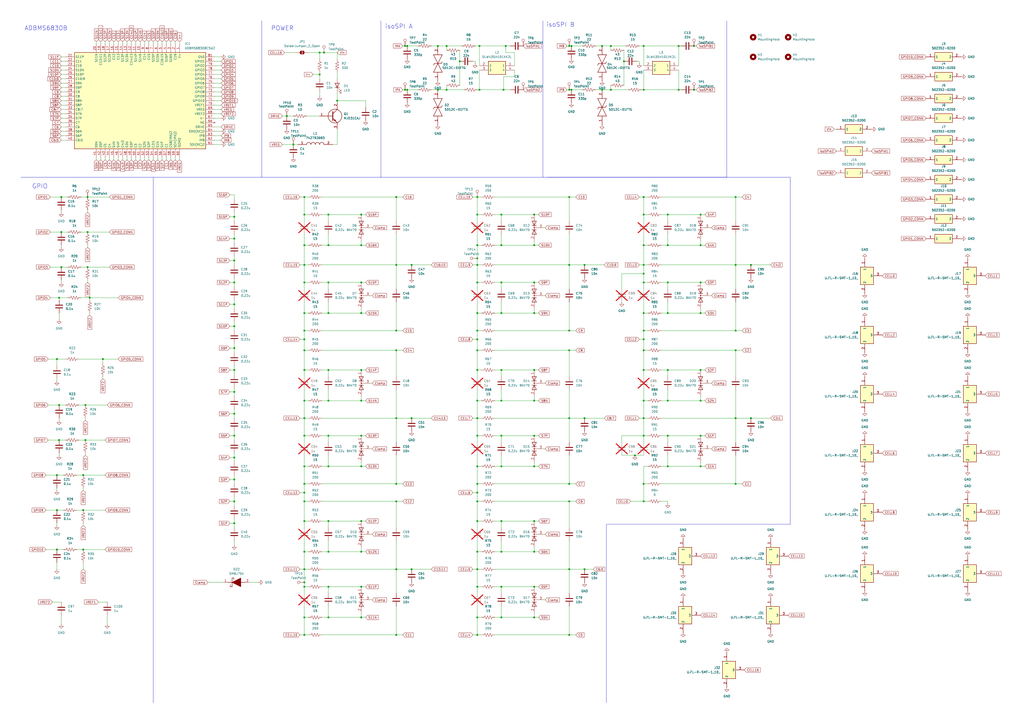
<source format=kicad_sch>
(kicad_sch (version 20231120) (generator "eeschema") (generator_version "8.0")
  (paper "A2")
  (junction (at 276.86 252.73))
  (junction (at 290.83 302.26))
  (junction (at 135.89 151.13))
  (junction (at 276.86 149.86))
  (junction (at 330.2 330.2))
  (junction (at 276.86 285.75))
  (junction (at 290.83 124.46))
  (junction (at 190.5 340.36))
  (junction (at 406.4 232.41))
  (junction (at 238.76 330.2))
  (junction (at 185.42 43.18))
  (junction (at 290.83 252.73))
  (junction (at 135.89 201.93))
  (junction (at 190.5 358.14))
  (junction (at 354.33 52.07))
  (junction (at 209.55 142.24))
  (junction (at 276.86 191.77))
  (junction (at 309.88 302.26))
  (junction (at 176.53 330.2))
  (junction (at 406.4 142.24))
  (junction (at 387.35 270.51))
  (junction (at 331.47 26.67))
  (junction (at 229.87 242.57))
  (junction (at 309.88 320.04))
  (junction (at 33.02 318.77))
  (junction (at 373.38 242.57))
  (junction (at 387.35 124.46))
  (junction (at 292.1 52.07))
  (junction (at 135.89 138.43))
  (junction (at 176.53 214.63))
  (junction (at 309.88 358.14))
  (junction (at 50.8 114.3))
  (junction (at 176.53 368.3))
  (junction (at 330.2 191.77))
  (junction (at 209.55 124.46))
  (junction (at 387.35 232.41))
  (junction (at 402.59 26.67))
  (junction (at 50.8 154.94))
  (junction (at 229.87 290.83))
  (junction (at 59.69 208.28))
  (junction (at 373.38 191.77))
  (junction (at 330.2 242.57))
  (junction (at 34.29 255.27))
  (junction (at 254 52.07))
  (junction (at 209.55 181.61))
  (junction (at 361.95 35.56))
  (junction (at 176.53 340.36))
  (junction (at 229.87 280.67))
  (junction (at 290.83 214.63))
  (junction (at 276.86 142.24))
  (junction (at 426.72 203.2))
  (junction (at 290.83 181.61))
  (junction (at 406.4 181.61))
  (junction (at 135.89 189.23))
  (junction (at 276.86 203.2))
  (junction (at 209.55 358.14))
  (junction (at 309.88 142.24))
  (junction (at 259.08 26.67))
  (junction (at 373.38 163.83))
  (junction (at 309.88 252.73))
  (junction (at 373.38 142.24))
  (junction (at 290.83 270.51))
  (junction (at 259.08 52.07))
  (junction (at 176.53 242.57))
  (junction (at 330.2 153.67))
  (junction (at 50.8 134.62))
  (junction (at 135.89 227.33))
  (junction (at 229.87 153.67))
  (junction (at 276.86 153.67))
  (junction (at 426.72 191.77))
  (junction (at 276.86 270.51))
  (junction (at 209.55 302.26))
  (junction (at 426.72 153.67))
  (junction (at 387.35 214.63))
  (junction (at 49.53 255.27))
  (junction (at 330.2 280.67))
  (junction (at 373.38 232.41))
  (junction (at 276.86 242.57))
  (junction (at 290.83 358.14))
  (junction (at 49.53 234.95))
  (junction (at 426.72 114.3))
  (junction (at 209.55 320.04))
  (junction (at 229.87 368.3))
  (junction (at 190.5 302.26))
  (junction (at 406.4 214.63))
  (junction (at 176.53 270.51))
  (junction (at 135.89 163.83))
  (junction (at 135.89 214.63))
  (junction (at 209.55 163.83))
  (junction (at 373.38 214.63))
  (junction (at 387.35 142.24))
  (junction (at 135.89 265.43))
  (junction (at 209.55 214.63))
  (junction (at 276.86 290.83))
  (junction (at 236.22 52.07))
  (junction (at 402.59 52.07))
  (junction (at 330.2 26.67))
  (junction (at 387.35 163.83))
  (junction (at 209.55 270.51))
  (junction (at 33.02 275.59))
  (junction (at 387.35 181.61))
  (junction (at 229.87 203.2))
  (junction (at 293.37 26.67))
  (junction (at 373.38 181.61))
  (junction (at 190.5 163.83))
  (junction (at 190.5 142.24))
  (junction (at 176.53 114.3))
  (junction (at 176.53 320.04))
  (junction (at 373.38 153.67))
  (junction (at 190.5 214.63))
  (junction (at 330.2 52.07))
  (junction (at 35.56 154.94))
  (junction (at 170.18 83.82))
  (junction (at 176.53 153.67))
  (junction (at 290.83 340.36))
  (junction (at 290.83 163.83))
  (junction (at 373.38 52.07))
  (junction (at 48.26 295.91))
  (junction (at 349.25 26.67))
  (junction (at 254 26.67))
  (junction (at 339.09 153.67))
  (junction (at 309.88 163.83))
  (junction (at 435.61 153.67))
  (junction (at 135.89 240.03))
  (junction (at 276.86 214.63))
  (junction (at 406.4 163.83))
  (junction (at 229.87 114.3))
  (junction (at 435.61 242.57))
  (junction (at 176.53 203.2))
  (junction (at 190.5 181.61))
  (junction (at 276.86 232.41))
  (junction (at 387.35 252.73))
  (junction (at 190.5 252.73))
  (junction (at 278.13 52.07))
  (junction (at 373.38 158.75))
  (junction (at 373.38 280.67))
  (junction (at 190.5 124.46))
  (junction (at 331.47 52.07))
  (junction (at 276.86 114.3))
  (junction (at 187.96 30.48))
  (junction (at 190.5 232.41))
  (junction (at 195.58 58.42))
  (junction (at 309.88 340.36))
  (junction (at 185.42 30.48))
  (junction (at 176.53 280.67))
  (junction (at 209.55 232.41))
  (junction (at 290.83 320.04))
  (junction (at 35.56 134.62))
  (junction (at 276.86 368.3))
  (junction (at 276.86 124.46))
  (junction (at 426.72 242.57))
  (junction (at 393.7 52.07))
  (junction (at 176.53 124.46))
  (junction (at 406.4 124.46))
  (junction (at 190.5 320.04))
  (junction (at 190.5 270.51))
  (junction (at 135.89 252.73))
  (junction (at 309.88 232.41))
  (junction (at 176.53 163.83))
  (junction (at 176.53 337.82))
  (junction (at 373.38 290.83))
  (junction (at 238.76 153.67))
  (junction (at 209.55 252.73))
  (junction (at 48.26 318.77))
  (junction (at 339.09 242.57))
  (junction (at 34.29 172.72))
  (junction (at 234.95 26.67))
  (junction (at 393.7 26.67))
  (junction (at 135.89 176.53))
  (junction (at 238.76 242.57))
  (junction (at 309.88 214.63))
  (junction (at 35.56 114.3))
  (junction (at 229.87 330.2))
  (junction (at 354.33 26.67))
  (junction (at 373.38 26.67))
  (junction (at 33.02 295.91))
  (junction (at 330.2 203.2))
  (junction (at 276.86 163.83))
  (junction (at 276.86 340.36))
  (junction (at 276.86 358.14))
  (junction (at 176.53 358.14))
  (junction (at 176.53 290.83))
  (junction (at 266.7 35.56))
  (junction (at 276.86 196.85))
  (junction (at 406.4 252.73))
  (junction (at 290.83 232.41))
  (junction (at 290.83 142.24))
  (junction (at 309.88 270.51))
  (junction (at 373.38 196.85))
  (junction (at 330.2 290.83))
  (junction (at 278.13 26.67))
  (junction (at 373.38 124.46))
  (junction (at 166.37 67.31))
  (junction (at 330.2 114.3))
  (junction (at 426.72 280.67))
  (junction (at 34.29 234.95))
  (junction (at 135.89 290.83))
  (junction (at 176.53 285.75))
  (junction (at 135.89 303.53))
  (junction (at 229.87 191.77))
  (junction (at 176.53 142.24))
  (junction (at 330.2 368.3))
  (junction (at 135.89 125.73))
  (junction (at 52.07 172.72))
  (junction (at 33.02 208.28))
  (junction (at 309.88 181.61))
  (junction (at 176.53 232.41))
  (junction (at 406.4 270.51))
  (junction (at 309.88 124.46))
  (junction (at 234.95 52.07))
  (junction (at 209.55 340.36))
  (junction (at 373.38 252.73))
  (junction (at 276.86 320.04))
  (junction (at 236.22 26.67))
  (junction (at 176.53 252.73))
  (junction (at 176.53 181.61))
  (junction (at 276.86 181.61))
  (junction (at 48.26 275.59))
  (junction (at 176.53 191.77))
  (junction (at 276.86 330.2))
  (junction (at 349.25 52.07))
  (junction (at 276.86 302.26))
  (junction (at 373.38 203.2))
  (junction (at 135.89 278.13))
  (junction (at 368.3 264.16))
  (junction (at 176.53 196.85))
  (junction (at 176.53 302.26))
  (junction (at 276.86 280.67))
  (junction (at 339.09 330.2))
  (junction (at 373.38 114.3))
  (wire (pts (xy 176.53 163.83) (xy 176.53 153.67)))
  (wire (pts (xy 236.22 26.67) (xy 242.57 26.67)))
  (wire (pts (xy 214.63 132.08) (xy 215.9 132.08)))
  (wire (pts (xy 278.13 52.07) (xy 292.1 52.07)))
  (wire (pts (xy 33.02 295.91) (xy 36.83 295.91)))
  (wire (pts (xy 309.88 139.7) (xy 309.88 142.24)))
  (wire (pts (xy 49.53 234.95) (xy 62.23 234.95)))
  (polyline (pts (xy 406.4 102.87) (xy 458.47 102.87)))
  (wire (pts (xy 176.53 351.79) (xy 176.53 358.14)))
  (wire (pts (xy 330.2 191.77) (xy 334.01 191.77)))
  (wire (pts (xy 50.8 154.94) (xy 63.5 154.94)))
  (wire (pts (xy 373.38 142.24) (xy 373.38 153.67)))
  (wire (pts (xy 124.46 78.74) (xy 128.27 78.74)))
  (wire (pts (xy 176.53 252.73) (xy 176.53 256.54)))
  (wire (pts (xy 44.45 275.59) (xy 48.26 275.59)))
  (wire (pts (xy 309.88 142.24) (xy 290.83 142.24)))
  (wire (pts (xy 135.89 306.07) (xy 135.89 303.53)))
  (wire (pts (xy 276.86 302.26) (xy 276.86 306.07)))
  (wire (pts (xy 52.07 181.61) (xy 52.07 182.88)))
  (wire (pts (xy 290.83 302.26) (xy 290.83 306.07)))
  (wire (pts (xy 35.56 68.58) (xy 38.1 68.58)))
  (wire (pts (xy 276.86 264.16) (xy 276.86 270.51)))
  (wire (pts (xy 287.02 270.51) (xy 290.83 270.51)))
  (wire (pts (xy 387.35 270.51) (xy 406.4 270.51)))
  (wire (pts (xy 29.21 172.72) (xy 34.29 172.72)))
  (wire (pts (xy 275.59 26.67) (xy 278.13 26.67)))
  (wire (pts (xy 59.69 208.28) (xy 68.58 208.28)))
  (wire (pts (xy 360.68 252.73) (xy 373.38 252.73)))
  (wire (pts (xy 229.87 175.26) (xy 229.87 191.77)))
  (wire (pts (xy 135.89 163.83) (xy 135.89 161.29)))
  (wire (pts (xy 373.38 196.85) (xy 373.38 191.77)))
  (wire (pts (xy 135.89 113.03) (xy 133.35 113.03)))
  (wire (pts (xy 293.37 30.48) (xy 293.37 26.67)))
  (wire (pts (xy 406.4 214.63) (xy 408.94 214.63)))
  (wire (pts (xy 314.96 309.88) (xy 316.23 309.88)))
  (wire (pts (xy 229.87 135.89) (xy 229.87 153.67)))
  (wire (pts (xy 309.88 252.73) (xy 312.42 252.73)))
  (wire (pts (xy 209.55 181.61) (xy 212.09 181.61)))
  (wire (pts (xy 34.29 255.27) (xy 38.1 255.27)))
  (wire (pts (xy 229.87 114.3) (xy 233.68 114.3)))
  (wire (pts (xy 135.89 201.93) (xy 135.89 199.39)))
  (wire (pts (xy 229.87 330.2) (xy 238.76 330.2)))
  (wire (pts (xy 290.83 124.46) (xy 309.88 124.46)))
  (wire (pts (xy 135.89 316.23) (xy 135.89 313.69)))
  (wire (pts (xy 135.89 115.57) (xy 135.89 113.03)))
  (wire (pts (xy 27.94 234.95) (xy 34.29 234.95)))
  (wire (pts (xy 212.09 62.23) (xy 212.09 58.42)))
  (polyline (pts (xy 458.47 304.165) (xy 351.79 304.165)))
  (wire (pts (xy 279.4 290.83) (xy 276.86 290.83)))
  (wire (pts (xy 124.46 38.1) (xy 128.27 38.1)))
  (wire (pts (xy 349.25 52.07) (xy 354.33 52.07)))
  (wire (pts (xy 144.78 337.82) (xy 149.86 337.82)))
  (wire (pts (xy 34.29 181.61) (xy 34.29 185.42)))
  (wire (pts (xy 135.89 176.53) (xy 135.89 173.99)))
  (wire (pts (xy 35.56 81.28) (xy 38.1 81.28)))
  (wire (pts (xy 290.83 226.06) (xy 290.83 232.41)))
  (wire (pts (xy 181.61 43.18) (xy 185.42 43.18)))
  (wire (pts (xy 309.88 340.36) (xy 312.42 340.36)))
  (wire (pts (xy 187.96 30.48) (xy 195.58 30.48)))
  (wire (pts (xy 279.4 330.2) (xy 276.86 330.2)))
  (wire (pts (xy 426.72 242.57) (xy 435.61 242.57)))
  (wire (pts (xy 179.07 242.57) (xy 176.53 242.57)))
  (wire (pts (xy 279.4 242.57) (xy 276.86 242.57)))
  (wire (pts (xy 186.69 280.67) (xy 229.87 280.67)))
  (wire (pts (xy 170.18 83.82) (xy 172.72 83.82)))
  (wire (pts (xy 177.8 67.31) (xy 185.42 67.31)))
  (wire (pts (xy 287.02 320.04) (xy 290.83 320.04)))
  (wire (pts (xy 35.56 114.3) (xy 39.37 114.3)))
  (wire (pts (xy 330.2 242.57) (xy 339.09 242.57)))
  (wire (pts (xy 229.87 242.57) (xy 238.76 242.57)))
  (wire (pts (xy 104.14 24.13) (xy 104.14 25.4)))
  (wire (pts (xy 133.35 176.53) (xy 135.89 176.53)))
  (wire (pts (xy 176.53 196.85) (xy 176.53 191.77)))
  (polyline (pts (xy 151.765 102.87) (xy 220.98 102.87)))
  (wire (pts (xy 298.45 44.45) (xy 292.1 44.45)))
  (wire (pts (xy 233.68 26.67) (xy 234.95 26.67)))
  (wire (pts (xy 330.2 114.3) (xy 287.02 114.3)))
  (wire (pts (xy 387.35 292.1) (xy 387.35 290.83)))
  (wire (pts (xy 163.83 67.31) (xy 166.37 67.31)))
  (wire (pts (xy 290.83 358.14) (xy 309.88 358.14)))
  (wire (pts (xy 48.26 318.77) (xy 60.96 318.77)))
  (wire (pts (xy 275.59 36.83) (xy 275.59 35.56)))
  (wire (pts (xy 309.88 358.14) (xy 309.88 355.6)))
  (wire (pts (xy 290.83 181.61) (xy 287.02 181.61)))
  (wire (pts (xy 190.5 181.61) (xy 186.69 181.61)))
  (wire (pts (xy 426.72 135.89) (xy 426.72 153.67)))
  (wire (pts (xy 133.35 201.93) (xy 135.89 201.93)))
  (wire (pts (xy 135.89 138.43) (xy 135.89 135.89)))
  (wire (pts (xy 99.06 24.13) (xy 99.06 25.4)))
  (wire (pts (xy 370.84 26.67) (xy 373.38 26.67)))
  (wire (pts (xy 349.25 26.67) (xy 354.33 26.67)))
  (wire (pts (xy 375.92 214.63) (xy 373.38 214.63)))
  (wire (pts (xy 55.88 91.44) (xy 55.88 92.71)))
  (wire (pts (xy 278.13 40.64) (xy 278.13 52.07)))
  (wire (pts (xy 361.95 29.21) (xy 361.95 35.56)))
  (wire (pts (xy 96.52 24.13) (xy 96.52 25.4)))
  (wire (pts (xy 35.56 40.64) (xy 38.1 40.64)))
  (wire (pts (xy 373.38 52.07) (xy 393.7 52.07)))
  (wire (pts (xy 375.92 242.57) (xy 373.38 242.57)))
  (wire (pts (xy 287.02 203.2) (xy 330.2 203.2)))
  (wire (pts (xy 186.69 320.04) (xy 190.5 320.04)))
  (wire (pts (xy 190.5 358.14) (xy 209.55 358.14)))
  (wire (pts (xy 387.35 214.63) (xy 406.4 214.63)))
  (wire (pts (xy 179.07 340.36) (xy 176.53 340.36)))
  (wire (pts (xy 387.35 124.46) (xy 406.4 124.46)))
  (wire (pts (xy 287.02 142.24) (xy 290.83 142.24)))
  (wire (pts (xy 35.56 35.56) (xy 38.1 35.56)))
  (wire (pts (xy 165.1 30.48) (xy 171.45 30.48)))
  (wire (pts (xy 290.83 181.61) (xy 309.88 181.61)))
  (wire (pts (xy 193.04 83.82) (xy 195.58 83.82)))
  (wire (pts (xy 373.38 181.61) (xy 375.92 181.61)))
  (polyline (pts (xy 314.96 102.87) (xy 421.64 102.87)))
  (wire (pts (xy 135.89 191.77) (xy 135.89 189.23)))
  (wire (pts (xy 292.1 52.07) (xy 295.91 52.07)))
  (wire (pts (xy 274.32 114.3) (xy 276.86 114.3)))
  (wire (pts (xy 190.5 214.63) (xy 209.55 214.63)))
  (wire (pts (xy 229.87 114.3) (xy 186.69 114.3)))
  (wire (pts (xy 35.56 134.62) (xy 39.37 134.62)))
  (wire (pts (xy 35.56 45.72) (xy 38.1 45.72)))
  (wire (pts (xy 212.09 58.42) (xy 195.58 58.42)))
  (wire (pts (xy 373.38 290.83) (xy 373.38 280.67)))
  (wire (pts (xy 190.5 252.73) (xy 190.5 256.54)))
  (wire (pts (xy 229.87 203.2) (xy 229.87 218.44)))
  (wire (pts (xy 276.86 52.07) (xy 278.13 52.07)))
  (wire (pts (xy 35.56 356.87) (xy 35.56 361.95)))
  (wire (pts (xy 287.02 290.83) (xy 330.2 290.83)))
  (wire (pts (xy 48.26 326.39) (xy 48.26 330.2)))
  (wire (pts (xy 287.02 252.73) (xy 290.83 252.73)))
  (wire (pts (xy 179.07 163.83) (xy 176.53 163.83)))
  (wire (pts (xy 287.02 330.2) (xy 330.2 330.2)))
  (wire (pts (xy 179.07 203.2) (xy 176.53 203.2)))
  (wire (pts (xy 78.74 24.13) (xy 78.74 25.4)))
  (wire (pts (xy 406.4 232.41) (xy 406.4 229.87)))
  (wire (pts (xy 133.35 214.63) (xy 135.89 214.63)))
  (wire (pts (xy 373.38 124.46) (xy 373.38 114.3)))
  (wire (pts (xy 435.61 242.57) (xy 447.04 242.57)))
  (wire (pts (xy 34.29 234.95) (xy 38.1 234.95)))
  (wire (pts (xy 190.5 214.63) (xy 190.5 218.44)))
  (wire (pts (xy 229.87 368.3) (xy 229.87 351.79)))
  (wire (pts (xy 293.37 30.48) (xy 298.45 30.48)))
  (wire (pts (xy 406.4 142.24) (xy 387.35 142.24)))
  (wire (pts (xy 133.35 252.73) (xy 135.89 252.73)))
  (wire (pts (xy 290.83 175.26) (xy 290.83 181.61)))
  (wire (pts (xy 173.99 285.75) (xy 176.53 285.75)))
  (wire (pts (xy 354.33 49.53) (xy 354.33 52.07)))
  (wire (pts (xy 373.38 124.46) (xy 373.38 128.27)))
  (wire (pts (xy 52.07 172.72) (xy 68.58 172.72)))
  (wire (pts (xy 33.02 326.39) (xy 33.02 330.2)))
  (wire (pts (xy 33.02 303.53) (xy 33.02 304.8)))
  (wire (pts (xy 229.87 153.67) (xy 238.76 153.67)))
  (wire (pts (xy 190.5 181.61) (xy 209.55 181.61)))
  (wire (pts (xy 190.5 163.83) (xy 190.5 167.64)))
  (wire (pts (xy 276.86 142.24) (xy 276.86 149.86)))
  (wire (pts (xy 135.89 179.07) (xy 135.89 176.53)))
  (wire (pts (xy 274.32 368.3) (xy 276.86 368.3)))
  (wire (pts (xy 176.53 163.83) (xy 176.53 167.64)))
  (wire (pts (xy 26.67 318.77) (xy 33.02 318.77)))
  (wire (pts (xy 354.33 26.67) (xy 354.33 29.21)))
  (wire (pts (xy 96.52 91.44) (xy 96.52 92.71)))
  (wire (pts (xy 330.2 368.3) (xy 330.2 351.79)))
  (wire (pts (xy 234.95 52.07) (xy 236.22 52.07)))
  (wire (pts (xy 383.54 163.83) (xy 387.35 163.83)))
  (wire (pts (xy 124.46 60.96) (xy 128.27 60.96)))
  (wire (pts (xy 179.07 330.2) (xy 176.53 330.2)))
  (wire (pts (xy 44.45 318.77) (xy 48.26 318.77)))
  (wire (pts (xy 287.02 214.63) (xy 290.83 214.63)))
  (wire (pts (xy 49.53 242.57) (xy 49.53 243.84)))
  (wire (pts (xy 124.46 63.5) (xy 128.27 63.5)))
  (wire (pts (xy 393.7 40.64) (xy 393.7 52.07)))
  (wire (pts (xy 411.48 222.25) (xy 412.75 222.25)))
  (wire (pts (xy 426.72 191.77) (xy 383.54 191.77)))
  (wire (pts (xy 133.35 240.03) (xy 135.89 240.03)))
  (wire (pts (xy 290.83 124.46) (xy 290.83 128.27)))
  (wire (pts (xy 133.35 163.83) (xy 135.89 163.83)))
  (wire (pts (xy 290.83 252.73) (xy 290.83 256.54)))
  (wire (pts (xy 393.7 26.67) (xy 393.7 38.1)))
  (wire (pts (xy 375.92 252.73) (xy 373.38 252.73)))
  (wire (pts (xy 176.53 340.36) (xy 176.53 337.82)))
  (wire (pts (xy 135.89 255.27) (xy 135.89 252.73)))
  (wire (pts (xy 176.53 203.2) (xy 176.53 196.85)))
  (wire (pts (xy 78.74 91.44) (xy 78.74 92.71)))
  (wire (pts (xy 50.8 121.92) (xy 50.8 123.19)))
  (wire (pts (xy 173.99 242.57) (xy 176.53 242.57)))
  (wire (pts (xy 276.86 124.46) (xy 276.86 114.3)))
  (wire (pts (xy 331.47 26.67) (xy 337.82 26.67)))
  (wire (pts (xy 135.89 217.17) (xy 135.89 214.63)))
  (wire (pts (xy 328.93 52.07) (xy 330.2 52.07)))
  (wire (pts (xy 135.89 265.43) (xy 135.89 262.89)))
  (wire (pts (xy 35.56 60.96) (xy 38.1 60.96)))
  (wire (pts (xy 27.94 255.27) (xy 34.29 255.27)))
  (wire (pts (xy 62.23 356.87) (xy 62.23 361.95)))
  (wire (pts (xy 83.82 91.44) (xy 83.82 92.71)))
  (wire (pts (xy 276.86 320.04) (xy 276.86 313.69)))
  (wire (pts (xy 35.56 78.74) (xy 38.1 78.74)))
  (wire (pts (xy 209.55 320.04) (xy 209.55 317.5)))
  (wire (pts (xy 309.88 320.04) (xy 312.42 320.04)))
  (wire (pts (xy 52.07 172.72) (xy 52.07 173.99)))
  (wire (pts (xy 393.7 26.67) (xy 394.97 26.67)))
  (wire (pts (xy 135.89 128.27) (xy 135.89 125.73)))
  (wire (pts (xy 176.53 320.04) (xy 176.53 313.69)))
  (wire (pts (xy 387.35 252.73) (xy 406.4 252.73)))
  (wire (pts (xy 287.02 232.41) (xy 290.83 232.41)))
  (wire (pts (xy 186.69 163.83) (xy 190.5 163.83)))
  (wire (pts (xy 360.68 256.54) (xy 360.68 252.73)))
  (wire (pts (xy 35.56 154.94) (xy 39.37 154.94)))
  (wire (pts (xy 309.88 270.51) (xy 312.42 270.51)))
  (wire (pts (xy 46.99 172.72) (xy 52.07 172.72)))
  (wire (pts (xy 373.38 153.67) (xy 375.92 153.67)))
  (wire (pts (xy 68.58 91.44) (xy 68.58 92.71)))
  (wire (pts (xy 276.86 280.67) (xy 276.86 270.51)))
  (wire (pts (xy 387.35 163.83) (xy 406.4 163.83)))
  (wire (pts (xy 35.56 162.56) (xy 35.56 163.83)))
  (wire (pts (xy 35.56 73.66) (xy 38.1 73.66)))
  (wire (pts (xy 290.83 313.69) (xy 290.83 320.04)))
  (wire (pts (xy 314.96 260.35) (xy 316.23 260.35)))
  (wire (pts (xy 426.72 242.57) (xy 426.72 256.54)))
  (wire (pts (xy 276.86 163.83) (xy 276.86 153.67)))
  (wire (pts (xy 298.45 40.64) (xy 298.45 44.45)))
  (wire (pts (xy 190.5 340.36) (xy 209.55 340.36)))
  (wire (pts (xy 68.58 24.13) (xy 68.58 25.4)))
  (wire (pts (xy 186.69 203.2) (xy 229.87 203.2)))
  (wire (pts (xy 254 26.67) (xy 259.08 26.67)))
  (wire (pts (xy 176.53 340.36) (xy 176.53 344.17)))
  (wire (pts (xy 292.1 44.45) (xy 292.1 52.07)))
  (wire (pts (xy 406.4 232.41) (xy 408.94 232.41)))
  (wire (pts (xy 35.56 53.34) (xy 38.1 53.34)))
  (wire (pts (xy 309.88 232.41) (xy 309.88 229.87)))
  (wire (pts (xy 279.4 191.77) (xy 276.86 191.77)))
  (wire (pts (xy 402.59 26.67) (xy 403.86 26.67)))
  (wire (pts (xy 426.72 153.67) (xy 435.61 153.67)))
  (wire (pts (xy 58.42 91.44) (xy 58.42 92.71)))
  (wire (pts (xy 330.2 203.2) (xy 330.2 218.44)))
  (wire (pts (xy 373.38 214.63) (xy 373.38 218.44)))
  (wire (pts (xy 35.56 43.18) (xy 38.1 43.18)))
  (wire (pts (xy 55.88 24.13) (xy 55.88 25.4)))
  (wire (pts (xy 135.89 303.53) (xy 135.89 300.99)))
  (wire (pts (xy 354.33 26.67) (xy 363.22 26.67)))
  (wire (pts (xy 35.56 33.02) (xy 38.1 33.02)))
  (wire (pts (xy 330.2 153.67) (xy 339.09 153.67)))
  (wire (pts (xy 370.84 196.85) (xy 373.38 196.85)))
  (wire (pts (xy 279.4 302.26) (xy 276.86 302.26)))
  (wire (pts (xy 276.86 340.36) (xy 276.86 330.2)))
  (wire (pts (xy 209.55 302.26) (xy 212.09 302.26)))
  (wire (pts (xy 44.45 295.91) (xy 48.26 295.91)))
  (wire (pts (xy 124.46 45.72) (xy 128.27 45.72)))
  (wire (pts (xy 229.87 242.57) (xy 229.87 226.06)))
  (wire (pts (xy 375.92 203.2) (xy 373.38 203.2)))
  (wire (pts (xy 133.35 189.23) (xy 135.89 189.23)))
  (wire (pts (xy 411.48 171.45) (xy 412.75 171.45)))
  (wire (pts (xy 176.53 264.16) (xy 176.53 270.51)))
  (wire (pts (xy 173.99 330.2) (xy 176.53 330.2)))
  (wire (pts (xy 48.26 275.59) (xy 60.96 275.59)))
  (wire (pts (xy 176.53 114.3) (xy 179.07 114.3)))
  (wire (pts (xy 276.86 214.63) (xy 276.86 203.2)))
  (wire (pts (xy 190.5 124.46) (xy 209.55 124.46)))
  (wire (pts (xy 373.38 252.73) (xy 373.38 256.54)))
  (wire (pts (xy 35.56 66.04) (xy 38.1 66.04)))
  (wire (pts (xy 209.55 320.04) (xy 212.09 320.04)))
  (wire (pts (xy 186.69 270.51) (xy 190.5 270.51)))
  (wire (pts (xy 354.33 52.07) (xy 364.49 52.07)))
  (wire (pts (xy 124.46 83.82) (xy 128.27 83.82)))
  (wire (pts (xy 309.88 270.51) (xy 309.88 267.97)))
  (wire (pts (xy 406.4 181.61) (xy 406.4 179.07)))
  (wire (pts (xy 35.56 58.42) (xy 38.1 58.42)))
  (wire (pts (xy 86.36 24.13) (xy 86.36 25.4)))
  (wire (pts (xy 373.38 114.3) (xy 375.92 114.3)))
  (wire (pts (xy 185.42 41.91) (xy 185.42 43.18)))
  (wire (pts (xy 190.5 302.26) (xy 190.5 306.07)))
  (wire (pts (xy 49.53 262.89) (xy 49.53 264.16)))
  (wire (pts (xy 179.07 358.14) (xy 176.53 358.14)))
  (wire (pts (xy 124.46 68.58) (xy 128.27 68.58)))
  (wire (pts (xy 426.72 128.27) (xy 426.72 114.3)))
  (wire (pts (xy 124.46 48.26) (xy 128.27 48.26)))
  (wire (pts (xy 290.83 214.63) (xy 309.88 214.63)))
  (wire (pts (xy 373.38 191.77) (xy 373.38 181.61)))
  (wire (pts (xy 373.38 163.83) (xy 373.38 167.64)))
  (wire (pts (xy 383.54 142.24) (xy 387.35 142.24)))
  (wire (pts (xy 173.99 196.85) (xy 176.53 196.85)))
  (wire (pts (xy 209.55 139.7) (xy 209.55 142.24)))
  (wire (pts (xy 30.48 349.25) (xy 35.56 349.25)))
  (wire (pts (xy 176.53 285.75) (xy 176.53 290.83)))
  (wire (pts (xy 345.44 26.67) (xy 349.25 26.67)))
  (wire (pts (xy 209.55 181.61) (xy 209.55 179.07)))
  (wire (pts (xy 34.29 262.89) (xy 34.29 264.16)))
  (wire (pts (xy 290.83 163.83) (xy 309.88 163.83)))
  (polyline (pts (xy 151.765 12.065) (xy 151.765 102.87)))
  (wire (pts (xy 406.4 163.83) (xy 408.94 163.83)))
  (wire (pts (xy 274.32 330.2) (xy 276.86 330.2)))
  (wire (pts (xy 135.89 189.23) (xy 135.89 186.69)))
  (wire (pts (xy 176.53 280.67) (xy 176.53 270.51)))
  (wire (pts (xy 186.69 302.26) (xy 190.5 302.26)))
  (wire (pts (xy 370.84 242.57) (xy 373.38 242.57)))
  (wire (pts (xy 383.54 270.51) (xy 387.35 270.51)))
  (wire (pts (xy 179.07 320.04) (xy 176.53 320.04)))
  (wire (pts (xy 373.38 163.83) (xy 373.38 158.75)))
  (wire (pts (xy 276.86 252.73) (xy 276.86 256.54)))
  (wire (pts (xy 186.69 232.41) (xy 190.5 232.41)))
  (polyline (pts (xy 317.5 102.87) (xy 406.4 102.87)))
  (wire (pts (xy 287.02 302.26) (xy 290.83 302.26)))
  (wire (pts (xy 279.4 214.63) (xy 276.86 214.63)))
  (wire (pts (xy 33.02 220.98) (xy 33.02 219.71)))
  (wire (pts (xy 190.5 313.69) (xy 190.5 320.04)))
  (wire (pts (xy 298.45 38.1) (xy 298.45 30.48)))
  (wire (pts (xy 373.38 214.63) (xy 373.38 203.2)))
  (wire (pts (xy 309.88 232.41) (xy 312.42 232.41)))
  (wire (pts (xy 135.89 140.97) (xy 135.89 138.43)))
  (wire (pts (xy 185.42 43.18) (xy 185.42 45.72)))
  (wire (pts (xy 48.26 303.53) (xy 48.26 304.8)))
  (wire (pts (xy 387.35 163.83) (xy 387.35 167.64)))
  (wire (pts (xy 330.2 242.57) (xy 330.2 226.06)))
  (wire (pts (xy 309.88 214.63) (xy 312.42 214.63)))
  (wire (pts (xy 179.07 368.3) (xy 176.53 368.3)))
  (wire (pts (xy 176.53 153.67) (xy 179.07 153.67)))
  (wire (pts (xy 276.86 242.57) (xy 276.86 232.41)))
  (wire (pts (xy 34.29 172.72) (xy 39.37 172.72)))
  (wire (pts (xy 238.76 330.2) (xy 250.19 330.2)))
  (wire (pts (xy 35.56 121.92) (xy 35.56 123.19)))
  (wire (pts (xy 314.96 171.45) (xy 316.23 171.45)))
  (wire (pts (xy 135.89 227.33) (xy 135.89 224.79)))
  (wire (pts (xy 195.58 74.93) (xy 195.58 83.82)))
  (wire (pts (xy 330.2 330.2) (xy 339.09 330.2)))
  (wire (pts (xy 375.92 124.46) (xy 373.38 124.46)))
  (wire (pts (xy 33.02 283.21) (xy 33.02 284.48)))
  (wire (pts (xy 101.6 91.44) (xy 101.6 92.71)))
  (wire (pts (xy 86.36 91.44) (xy 86.36 92.71)))
  (wire (pts (xy 278.13 26.67) (xy 293.37 26.67)))
  (polyline (pts (xy 220.98 102.87) (xy 220.98 12.065)))
  (wire (pts (xy 50.8 162.56) (xy 50.8 163.83)))
  (wire (pts (xy 29.21 154.94) (xy 35.56 154.94)))
  (wire (pts (xy 45.72 255.27) (xy 49.53 255.27)))
  (wire (pts (xy 387.35 252.73) (xy 387.35 256.54)))
  (wire (pts (xy 179.07 232.41) (xy 176.53 232.41)))
  (wire (pts (xy 120.65 337.82) (xy 129.54 337.82)))
  (wire (pts (xy 176.53 242.57) (xy 176.53 232.41)))
  (wire (pts (xy 186.69 124.46) (xy 190.5 124.46)))
  (wire (pts (xy 135.89 278.13) (xy 135.89 275.59)))
  (wire (pts (xy 190.5 270.51) (xy 209.55 270.51)))
  (wire (pts (xy 383.54 124.46) (xy 387.35 124.46)))
  (wire (pts (xy 190.5 302.26) (xy 209.55 302.26)))
  (wire (pts (xy 176.53 142.24) (xy 176.53 153.67)))
  (wire (pts (xy 60.96 24.13) (xy 60.96 25.4)))
  (wire (pts (xy 373.38 232.41) (xy 373.38 226.06)))
  (wire (pts (xy 349.25 52.07) (xy 345.44 52.07)))
  (wire (pts (xy 214.63 260.35) (xy 215.9 260.35)))
  (wire (pts (xy 135.89 166.37) (xy 135.89 163.83)))
  (wire (pts (xy 375.92 191.77) (xy 373.38 191.77)))
  (wire (pts (xy 274.32 242.57) (xy 276.86 242.57)))
  (wire (pts (xy 33.02 208.28) (xy 33.02 212.09)))
  (wire (pts (xy 209.55 163.83) (xy 212.09 163.83)))
  (wire (pts (xy 190.5 264.16) (xy 190.5 270.51)))
  (wire (pts (xy 290.83 320.04) (xy 309.88 320.04)))
  (wire (pts (xy 73.66 24.13) (xy 73.66 25.4)))
  (wire (pts (xy 229.87 368.3) (xy 233.68 368.3)))
  (wire (pts (xy 368.3 264.16) (xy 373.38 264.16)))
  (wire (pts (xy 176.53 124.46) (xy 176.53 128.27)))
  (wire (pts (xy 309.88 124.46) (xy 312.42 124.46)))
  (wire (pts (xy 276.86 124.46) (xy 276.86 128.27)))
  (wire (pts (xy 330.2 191.77) (xy 287.02 191.77)))
  (wire (pts (xy 166.37 67.31) (xy 170.18 67.31)))
  (wire (pts (xy 279.4 232.41) (xy 276.86 232.41)))
  (wire (pts (xy 287.02 242.57) (xy 330.2 242.57)))
  (wire (pts (xy 190.5 232.41) (xy 209.55 232.41)))
  (wire (pts (xy 135.89 229.87) (xy 135.89 227.33)))
  (wire (pts (xy 209.55 340.36) (xy 212.09 340.36)))
  (wire (pts (xy 46.99 134.62) (xy 50.8 134.62)))
  (wire (pts (xy 275.59 35.56) (xy 274.32 35.56)))
  (wire (pts (xy 176.53 302.26) (xy 176.53 290.83)))
  (wire (pts (xy 373.38 40.64) (xy 373.38 52.07)))
  (wire (pts (xy 76.2 24.13) (xy 76.2 25.4)))
  (wire (pts (xy 238.76 242.57) (xy 250.19 242.57)))
  (wire (pts (xy 330.2 167.64) (xy 330.2 153.67)))
  (wire (pts (xy 330.2 135.89) (xy 330.2 153.67)))
  (polyline (pts (xy 458.47 102.87) (xy 458.47 304.165)))
  (wire (pts (xy 276.86 196.85) (xy 276.86 191.77)))
  (wire (pts (xy 124.46 53.34) (xy 128.27 53.34)))
  (wire (pts (xy 330.2 280.67) (xy 334.01 280.67)))
  (wire (pts (xy 276.86 163.83) (xy 276.86 167.64)))
  (wire (pts (xy 250.19 26.67) (xy 254 26.67)))
  (wire (pts (xy 406.4 270.51) (xy 406.4 267.97)))
  (wire (pts (xy 101.6 24.13) (xy 101.6 25.4)))
  (wire (pts (xy 339.09 242.57) (xy 350.52 242.57)))
  (wire (pts (xy 314.96 347.98) (xy 316.23 347.98)))
  (wire (pts (xy 135.89 280.67) (xy 135.89 278.13)))
  (wire (pts (xy 233.68 52.07) (xy 234.95 52.07)))
  (polyline (pts (xy 88.9 340.995) (xy 88.9 407.67)))
  (wire (pts (xy 383.54 280.67) (xy 426.72 280.67)))
  (wire (pts (xy 274.32 196.85) (xy 276.86 196.85)))
  (wire (pts (xy 254 52.07) (xy 250.19 52.07)))
  (wire (pts (xy 229.87 280.67) (xy 233.68 280.67)))
  (wire (pts (xy 35.56 50.8) (xy 38.1 50.8)))
  (wire (pts (xy 209.55 124.46) (xy 212.09 124.46)))
  (polyline (pts (xy 12.065 102.87) (xy 151.765 102.87)))
  (wire (pts (xy 426.72 242.57) (xy 426.72 226.06)))
  (wire (pts (xy 279.4 124.46) (xy 276.86 124.46)))
  (wire (pts (xy 373.38 252.73) (xy 373.38 242.57)))
  (wire (pts (xy 176.53 175.26) (xy 176.53 181.61)))
  (wire (pts (xy 73.66 91.44) (xy 73.66 92.71)))
  (wire (pts (xy 276.86 252.73) (xy 276.86 242.57)))
  (wire (pts (xy 309.88 358.14) (xy 312.42 358.14)))
  (wire (pts (xy 373.38 26.67) (xy 393.7 26.67)))
  (wire (pts (xy 435.61 153.67) (xy 447.04 153.67)))
  (wire (pts (xy 387.35 142.24) (xy 387.35 135.89)))
  (wire (pts (xy 383.54 203.2) (xy 426.72 203.2)))
  (wire (pts (xy 290.83 142.24) (xy 290.83 135.89)))
  (wire (pts (xy 373.38 26.67) (xy 373.38 38.1)))
  (wire (pts (xy 330.2 330.2) (xy 330.2 313.69)))
  (wire (pts (xy 330.2 52.07) (xy 331.47 52.07)))
  (wire (pts (xy 209.55 232.41) (xy 212.09 232.41)))
  (wire (pts (xy 49.53 255.27) (xy 60.96 255.27)))
  (wire (pts (xy 135.89 151.13) (xy 135.89 148.59)))
  (wire (pts (xy 370.84 153.67) (xy 373.38 153.67)))
  (wire (pts (xy 66.04 91.44) (xy 66.04 92.71)))
  (wire (pts (xy 176.53 280.67) (xy 176.53 285.75)))
  (wire (pts (xy 135.89 125.73) (xy 135.89 123.19)))
  (wire (pts (xy 406.4 139.7) (xy 406.4 142.24)))
  (wire (pts (xy 276.86 302.26) (xy 276.86 290.83)))
  (wire (pts (xy 309.88 163.83) (xy 312.42 163.83)))
  (wire (pts (xy 330.2 290.83) (xy 330.2 306.07)))
  (wire (pts (xy 50.8 134.62) (xy 63.5 134.62)))
  (wire (pts (xy 124.46 58.42) (xy 128.27 58.42)))
  (wire (pts (xy 133.35 125.73) (xy 135.89 125.73)))
  (wire (pts (xy 279.4 163.83) (xy 276.86 163.83)))
  (wire (pts (xy 406.4 142.24) (xy 408.94 142.24)))
  (wire (pts (xy 426.72 114.3) (xy 430.53 114.3)))
  (wire (pts (xy 93.98 91.44) (xy 93.98 92.71)))
  (wire (pts (xy 259.08 52.07) (xy 269.24 52.07)))
  (wire (pts (xy 330.2 175.26) (xy 330.2 191.77)))
  (wire (pts (xy 373.38 280.67) (xy 373.38 270.51)))
  (wire (pts (xy 276.86 214.63) (xy 276.86 218.44)))
  (wire (pts (xy 373.38 290.83) (xy 375.92 290.83)))
  (wire (pts (xy 360.68 158.75) (xy 373.38 158.75)))
  (wire (pts (xy 406.4 124.46) (xy 408.94 124.46)))
  (wire (pts (xy 290.83 340.36) (xy 290.83 344.17)))
  (wire (pts (xy 387.35 124.46) (xy 387.35 128.27)))
  (polyline (pts (xy 314.96 12.065) (xy 314.96 102.87)))
  (wire (pts (xy 59.69 208.28) (xy 59.69 210.82)))
  (wire (pts (xy 179.07 290.83) (xy 176.53 290.83)))
  (wire (pts (xy 290.83 252.73) (xy 309.88 252.73)))
  (wire (pts (xy 186.69 214.63) (xy 190.5 214.63)))
  (wire (pts (xy 229.87 167.64) (xy 229.87 153.67)))
  (wire (pts (xy 35.56 55.88) (xy 38.1 55.88)))
  (wire (pts (xy 406.4 252.73) (xy 408.94 252.73)))
  (wire (pts (xy 209.55 270.51) (xy 212.09 270.51)))
  (wire (pts (xy 83.82 24.13) (xy 83.82 25.4)))
  (wire (pts (xy 238.76 153.67) (xy 250.19 153.67)))
  (wire (pts (xy 209.55 142.24) (xy 212.09 142.24)))
  (wire (pts (xy 387.35 264.16) (xy 387.35 270.51)))
  (wire (pts (xy 81.28 24.13) (xy 81.28 25.4)))
  (wire (pts (xy 330.2 114.3) (xy 334.01 114.3)))
  (wire (pts (xy 330.2 26.67) (xy 331.47 26.67)))
  (wire (pts (xy 229.87 153.67) (xy 186.69 153.67)))
  (wire (pts (xy 360.68 264.16) (xy 368.3 264.16)))
  (wire (pts (xy 290.83 351.79) (xy 290.83 358.14)))
  (wire (pts (xy 176.53 214.63) (xy 176.53 203.2)))
  (wire (pts (xy 186.69 368.3) (xy 229.87 368.3)))
  (wire (pts (xy 383.54 232.41) (xy 387.35 232.41)))
  (wire (pts (xy 34.29 172.72) (xy 34.29 173.99)))
  (wire (pts (xy 176.53 330.2) (xy 176.53 320.04)))
  (wire (pts (xy 209.55 358.14) (xy 212.09 358.14)))
  (wire (pts (xy 190.5 226.06) (xy 190.5 232.41)))
  (wire (pts (xy 135.89 214.63) (xy 135.89 212.09)))
  (wire (pts (xy 209.55 358.14) (xy 209.55 355.6)))
  (wire (pts (xy 276.86 153.67) (xy 279.4 153.67)))
  (wire (pts (xy 276.86 232.41) (xy 276.86 226.06)))
  (wire (pts (xy 35.56 142.24) (xy 35.56 143.51)))
  (wire (pts (xy 124.46 50.8) (xy 128.27 50.8)))
  (wire (pts (xy 314.96 132.08) (xy 316.23 132.08)))
  (wire (pts (xy 209.55 232.41) (xy 209.55 229.87)))
  (wire (pts (xy 426.72 191.77) (xy 430.53 191.77)))
  (wire (pts (xy 91.44 91.44) (xy 91.44 92.71)))
  (wire (pts (xy 426.72 114.3) (xy 383.54 114.3)))
  (wire (pts (xy 133.35 278.13) (xy 135.89 278.13)))
  (wire (pts (xy 287.02 163.83) (xy 290.83 163.83)))
  (wire (pts (xy 135.89 290.83) (xy 135.89 288.29)))
  (wire (pts (xy 133.35 138.43) (xy 135.89 138.43)))
  (wire (pts (xy 179.07 270.51) (xy 176.53 270.51)))
  (wire (pts (xy 276.86 280.67) (xy 276.86 285.75)))
  (wire (pts (xy 179.07 124.46) (xy 176.53 124.46)))
  (wire (pts (xy 60.96 91.44) (xy 60.96 92.71)))
  (wire (pts (xy 185.42 53.34) (xy 185.42 55.88)))
  (wire (pts (xy 173.99 114.3) (xy 176.53 114.3)))
  (wire (pts (xy 387.35 181.61) (xy 383.54 181.61)))
  (wire (pts (xy 387.35 175.26) (xy 387.35 181.61)))
  (wire (pts (xy 179.07 302.26) (xy 176.53 302.26)))
  (wire (pts (xy 190.5 124.46) (xy 190.5 128.27)))
  (wire (pts (xy 370.84 114.3) (xy 373.38 114.3)))
  (wire (pts (xy 287.02 368.3) (xy 330.2 368.3)))
  (wire (pts (xy 309.88 302.26) (xy 312.42 302.26)))
  (wire (pts (xy 314.96 222.25) (xy 316.23 222.25)))
  (wire (pts (xy 179.07 252.73) (xy 176.53 252.73)))
  (wire (pts (xy 393.7 52.07) (xy 394.97 52.07)))
  (wire (pts (xy 279.4 203.2) (xy 276.86 203.2)))
  (wire (pts (xy 370.84 36.83) (xy 370.84 35.56)))
  (wire (pts (xy 373.38 158.75) (xy 373.38 153.67)))
  (wire (pts (xy 34.29 242.57) (xy 34.29 243.84)))
  (wire (pts (xy 173.99 368.3) (xy 176.53 368.3)))
  (wire (pts (xy 214.63 171.45) (xy 215.9 171.45)))
  (wire (pts (xy 63.5 24.13) (xy 63.5 25.4)))
  (wire (pts (xy 259.08 26.67) (xy 267.97 26.67)))
  (wire (pts (xy 229.87 330.2) (xy 229.87 344.17)))
  (wire (pts (xy 176.53 214.63) (xy 176.53 218.44)))
  (wire (pts (xy 274.32 285.75) (xy 276.86 285.75)))
  (wire (pts (xy 360.68 167.64) (xy 360.68 158.75)))
  (wire (pts (xy 309.88 320.04) (xy 309.88 317.5)))
  (wire (pts (xy 279.4 280.67) (xy 276.86 280.67)))
  (wire (pts (xy 33.02 208.28) (xy 38.1 208.28)))
  (wire (pts (xy 276.86 330.2) (xy 276.86 320.04)))
  (wire (pts (xy 176.53 135.89) (xy 176.53 142.24)))
  (wire (pts (xy 276.86 368.3) (xy 276.86 358.14)))
  (wire (pts (xy 383.54 242.57) (xy 426.72 242.57)))
  (wire (pts (xy 229.87 242.57) (xy 229.87 256.54)))
  (wire (pts (xy 276.86 340.36) (xy 276.86 344.17)))
  (wire (pts (xy 26.67 275.59) (xy 33.02 275.59)))
  (wire (pts (xy 373.38 203.2) (xy 373.38 196.85)))
  (wire (pts (xy 276.86 114.3) (xy 279.4 114.3)))
  (wire (pts (xy 176.53 252.73) (xy 176.53 242.57)))
  (wire (pts (xy 35.56 71.12) (xy 38.1 71.12)))
  (wire (pts (xy 76.2 91.44) (xy 76.2 92.71)))
  (wire (pts (xy 163.83 83.82) (xy 170.18 83.82)))
  (wire (pts (xy 426.72 203.2) (xy 426.72 218.44)))
  (wire (pts (xy 124.46 76.2) (xy 128.27 76.2)))
  (wire (pts (xy 135.89 153.67) (xy 135.89 151.13)))
  (wire (pts (xy 190.5 175.26) (xy 190.5 181.61)))
  (wire (pts (xy 176.53 142.24) (xy 179.07 142.24)))
  (wire (pts (xy 124.46 40.64) (xy 128.27 40.64)))
  (wire (pts (xy 29.21 134.62) (xy 35.56 134.62)))
  (wire (pts (xy 279.4 368.3) (xy 276.86 368.3)))
  (wire (pts (xy 209.55 270.51) (xy 209.55 267.97)))
  (wire (pts (xy 214.63 309.88) (xy 215.9 309.88)))
  (wire (pts (xy 176.53 124.46) (xy 176.53 114.3)))
  (wire (pts (xy 195.58 30.48) (xy 195.58 34.29)))
  (wire (pts (xy 133.35 303.53) (xy 135.89 303.53)))
  (wire (pts (xy 135.89 204.47) (xy 135.89 201.93)))
  (wire (pts (xy 229.87 330.2) (xy 229.87 313.69)))
  (wire (pts (xy 35.56 48.26) (xy 38.1 48.26)))
  (wire (pts (xy 35.56 63.5) (xy 38.1 63.5)))
  (wire (pts (xy 330.2 242.57) (xy 330.2 256.54)))
  (wire (pts (xy 71.12 91.44) (xy 71.12 92.71)))
  (wire (pts (xy 190.5 142.24) (xy 190.5 135.89)))
  (wire (pts (xy 229.87 290.83) (xy 229.87 306.07)))
  (wire (pts (xy 229.87 290.83) (xy 233.68 290.83)))
  (wire (pts (xy 383.54 252.73) (xy 387.35 252.73)))
  (wire (pts (xy 190.5 320.04) (xy 209.55 320.04)))
  (wire (pts (xy 266.7 29.21) (xy 266.7 35.56)))
  (wire (pts (xy 387.35 232.41) (xy 406.4 232.41)))
  (wire (pts (xy 290.83 264.16) (xy 290.83 270.51)))
  (wire (pts (xy 290.83 302.26) (xy 309.88 302.26)))
  (wire (pts (xy 276.86 191.77) (xy 276.86 181.61)))
  (wire (pts (xy 133.35 265.43) (xy 135.89 265.43)))
  (wire (pts (xy 309.88 181.61) (xy 312.42 181.61)))
  (wire (pts (xy 195.58 58.42) (xy 195.58 59.69)))
  (wire (pts (xy 234.95 26.67) (xy 236.22 26.67)))
  (wire (pts (xy 387.35 181.61) (xy 406.4 181.61)))
  (wire (pts (xy 186.69 358.14) (xy 190.5 358.14)))
  (wire (pts (xy 287.02 358.14) (xy 290.83 358.14)))
  (wire (pts (xy 276.86 149.86) (xy 276.86 153.67)))
  (wire (pts (xy 309.88 142.24) (xy 312.42 142.24)))
  (wire (pts (xy 190.5 340.36) (xy 190.5 344.17)))
  (wire (pts (xy 33.02 275.59) (xy 36.83 275.59)))
  (wire (pts (xy 402.59 52.07) (xy 403.86 52.07)))
  (wire (pts (xy 426.72 167.64) (xy 426.72 153.67)))
  (wire (pts (xy 290.83 163.83) (xy 290.83 167.64)))
  (wire (pts (xy 179.07 191.77) (xy 176.53 191.77)))
  (wire (pts (xy 45.72 234.95) (xy 49.53 234.95)))
  (wire (pts (xy 387.35 214.63) (xy 387.35 218.44)))
  (polyline (pts (xy 220.98 102.87) (xy 314.96 102.87)))
  (wire (pts (xy 35.56 38.1) (xy 38.1 38.1)))
  (wire (pts (xy 373.38 142.24) (xy 375.92 142.24)))
  (wire (pts (xy 339.09 153.67) (xy 350.52 153.67)))
  (wire (pts (xy 133.35 290.83) (xy 135.89 290.83)))
  (wire (pts (xy 214.63 222.25) (xy 215.9 222.25)))
  (wire (pts (xy 330.2 280.67) (xy 330.2 264.16)))
  (wire (pts (xy 483.87 74.93) (xy 485.14 74.93)))
  (wire (pts (xy 33.02 318.77) (xy 36.83 318.77)))
  (wire (pts (xy 88.9 91.44) (xy 88.9 92.71)))
  (wire (pts (xy 185.42 30.48) (xy 187.96 30.48)))
  (wire (pts (xy 279.4 340.36) (xy 276.86 340.36)))
  (wire (pts (xy 135.89 293.37) (xy 135.89 290.83)))
  (wire (pts (xy 287.02 124.46) (xy 290.83 124.46)))
  (wire (pts (xy 186.69 252.73) (xy 190.5 252.73)))
  (wire (pts (xy 276.86 285.75) (xy 276.86 290.83)))
  (wire (pts (xy 176.53 302.26) (xy 176.53 306.07)))
  (wire (pts (xy 179.07 214.63) (xy 176.53 214.63)))
  (wire (pts (xy 135.89 252.73) (xy 135.89 250.19)))
  (wire (pts (xy 259.08 49.53) (xy 259.08 52.07)))
  (wire (pts (xy 26.67 295.91) (xy 33.02 295.91)))
  (wire (pts (xy 373.38 175.26) (xy 373.38 181.61)))
  (wire (pts (xy 290.83 232.41) (xy 309.88 232.41)))
  (polyline (pts (xy 88.9 102.87) (xy 88.9 340.995)))
  (wire (pts (xy 128.27 33.02) (xy 124.46 33.02)))
  (wire (pts (xy 124.46 43.18) (xy 128.27 43.18)))
  (wire (pts (xy 411.48 260.35) (xy 412.75 260.35)))
  (wire (pts (xy 426.72 203.2) (xy 430.53 203.2)))
  (wire (pts (xy 135.89 242.57) (xy 135.89 240.03)))
  (wire (pts (xy 279.4 320.04) (xy 276.86 320.04)))
  (wire (pts (xy 59.69 218.44) (xy 59.69 219.71)))
  (wire (pts (xy 328.93 26.67) (xy 330.2 26.67)))
  (wire (pts (xy 279.4 270.51) (xy 276.86 270.51)))
  (wire (pts (xy 186.69 242.57) (xy 229.87 242.57)))
  (wire (pts (xy 287.02 280.67) (xy 330.2 280.67)))
  (wire (pts (xy 229.87 191.77) (xy 233.68 191.77)))
  (wire (pts (xy 176.53 337.82) (xy 176.53 330.2)))
  (wire (pts (xy 426.72 175.26) (xy 426.72 191.77)))
  (wire (pts (xy 135.89 267.97) (xy 135.89 265.43)))
  (wire (pts (xy 279.4 252.73) (xy 276.86 252.73)))
  (wire (pts (xy 186.69 290.83) (xy 229.87 290.83)))
  (wire (pts (xy 29.21 114.3) (xy 35.56 114.3)))
  (wire (pts (xy 195.58 41.91) (xy 195.58 45.72)))
  (wire (pts (xy 274.32 153.67) (xy 276.86 153.67)))
  (wire (pts (xy 176.53 191.77) (xy 176.53 181.61)))
  (wire (pts (xy 124.46 35.56) (xy 128.27 35.56)))
  (wire (pts (xy 57.15 349.25) (xy 62.23 349.25)))
  (wire (pts (xy 63.5 91.44) (xy 63.5 92.71)))
  (wire (pts (xy 330.2 368.3) (xy 334.01 368.3)))
  (wire (pts (xy 406.4 181.61) (xy 408.94 181.61)))
  (wire (pts (xy 35.56 76.2) (xy 38.1 76.2)))
  (wire (pts (xy 330.2 128.27) (xy 330.2 114.3)))
  (wire (pts (xy 185.42 30.48) (xy 185.42 34.29)))
  (wire (pts (xy 375.92 232.41) (xy 373.38 232.41)))
  (wire (pts (xy 176.53 368.3) (xy 176.53 358.14)))
  (wire (pts (xy 383.54 214.63) (xy 387.35 214.63)))
  (wire (pts (xy 27.94 208.28) (xy 33.02 208.28)))
  (wire (pts (xy 173.99 153.67) (xy 176.53 153.67)))
  (wire (pts (xy 229.87 203.2) (xy 233.68 203.2)))
  (wire (pts (xy 209.55 142.24) (xy 190.5 142.24)))
  (wire (pts (xy 190.5 252.73) (xy 209.55 252.73)))
  (wire (pts (xy 186.69 142.24) (xy 190.5 142.24)))
  (wire (pts (xy 290.83 340.36) (xy 309.88 340.36)))
  (wire (pts (xy 209.55 252.73) (xy 212.09 252.73)))
  (wire (pts (xy 387.35 226.06) (xy 387.35 232.41)))
  (polyline (pts (xy 421.64 12.065) (xy 421.64 102.87)))
  (wire (pts (xy 71.12 24.13) (xy 71.12 25.4)))
  (wire (pts (xy 46.99 114.3) (xy 50.8 114.3)))
  (wire (pts (xy 124.46 73.66) (xy 128.27 73.66)))
  (wire (pts (xy 266.7 35.56) (xy 266.7 49.53)))
  (wire (pts (xy 186.69 330.2) (xy 229.87 330.2)))
  (wire (pts (xy 229.87 128.27) (xy 229.87 114.3)))
  (wire (pts (xy 339.09 330.2) (xy 344.17 330.2)))
  (wire (pts (xy 375.92 270.51) (xy 373.38 270.51)))
  (wire (pts (xy 58.42 24.13) (xy 58.42 25.4)))
  (wire (pts (xy 229.87 280.67) (xy 229.87 264.16)))
  (wire (pts (xy 209.55 214.63) (xy 212.09 214.63)))
  (wire (pts (xy 229.87 191.77) (xy 186.69 191.77)))
  (wire (pts (xy 99.06 91.44) (xy 99.06 92.71)))
  (wire (pts (xy 124.46 66.04) (xy 128.27 66.04)))
  (wire (pts (xy 361.95 35.56) (xy 361.95 49.53)))
  (wire (pts (xy 375.92 163.83) (xy 373.38 163.83)))
  (wire (pts (xy 373.38 135.89) (xy 373.38 142.24)))
  (wire (pts (xy 331.47 52.07) (xy 337.82 52.07)))
  (wire (pts (xy 45.72 208.28) (xy 59.69 208.28)))
  (wire (pts (xy 426.72 280.67) (xy 430.53 280.67)))
  (wire (pts (xy 93.98 24.13) (xy 93.98 25.4)))
  (wire (pts (xy 190.5 163.83) (xy 209.55 163.83)))
  (wire (pts (xy 66.04 24.13) (xy 66.04 25.4)))
  (wire (pts (xy 276.86 142.24) (xy 279.4 142.24)))
  (wire (pts (xy 81.28 91.44) (xy 81.28 92.71)))
  (wire (pts (xy 290.83 214.63) (xy 290.83 218.44)))
  (wire (pts (xy 330.2 330.2) (xy 330.2 344.17)))
  (wire (pts (xy 46.99 154.94) (xy 50.8 154.94)))
  (wire (pts (xy 330.2 290.83) (xy 334.01 290.83)))
  (wire (pts (xy 426.72 280.67) (xy 426.72 264.16)))
  (wire (pts (xy 276.86 175.26) (xy 276.86 181.61)))
  (wire (pts (xy 276.86 181.61) (xy 279.4 181.61)))
  (wire (pts (xy 372.11 52.07) (xy 373.38 52.07)))
  (wire (pts (xy 276.86 203.2) (xy 276.86 196.85)))
  (wire (pts (xy 176.53 181.61) (xy 179.07 181.61)))
  (wire (pts (xy 50.8 142.24) (xy 50.8 143.51)))
  (wire (pts (xy 91.44 24.13) (xy 91.44 25.4)))
  (wire (pts (xy 279.4 358.14) (xy 276.86 358.14)))
  (wire (pts (xy 186.69 340.36) (xy 190.5 340.36)))
  (wire (pts (xy 276.86 135.89) (xy 276.86 142.24)))
  (wire (pts (xy 88.9 24.13) (xy 88.9 25.4)))
  (wire (pts (xy 190.5 351.79) (xy 190.5 358.14)))
  (wire (pts (xy 124.46 55.88) (xy 128.27 55.88)))
  (wire (pts (xy 373.38 242.57) (xy 373.38 232.41)))
  (wire (pts (xy 309.88 181.61) (xy 309.88 179.07)))
  (wire (pts (xy 236.22 52.07) (xy 242.57 52.07)))
  (wire (pts (xy 330.2 203.2) (xy 334.01 203.2)))
  (wire (pts (xy 370.84 35.56) (xy 369.57 35.56)))
  (polyline (pts (xy 351.79 304.165) (xy 351.79 407.67)))
  (wire (pts (xy 290.83 270.51) (xy 309.88 270.51)))
  (wire (pts (xy 176.53 232.41) (xy 176.53 226.06)))
  (wire (pts (xy 278.13 26.67) (xy 278.13 38.1)))
  (wire (pts (xy 179.07 30.48) (xy 185.42 30.48)))
  (wire (pts (xy 179.07 280.67) (xy 176.53 280.67)))
  (wire (pts (xy 214.63 347.98) (xy 215.9 347.98)))
  (wire (pts (xy 195.58 53.34) (xy 195.58 58.42)))
  (wire (pts (xy 50.8 114.3) (xy 63.5 114.3)))
  (wire (pts (xy 259.08 26.67) (xy 259.08 29.21)))
  (wire (pts (xy 330.2 153.67) (xy 287.02 153.67)))
  (wire (pts (xy 48.26 295.91) (xy 60.96 295.91)))
  (wire (pts (xy 411.48 132.08) (xy 412.75 132.08)))
  (wire (pts (xy 104.14 91.44) (xy 104.14 92.71)))
  (wire (pts (xy 293.37 26.67) (xy 295.91 26.67)))
  (wire (pts (xy 133.35 151.13) (xy 135.89 151.13)))
  (wire (pts (xy 124.46 81.28) (xy 128.27 81.28)))
  (wire (pts (xy 375.92 280.67) (xy 373.38 280.67)))
  (wire (pts (xy 365.76 290.83) (xy 373.38 290.83)))
  (wire (pts (xy 48.26 283.21) (xy 48.26 284.48)))
  (wire (pts (xy 276.86 351.79) (xy 276.86 358.14)))
  (wire (pts (xy 135.89 240.03) (xy 135.89 237.49)))
  (wire (pts (xy 387.35 290.83) (xy 383.54 290.83)))
  (wire (pts (xy 287.02 340.36) (xy 290.83 340.36)))
  (wire (pts (xy 133.35 227.33) (xy 135.89 227.33)))
  (wire (pts (xy 254 52.07) (xy 259.08 52.07)))
  (wire (pts (xy 426.72 153.67) (xy 383.54 153.67)))
  (wire (pts (xy 406.4 270.51) (xy 408.94 270.51)))
  (text "POWER\n" (at 163.83 16.51 0) (effects (font (size 2.54 2.54))))
  (text "isoSPI A\n" (at 231.394 15.494 0) (effects (font (size 2.54 2.54))))
  (text "ADBMS6830B" (at 26.67 16.51 0) (effects (font (size 2.54 2.54))))
  (text "GPIO" (at 23.114 108.204 0) (effects (font (size 2.54 2.54))))
  (text "isoSPI B\n\n" (at 325.12 16.51 0) (effects (font (size 2.54 2.54))))
  (global_label "GPIO10" (shape input) (at 26.67 318.77 180) (property "Intersheetrefs" "${INTERSHEET_REFS}" (effects (hide yes))))
  (global_label "CELL0" (shape input) (at 511.81 160.02 0) (property "Intersheetrefs" "${INTERSHEET_REFS}" (effects (hide yes))))
  (global_label "Clamp" (shape input) (at 316.23 171.45 0) (property "Intersheetrefs" "${INTERSHEET_REFS}" (effects (hide yes))))
  (global_label "Clamp" (shape input) (at 316.23 222.25 0) (property "Intersheetrefs" "${INTERSHEET_REFS}" (effects (hide yes))))
  (global_label "S1P" (shape input) (at 133.35 303.53 180) (property "Intersheetrefs" "${INTERSHEET_REFS}" (effects (hide yes))))
  (global_label "C6:5" (shape input) (at 344.17 330.2 0) (property "Intersheetrefs" "${INTERSHEET_REFS}" (effects (hide yes))))
  (global_label "GPIO1_CONN" (shape input) (at 63.5 114.3 0) (property "Intersheetrefs" "${INTERSHEET_REFS}" (effects (hide yes))))
  (global_label "S7P" (shape input) (at 133.35 227.33 180) (property "Intersheetrefs" "${INTERSHEET_REFS}" (effects (hide yes))))
  (global_label "S7N" (shape input) (at 35.56 66.04 180) (property "Intersheetrefs" "${INTERSHEET_REFS}" (effects (hide yes))))
  (global_label "S1N" (shape input) (at 91.44 92.71 270) (property "Intersheetrefs" "${INTERSHEET_REFS}" (effects (hide yes))))
  (global_label "CELL5" (shape input) (at 571.5 228.6 0) (property "Intersheetrefs" "${INTERSHEET_REFS}" (effects (hide yes))))
  (global_label "isoSPIB2" (shape input) (at 485.14 100.33 180) (property "Intersheetrefs" "${INTERSHEET_REFS}" (effects (hide yes))))
  (global_label "C2:1" (shape input) (at 88.9 92.71 270) (property "Intersheetrefs" "${INTERSHEET_REFS}" (effects (hide yes))))
  (global_label "CELL7" (shape input) (at 571.5 262.89 0) (property "Intersheetrefs" "${INTERSHEET_REFS}" (effects (hide yes))))
  (global_label "GPIO9" (shape input) (at 128.27 55.88 0) (property "Intersheetrefs" "${INTERSHEET_REFS}" (effects (hide yes))))
  (global_label "S10P" (shape input) (at 35.56 43.18 180) (property "Intersheetrefs" "${INTERSHEET_REFS}" (effects (hide yes))))
  (global_label "GPIO1_CONN" (shape input) (at 537.21 138.43 180) (property "Intersheetrefs" "${INTERSHEET_REFS}" (effects (hide yes))))
  (global_label "S1P" (shape input) (at 408.94 252.73 0) (property "Intersheetrefs" "${INTERSHEET_REFS}" (effects (hide yes))))
  (global_label "C10" (shape input) (at 35.56 38.1 180) (property "Intersheetrefs" "${INTERSHEET_REFS}" (effects (hide yes))))
  (global_label "S5P" (shape input) (at 312.42 340.36 0) (property "Intersheetrefs" "${INTERSHEET_REFS}" (effects (hide yes))))
  (global_label "S9P" (shape input) (at 312.42 163.83 0) (property "Intersheetrefs" "${INTERSHEET_REFS}" (effects (hide yes))))
  (global_label "CELL6" (shape input) (at 274.32 285.75 180) (property "Intersheetrefs" "${INTERSHEET_REFS}" (effects (hide yes))))
  (global_label "C15" (shape input) (at 233.68 191.77 0) (property "Intersheetrefs" "${INTERSHEET_REFS}" (effects (hide yes))))
  (global_label "Clamp" (shape input) (at 215.9 347.98 0) (property "Intersheetrefs" "${INTERSHEET_REFS}" (effects (hide yes))))
  (global_label "S2P" (shape input) (at 408.94 214.63 0) (property "Intersheetrefs" "${INTERSHEET_REFS}" (effects (hide yes))))
  (global_label "GPIO1" (shape input) (at 128.27 35.56 0) (property "Intersheetrefs" "${INTERSHEET_REFS}" (effects (hide yes))))
  (global_label "GPIO3_CONN" (shape input) (at 537.21 115.57 180) (property "Intersheetrefs" "${INTERSHEET_REFS}" (effects (hide yes))))
  (global_label "GPIO3_CONN" (shape input) (at 63.5 154.94 0) (property "Intersheetrefs" "${INTERSHEET_REFS}" (effects (hide yes))))
  (global_label "DRIVE" (shape input) (at 128.27 73.66 0) (property "Intersheetrefs" "${INTERSHEET_REFS}" (effects (hide yes))))
  (global_label "CELL13" (shape input) (at 173.99 242.57 180) (property "Intersheetrefs" "${INTERSHEET_REFS}" (effects (hide yes))))
  (global_label "C9" (shape input) (at 334.01 191.77 0) (property "Intersheetrefs" "${INTERSHEET_REFS}" (effects (hide yes))))
  (global_label "DRIVE" (shape input) (at 163.83 67.31 180) (property "Intersheetrefs" "${INTERSHEET_REFS}" (effects (hide yes))))
  (global_label "Clamp" (shape input) (at 412.75 171.45 0) (property "Intersheetrefs" "${INTERSHEET_REFS}" (effects (hide yes))))
  (global_label "C12" (shape input) (at 233.68 290.83 0) (property "Intersheetrefs" "${INTERSHEET_REFS}" (effects (hide yes))))
  (global_label "Vin" (shape input) (at 483.87 74.93 180) (property "Intersheetrefs" "${INTERSHEET_REFS}" (effects (hide yes))))
  (global_label "S5P" (shape input) (at 133.35 252.73 180) (property "Intersheetrefs" "${INTERSHEET_REFS}" (effects (hide yes))))
  (global_label "CELL6" (shape input) (at 511.81 262.89 0) (property "Intersheetrefs" "${INTERSHEET_REFS}" (effects (hide yes))))
  (global_label "C13" (shape input) (at 233.68 280.67 0) (property "Intersheetrefs" "${INTERSHEET_REFS}" (effects (hide yes))))
  (global_label "V+" (shape input) (at 181.61 43.18 180) (property "Intersheetrefs" "${INTERSHEET_REFS}" (effects (hide yes))))
  (global_label "GPIO9" (shape input) (at 26.67 295.91 180) (property "Intersheetrefs" "${INTERSHEET_REFS}" (effects (hide yes))))
  (global_label "S12N" (shape input) (at 212.09 320.04 0) (property "Intersheetrefs" "${INTERSHEET_REFS}" (effects (hide yes))))
  (global_label "S13P" (shape input) (at 212.09 252.73 0) (property "Intersheetrefs" "${INTERSHEET_REFS}" (effects (hide yes))))
  (global_label "C13" (shape input) (at 68.58 24.13 90) (property "Intersheetrefs" "${INTERSHEET_REFS}" (effects (hide yes))))
  (global_label "GPIO7_CONN" (shape input) (at 60.96 255.27 0) (property "Intersheetrefs" "${INTERSHEET_REFS}" (effects (hide yes))))
  (global_label "CELL14" (shape input) (at 173.99 196.85 180) (property "Intersheetrefs" "${INTERSHEET_REFS}" (effects (hide yes))))
  (global_label "CELL10" (shape input) (at 511.81 332.74 0) (property "Intersheetrefs" "${INTERSHEET_REFS}" (effects (hide yes))))
  (global_label "C14" (shape input) (at 233.68 203.2 0) (property "Intersheetrefs" "${INTERSHEET_REFS}" (effects (hide yes))))
  (global_label "S12P" (shape input) (at 133.35 163.83 180) (property "Intersheetrefs" "${INTERSHEET_REFS}" (effects (hide yes))))
  (global_label "S11P" (shape input) (at 212.09 340.36 0) (property "Intersheetrefs" "${INTERSHEET_REFS}" (effects (hide yes))))
  (global_label "C2" (shape input) (at 430.53 203.2 0) (property "Intersheetrefs" "${INTERSHEET_REFS}" (effects (hide yes))))
  (global_label "S5P" (shape input) (at 58.42 92.71 270) (property "Intersheetrefs" "${INTERSHEET_REFS}" (effects (hide yes))))
  (global_label "isoSPIB1" (shape input) (at 505.46 100.33 0) (property "Intersheetrefs" "${INTERSHEET_REFS}" (effects (hide yes))))
  (global_label "S8N" (shape input) (at 35.56 58.42 180) (property "Intersheetrefs" "${INTERSHEET_REFS}" (effects (hide yes))))
  (global_label "GPIO1" (shape input) (at 29.21 114.3 180) (property "Intersheetrefs" "${INTERSHEET_REFS}" (effects (hide yes))))
  (global_label "CELL13" (shape input) (at 457.2 322.58 0) (property "Intersheetrefs" "${INTERSHEET_REFS}" (effects (hide yes))))
  (global_label "S3N" (shape input) (at 73.66 92.71 270) (property "Intersheetrefs" "${INTERSHEET_REFS}" (effects (hide yes))))
  (global_label "GPIO7" (shape input) (at 27.94 255.27 180) (property "Intersheetrefs" "${INTERSHEET_REFS}" (effects (hide yes))))
  (global_label "GPIO2" (shape input) (at 128.27 38.1 0) (property "Intersheetrefs" "${INTERSHEET_REFS}" (effects (hide yes))))
  (global_label "IMA" (shape input) (at 233.68 26.67 180) (property "Intersheetrefs" "${INTERSHEET_REFS}" (effects (hide yes))))
  (global_label "S6P" (shape input) (at 133.35 240.03 180) (property "Intersheetrefs" "${INTERSHEET_REFS}" (effects (hide yes))))
  (global_label "IPB" (shape input) (at 128.27 78.74 0) (property "Intersheetrefs" "${INTERSHEET_REFS}" (effects (hide yes))))
  (global_label "C1" (shape input) (at 96.52 92.71 270) (property "Intersheetrefs" "${INTERSHEET_REFS}" (effects (hide yes))))
  (global_label "Clamp" (shape input) (at 215.9 260.35 0) (property "Intersheetrefs" "${INTERSHEET_REFS}" (effects (hide yes))))
  (global_label "S8P" (shape input) (at 133.35 214.63 180) (property "Intersheetrefs" "${INTERSHEET_REFS}" (effects (hide yes))))
  (global_label "S9N" (shape input) (at 312.42 181.61 0) (property "Intersheetrefs" "${INTERSHEET_REFS}" (effects (hide yes))))
  (global_label "C11" (shape input) (at 35.56 35.56 180) (property "Intersheetrefs" "${INTERSHEET_REFS}" (effects (hide yes))))
  (global_label "GPIO5_CONN" (shape input) (at 68.58 208.28 0) (property "Intersheetrefs" "${INTERSHEET_REFS}" (effects (hide yes))))
  (global_label "S7P" (shape input) (at 35.56 68.58 180) (property "Intersheetrefs" "${INTERSHEET_REFS}" (effects (hide yes))))
  (global_label "S3P" (shape input) (at 133.35 278.13 180) (property "Intersheetrefs" "${INTERSHEET_REFS}" (effects (hide yes))))
  (global_label "C12:11" (shape input) (at 58.42 24.13 90) (property "Intersheetrefs" "${INTERSHEET_REFS}" (effects (hide yes))))
  (global_label "isoSPIA2" (shape input) (at 485.14 87.63 180) (property "Intersheetrefs" "${INTERSHEET_REFS}" (effects (hide yes))))
  (global_label "C6:5" (shape input) (at 35.56 81.28 180) (property "Intersheetrefs" "${INTERSHEET_REFS}" (effects (hide yes))))
  (global_label "S12P" (shape input) (at 212.09 302.26 0) (property "Intersheetrefs" "${INTERSHEET_REFS}" (effects (hide yes))))
  (global_label "GPIO4_CONN" (shape input) (at 68.58 172.72 0) (property "Intersheetrefs" "${INTERSHEET_REFS}" (effects (hide yes))))
  (global_label "S1P" (shape input) (at 93.98 92.71 270) (property "Intersheetrefs" "${INTERSHEET_REFS}" (effects (hide yes))))
  (global_label "Clamp" (shape input) (at 316.23 309.88 0) (property "Intersheetrefs" "${INTERSHEET_REFS}" (effects (hide yes))))
  (global_label "CELL3" (shape input) (at 571.5 194.31 0) (property "Intersheetrefs" "${INTERSHEET_REFS}" (effects (hide yes))))
  (global_label "CELL9" (shape input) (at 274.32 153.67 180) (property "Intersheetrefs" "${INTERSHEET_REFS}" (effects (hide yes))))
  (global_label "Clamp" (shape input) (at 120.65 337.82 180) (property "Intersheetrefs" "${INTERSHEET_REFS}" (effects (hide yes))))
  (global_label "GPIO8" (shape input) (at 26.67 275.59 180) (property "Intersheetrefs" "${INTERSHEET_REFS}" (effects (hide yes))))
  (global_label "S14P" (shape input) (at 133.35 138.43 180) (property "Intersheetrefs" "${INTERSHEET_REFS}" (effects (hide yes))))
  (global_label "S16N" (shape input) (at 212.09 142.24 0) (property "Intersheetrefs" "${INTERSHEET_REFS}" (effects (hide yes))))
  (global_label "Clamp" (shape input) (at 215.9 309.88 0) (property "Intersheetrefs" "${INTERSHEET_REFS}" (effects (hide yes))))
  (global_label "S10N" (shape input) (at 312.42 142.24 0) (property "Intersheetrefs" "${INTERSHEET_REFS}" (effects (hide yes))))
  (global_label "C12" (shape input) (at 66.04 24.13 90) (property "Intersheetrefs" "${INTERSHEET_REFS}" (effects (hide yes))))
  (global_label "CELL3" (shape input) (at 370.84 153.67 180) (property "Intersheetrefs" "${INTERSHEET_REFS}" (effects (hide yes))))
  (global_label "CELL11" (shape input) (at 571.5 332.74 0) (property "Intersheetrefs" "${INTERSHEET_REFS}" (effects (hide yes))))
  (global_label "Vin" (shape input) (at 195.58 30.48 0) (property "Intersheetrefs" "${INTERSHEET_REFS}" (effects (hide yes))))
  (global_label "C14" (shape input) (at 83.82 24.13 90) (property "Intersheetrefs" "${INTERSHEET_REFS}" (effects (hide yes))))
  (global_label "S16P" (shape input) (at 133.35 113.03 180) (property "Intersheetrefs" "${INTERSHEET_REFS}" (effects (hide yes))))
  (global_label "Clamp" (shape input) (at 215.9 222.25 0) (property "Intersheetrefs" "${INTERSHEET_REFS}" (effects (hide yes))))
  (global_label "S11N" (shape input) (at 55.88 24.13 90) (property "Intersheetrefs" "${INTERSHEET_REFS}" (effects (hide yes))))
  (global_label "C4" (shape input) (at 63.5 92.71 270) (property "Intersheetrefs" "${INTERSHEET_REFS}" (effects (hide yes))))
  (global_label "S4P" (shape input) (at 408.94 124.46 0) (property "Intersheetrefs" "${INTERSHEET_REFS}" (effects (hide yes))))
  (global_label "isoSPIB1" (shape input) (at 403.86 26.67 0) (property "Intersheetrefs" "${INTERSHEET_REFS}" (effects (hide yes))))
  (global_label "CELL9" (shape input) (at 571.5 297.18 0) (property "Intersheetrefs" "${INTERSHEET_REFS}" (effects (hide yes))))
  (global_label "IMB" (shape input) (at 328.93 26.67 180) (property "Intersheetrefs" "${INTERSHEET_REFS}" (effects (hide yes))))
  (global_label "S8P" (shape input) (at 312.42 214.63 0) (property "Intersheetrefs" "${INTERSHEET_REFS}" (effects (hide yes))))
  (global_label "S15N" (shape input) (at 212.09 181.61 0) (property "Intersheetrefs" "${INTERSHEET_REFS}" (effects (hide yes))))
  (global_label "GPIO4" (shape input) (at 29.21 172.72 180) (property "Intersheetrefs" "${INTERSHEET_REFS}" (effects (hide yes))))
  (global_label "C8" (shape input) (at 334.01 203.2 0) (property "Intersheetrefs" "${INTERSHEET_REFS}" (effects (hide yes))))
  (global_label "CELL16" (shape input) (at 165.1 30.48 180) (property "Intersheetrefs" "${INTERSHEET_REFS}" (effects (hide yes))))
  (global_label "S4N" (shape input) (at 66.04 92.71 270) (property "Intersheetrefs" "${INTERSHEET_REFS}" (effects (hide yes))))
  (global_label "isoSPIA1" (shape input) (at 303.53 26.67 0) (property "Intersheetrefs" "${INTERSHEET_REFS}" (effects (hide yes))))
  (global_label "GPIO3" (shape input) (at 128.27 40.64 0) (property "Intersheetrefs" "${INTERSHEET_REFS}" (effects (hide yes))))
  (global_label "S6N" (shape input) (at 312.42 320.04 0) (property "Intersheetrefs" "${INTERSHEET_REFS}" (effects (hide yes))))
  (global_label "isoSPIA1" (shape input) (at 505.46 87.63 0) (property "Intersheetrefs" "${INTERSHEET_REFS}" (effects (hide yes))))
  (global_label "VREF2" (shape input) (at 128.27 66.04 0) (property "Intersheetrefs" "${INTERSHEET_REFS}" (effects (hide yes))))
  (global_label "isoSPIA2" (shape input) (at 303.53 52.07 0) (property "Intersheetrefs" "${INTERSHEET_REFS}" (effects (hide yes))))
  (global_label "S6P" (shape input) (at 35.56 78.74 180) (property "Intersheetrefs" "${INTERSHEET_REFS}" (effects (hide yes))))
  (global_label "S10P" (shape input) (at 133.35 189.23 180) (property "Intersheetrefs" "${INTERSHEET_REFS}" (effects (hide yes))))
  (global_label "S7P" (shape input) (at 312.42 252.73 0) (property "Intersheetrefs" "${INTERSHEET_REFS}" (effects (hide yes))))
  (global_label "C1" (shape input) (at 430.53 280.67 0) (property "Intersheetrefs" "${INTERSHEET_REFS}" (effects (hide yes))))
  (global_label "S13N" (shape input) (at 73.66 24.13 90) (property "Intersheetrefs" "${INTERSHEET_REFS}" (effects (hide yes))))
  (global_label "S2P" (shape input) (at 133.35 290.83 180) (property "Intersheetrefs" "${INTERSHEET_REFS}" (effects (hide yes))))
  (global_label "CELL5" (shape input) (at 274.32 330.2 180) (property "Intersheetrefs" "${INTERSHEET_REFS}" (effects (hide yes))))
  (global_label "GPIO8_CONN" (shape input) (at 60.96 275.59 0) (property "Intersheetrefs" "${INTERSHEET_REFS}" (effects (hide yes))))
  (global_label "GPIO7_CONN" (shape input) (at 537.21 68.58 180) (property "Intersheetrefs" "${INTERSHEET_REFS}" (effects (hide yes))))
  (global_label "S2N" (shape input) (at 83.82 92.71 270) (property "Intersheetrefs" "${INTERSHEET_REFS}" (effects (hide yes))))
  (global_label "CELL15" (shape input) (at 173.99 153.67 180) (property "Intersheetrefs" "${INTERSHEET_REFS}" (effects (hide yes))))
  (global_label "VREF2" (shape input) (at 50.8 143.51 270) (property "Intersheetrefs" "${INTERSHEET_REFS}" (effects (hide yes))))
  (global_label "GPIO10_CONN" (shape input) (at 60.96 318.77 0) (property "Intersheetrefs" "${INTERSHEET_REFS}" (effects (hide yes))))
  (global_label "C5" (shape input) (at 334.01 368.3 0) (property "Intersheetrefs" "${INTERSHEET_REFS}" (effects (hide yes))))
  (global_label "C6" (shape input) (at 334.01 290.83 0) (property "Intersheetrefs" "${INTERSHEET_REFS}" (effects (hide yes))))
  (global_label "C5" (shape input) (at 60.96 92.71 270) (property "Intersheetrefs" "${INTERSHEET_REFS}" (effects (hide yes))))
  (global_label "CELL2" (shape input) (at 370.84 196.85 180) (property "Intersheetrefs" "${INTERSHEET_REFS}" (effects (hide yes))))
  (global_label "GPIO6" (shape input) (at 27.94 234.95 180) (property "Intersheetrefs" "${INTERSHEET_REFS}" (effects (hide yes))))
  (global_label "GPIO8_CONN" (shape input) (at 537.21 57.15 180) (property "Intersheetrefs" "${INTERSHEET_REFS}" (effects (hide yes))))
  (global_label "C6" (shape input) (at 35.56 73.66 180) (property "Intersheetrefs" "${INTERSHEET_REFS}" (effects (hide yes))))
  (global_label "isoSPIB2" (shape input) (at 403.86 52.07 0) (property "Intersheetrefs" "${INTERSHEET_REFS}" (effects (hide yes))))
  (global_label "VREF2" (shape input) (at 59.69 219.71 270) (property "Intersheetrefs" "${INTERSHEET_REFS}" (effects (hide yes))))
  (global_label "GPIO7" (shape input) (at 128.27 50.8 0) (property "Intersheetrefs" "${INTERSHEET_REFS}" (effects (hide yes))))
  (global_label "VREF2" (shape input) (at 49.53 264.16 270) (property "Intersheetrefs" "${INTERSHEET_REFS}" (effects (hide yes))))
  (global_label "GPIO4_CONN" (shape input) (at 537.21 104.14 180) (property "Intersheetrefs" "${INTERSHEET_REFS}" (effects (hide yes))))
  (global_label "C12:11" (shape input) (at 250.19 330.2 0) (property "Intersheetrefs" "${INTERSHEET_REFS}" (effects (hide yes))))
  (global_label "C4" (shape input) (at 430.53 114.3 0) (property "Intersheetrefs" "${INTERSHEET_REFS}" (effects (hide yes))))
  (global_label "IPA" (shape input) (at 233.68 52.07 180) (property "Intersheetrefs" "${INTERSHEET_REFS}" (effects (hide yes))))
  (global_label "Clamp" (shape input) (at 316.23 347.98 0) (property "Intersheetrefs" "${INTERSHEET_REFS}" (effects (hide yes))))
  (global_label "GPIO5_CONN" (shape input) (at 537.21 92.71 180) (property "Intersheetrefs" "${INTERSHEET_REFS}" (effects (hide yes))))
  (global_label "VREF1" (shape input) (at 57.15 349.25 180) (property "Intersheetrefs" "${INTERSHEET_REFS}" (effects (hide yes))))
  (global_label "S1N" (shape input) (at 408.94 270.51 0) (property "Intersheetrefs" "${INTERSHEET_REFS}" (effects (hide yes))))
  (global_label "S4N" (shape input) (at 408.94 142.24 0) (property "Intersheetrefs" "${INTERSHEET_REFS}" (effects (hide yes))))
  (global_label "C2" (shape input) (at 81.28 92.71 270) (property "Intersheetrefs" "${INTERSHEET_REFS}" (effects (hide yes))))
  (global_label "Clamp" (shape input) (at 316.23 132.08 0) (property "Intersheetrefs" "${INTERSHEET_REFS}" (effects (hide yes))))
  (global_label "CELL16" (shape input) (at 431.8 388.62 0) (property "Intersheetrefs" "${INTERSHEET_REFS}" (effects (hide yes))))
  (global_label "S13P" (shape input) (at 133.35 151.13 180) (property "Intersheetrefs" "${INTERSHEET_REFS}" (effects (hide yes))))
  (global_label "S15P" (shape input) (at 212.09 163.83 0) (property "Intersheetrefs" "${INTERSHEET_REFS}" (effects (hide yes))))
  (global_label "Clamp" (shape input) (at 412.75 222.25 0) (property "Intersheetrefs" "${INTERSHEET_REFS}" (effects (hide yes))))
  (global_label "GPIO6_CONN" (shape input) (at 537.21 81.28 180) (property "Intersheetrefs" "${INTERSHEET_REFS}" (effects (hide yes))))
  (global_label "S3P" (shape input) (at 76.2 92.71 270) (property "Intersheetrefs" "${INTERSHEET_REFS}" (effects (hide yes))))
  (global_label "S16P" (shape input) (at 212.09 124.46 0) (property "Intersheetrefs" "${INTERSHEET_REFS}" (effects (hide yes))))
  (global_label "IPA" (shape input) (at 101.6 92.71 270) (property "Intersheetrefs" "${INTERSHEET_REFS}" (effects (hide yes))))
  (global_label "IMB" (shape input) (at 128.27 81.28 0) (property "Intersheetrefs" "${INTERSHEET_REFS}" (effects (hide yes))))
  (global_label "CELL8" (shape input) (at 511.81 297.18 0) (property "Intersheetrefs" "${INTERSHEET_REFS}" (effects (hide yes))))
  (global_label "CELL4" (shape input) (at 370.84 114.3 180) (property "Intersheetrefs" "${INTERSHEET_REFS}" (effects (hide yes))))
  (global_label "S11P" (shape input) (at 35.56 33.02 180) (property "Intersheetrefs" "${INTERSHEET_REFS}" (effects (hide yes))))
  (global_label "C2:1" (shape input) (at 447.04 242.57 0) (property "Intersheetrefs" "${INTERSHEET_REFS}" (effects (hide yes))))
  (global_label "C8:7" (shape input) (at 350.52 242.57 0) (property "Intersheetrefs" "${INTERSHEET_REFS}" (effects (hide yes))))
  (global_label "CELL7" (shape input) (at 274.32 242.57 180) (property "Intersheetrefs" "${INTERSHEET_REFS}" (effects (hide yes))))
  (global_label "S14P" (shape input) (at 78.74 24.13 90) (property "Intersheetrefs" "${INTERSHEET_REFS}" (effects (hide yes))))
  (global_label "GPIO9_CONN" (shape input) (at 60.96 295.91 0) (property "Intersheetrefs" "${INTERSHEET_REFS}" (effects (hide yes))))
  (global_label "CELL10" (shape input) (at 173.99 368.3 180) (property "Intersheetrefs" "${INTERSHEET_REFS}" (effects (hide yes))))
  (global_label "VREG" (shape input) (at 128.27 63.5 0) (property "Intersheetrefs" "${INTERSHEET_REFS}" (effects (hide yes))))
  (global_label "S6N" (shape input) (at 35.56 76.2 180) (property "Intersheetrefs" "${INTERSHEET_REFS}" (effects (hide yes))))
  (global_label "C9" (shape input) (at 35.56 53.34 180) (property "Intersheetrefs" "${INTERSHEET_REFS}" (effects (hide yes))))
  (global_label "Clamp" (shape input) (at 412.75 260.35 0) (property "Intersheetrefs" "${INTERSHEET_REFS}" (effects (hide yes))))
  (global_label "S4P" (shape input) (at 133.35 265.43 180) (property "Intersheetrefs" "${INTERSHEET_REFS}" (effects (hide yes))))
  (global_label "S13N" (shape input) (at 212.09 270.51 0) (property "Intersheetrefs" "${INTERSHEET_REFS}" (effects (hide yes))))
  (global_label "C7" (shape input) (at 334.01 280.67 0) (property "Intersheetrefs" "${INTERSHEET_REFS}" (effects (hide yes))))
  (global_label "CELL11" (shape input) (at 173.99 330.2 180) (property "Intersheetrefs" "${INTERSHEET_REFS}" (effects (hide yes))))
  (global_label "VREG" (shape input) (at 104.14 92.71 270) (property "Intersheetrefs" "${INTERSHEET_REFS}" (effects (hide yes))))
  (global_label "GPIO5" (shape input) (at 27.94 208.28 180) (property "Intersheetrefs" "${INTERSHEET_REFS}" (effects (hide yes))))
  (global_label "V+" (shape input) (at 104.14 24.13 90) (property "Intersheetrefs" "${INTERSHEET_REFS}" (effects (hide yes))))
  (global_label "GPIO6_CONN" (shape input) (at 62.23 234.95 0) (property "Intersheetrefs" "${INTERSHEET_REFS}" (effects (hide yes))))
  (global_label "GPIO2" (shape input) (at 29.21 134.62 180) (property "Intersheetrefs" "${INTERSHEET_REFS}" (effects (hide yes))))
  (global_label "CELL10" (shape input) (at 274.32 114.3 180) (property "Intersheetrefs" "${INTERSHEET_REFS}" (effects (hide yes))))
  (global_label "VREF2" (shape input) (at 30.48 349.25 180) (property "Intersheetrefs" "${INTERSHEET_REFS}" (effects (hide yes))))
  (global_label "CELL14" (shape input) (at 406.4 356.87 0) (property "Intersheetrefs" "${INTERSHEET_REFS}" (effects (hide yes))))
  (global_label "C8" (shape input) (at 35.56 55.88 180) (property "Intersheetrefs" "${INTERSHEET_REFS}" (effects (hide yes))))
  (global_label "GPIO9_CONN" (shape input) (at 537.21 44.45 180) (property "Intersheetrefs" "${INTERSHEET_REFS}" (effects (hide yes))))
  (global_label "S14N" (shape input) (at 81.28 24.13 90) (property "Intersheetrefs" "${INTERSHEET_REFS}" (effects (hide yes))))
  (global_label "VREF2" (shape input) (at 49.53 243.84 270) (property "Intersheetrefs" "${INTERSHEET_REFS}" (effects (hide yes))))
  (global_label "VREF2" (shape input) (at 48.26 284.48 270) (property "Intersheetrefs" "${INTERSHEET_REFS}" (effects (hide yes))))
  (global_label "C15" (shape input) (at 86.36 24.13 90) (property "Intersheetrefs" "${INTERSHEET_REFS}" (effects (hide yes))))
  (global_label "C14:13" (shape input) (at 250.19 242.57 0) (property "Intersheetrefs" "${INTERSHEET_REFS}" (effects (hide yes))))
  (global_label "CELL12" (shape input) (at 406.4 322.58 0) (property "Intersheetrefs" "${INTERSHEET_REFS}" (effects (hide yes))))
  (global_label "S4P" (shape input) (at 68.58 92.71 270) (property "Intersheetrefs" "${INTERSHEET_REFS}" (effects (hide yes))))
  (global_label "GPIO8" (shape input) (at 128.27 53.34 0) (property "Intersheetrefs" "${INTERSHEET_REFS}" (effects (hide yes))))
  (global_label "S10N" (shape input) (at 35.56 40.64 180) (property "Intersheetrefs" "${INTERSHEET_REFS}" (effects (hide yes))))
  (global_label "S3N" (shape input) (at 408.94 181.61 0) (property "Intersheetrefs" "${INTERSHEET_REFS}" (effects (hide yes))))
  (global_label "S16P" (shape input) (at 96.52 24.13 90) (property "Intersheetrefs" "${INTERSHEET_REFS}" (effects (hide yes))))
  (global_label "Clamp" (shape input) (at 316.23 260.35 0) (property "Intersheetrefs" "${INTERSHEET_REFS}" (effects (hide yes))))
  (global_label "S8P" (shape input) (at 35.56 60.96 180) (property "Intersheetrefs" "${INTERSHEET_REFS}" (effects (hide yes))))
  (global_label "Clamp" (shape input) (at 215.9 132.08 0) (property "Intersheetrefs" "${INTERSHEET_REFS}" (effects (hide yes))))
  (global_label "Clamp" (shape input) (at 412.75 132.08 0) (property "Intersheetrefs" "${INTERSHEET_REFS}" (effects (hide yes))))
  (global_label "GPIO10_CONN" (shape input) (at 537.21 33.02 180) (property "Intersheetrefs" "${INTERSHEET_REFS}" (effects (hide yes))))
  (global_label "C8:7" (shape input) (at 35.56 63.5 180) (property "Intersheetrefs" "${INTERSHEET_REFS}" (effects (hide yes))))
  (global_label "GPIO6" (shape input) (at 128.27 48.26 0) (property "Intersheetrefs" "${INTERSHEET_REFS}" (effects (hide yes))))
  (global_label "CELL15" (shape input) (at 457.2 356.87 0) (property "Intersheetrefs" "${INTERSHEET_REFS}" (effects (hide yes))))
  (global_label "VREF2" (shape input) (at 48.26 304.8 270) (property "Intersheetrefs" "${INTERSHEET_REFS}" (effects (hide yes))))
  (global_label "S12P" (shape input) (at 60.96 24.13 90) (property "Intersheetrefs" "${INTERSHEET_REFS}" (effects (hide yes))))
  (global_label "S3P" (shape input) (at 408.94 163.83 0) (property "Intersheetrefs" "${INTERSHEET_REFS}" (effects (hide yes))))
  (global_label "S9P" (shape input) (at 35.56 50.8 180) (property "Intersheetrefs" "${INTERSHEET_REFS}" (effects (hide yes))))
  (global_label "CELL1" (shape input) (at 571.5 160.02 0) (property "Intersheetrefs" "${INTERSHEET_REFS}" (effects (hide yes))))
  (global_label "C4:3" (shape input) (at 71.12 92.71 270) (property "Intersheetrefs" "${INTERSHEET_REFS}" (effects (hide yes))))
  (global_label "C16" (shape input) (at 233.68 114.3 0) (property "Intersheetrefs" "${INTERSHEET_REFS}" (effects (hide yes))))
  (global_label "S8N" (shape input) (at 312.42 232.41 0) (property "Intersheetrefs" "${INTERSHEET_REFS}" (effects (hide yes))))
  (global_label "VREF1" (shape input) (at 128.27 60.96 0) (property "Intersheetrefs" "${INTERSHEET_REFS}" (effects (hide yes))))
  (global_label "VREF2" (shape input) (at 50.8 123.19 270) (property "Intersheetrefs" "${INTERSHEET_REFS}" (effects (hide yes))))
  (global_label "S15N" (shape input) (at 91.44 24.13 90) (property "Intersheetrefs" "${INTERSHEET_REFS}" (effects (hide yes))))
  (global_label "C10" (shape input) (at 334.01 114.3 0) (property "Intersheetrefs" "${INTERSHEET_REFS}" (effects (hide yes))))
  (global_label "Clamp" (shape input) (at 215.9 171.45 0) (property "Intersheetrefs" "${INTERSHEET_REFS}" (effects (hide yes))))
  (global_label "S9P" (shape input) (at 133.35 201.93 180) (property "Intersheetrefs" "${INTERSHEET_REFS}" (effects (hide yes))))
  (global_label "VREF2" (shape input) (at 52.07 182.88 270) (property "Intersheetrefs" "${INTERSHEET_REFS}" (effects (hide yes))))
  (global_label "S14N" (shape input) (at 212.09 232.41 0) (property "Intersheetrefs" "${INTERSHEET_REFS}" (effects (hide yes))))
  (global_label "S11N" (shape input) (at 212.09 358.14 0) (property "Intersheetrefs" "${INTERSHEET_REFS}" (effects (hide yes))))
  (global_label "VREF2" (shape input) (at 48.26 330.2 270) (property "Intersheetrefs" "${INTERSHEET_REFS}" (effects (hide yes))))
  (global_label "C7" (shape input) (at 35.56 71.12 180) (property "Intersheetrefs" "${INTERSHEET_REFS}" (effects (hide yes))))
  (global_label "GPIO2_CONN" (shape input) (at 63.5 134.62 0) (property "Intersheetrefs" "${INTERSHEET_REFS}" (effects (hide yes))))
  (global_label "S7N" (shape input) (at 312.42 270.51 0) (property "Intersheetrefs" "${INTERSHEET_REFS}" (effects (hide yes))))
  (global_label "IMA" (shape input) (at 99.06 92.71 270) (property "Intersheetrefs" "${INTERSHEET_REFS}" (effects (hide yes))))
  (global_label "C16:15" (shape input) (at 250.19 153.67 0) (property "Intersheetrefs" "${INTERSHEET_REFS}" (effects (hide yes))))
  (global_label "C11" (shape input) (at 233.68 368.3 0) (property "Intersheetrefs" "${INTERSHEET_REFS}" (effects (hide yes))))
  (global_label "S5N" (shape input) (at 312.42 358.14 0) (property "Intersheetrefs" "${INTERSHEET_REFS}" (effects (hide yes))))
  (global_label "S13P" (shape input) (at 71.12 24.13 90) (property "Intersheetrefs" "${INTERSHEET_REFS}" (effects (hide yes))))
  (global_label "S12N" (shape input) (at 63.5 24.13 90) (property "Intersheetrefs" "${INTERSHEET_REFS}" (effects (hide yes))))
  (global_label "S6P" (shape input) (at 312.42 302.26 0) (property "Intersheetrefs" "${INTERSHEET_REFS}" (effects (hide yes))))
  (global_label "CELL2" (shape input) (at 511.81 194.31 0) (property "Intersheetrefs" "${INTERSHEET_REFS}" (effects (hide yes))))
  (global_label "C14:13" (shape input) (at 76.2 24.13 90) (property "Intersheetrefs" "${INTERSHEET_REFS}" (effects (hide yes))))
  (global_label "S11P" (shape input) (at 133.35 176.53 180) (property "Intersheetrefs" "${INTERSHEET_REFS}" (effects (hide yes))))
  (global_label "GPIO5" (shape input) (at 128.27 45.72 0) (property "Intersheetrefs" "${INTERSHEET_REFS}" (effects (hide yes))))
  (global_label "CELL16" (shape input) (at 173.99 114.3 180) (property "Intersheetrefs" "${INTERSHEET_REFS}" (effects (hide yes))))
  (global_label "IPB" (shape input) (at 328.93 52.07 180) (property "Intersheetrefs" "${INTERSHEET_REFS}" (effects (hide yes))))
  (global_label "S2N" (shape input) (at 408.94 232.41 0) (property "Intersheetrefs" "${INTERSHEET_REFS}" (effects (hide yes))))
  (global_label "C10:9" (shape input) (at 350.52 153.67 0) (property "Intersheetrefs" "${INTERSHEET_REFS}" (effects (hide yes))))
  (global_label "C3" (shape input) (at 430.53 191.77 0) (property "Intersheetrefs" "${INTERSHEET_REFS}" (effects (hide yes))))
  (global_label "C16:15" (shape input) (at 93.98 24.13 90) (property "Intersheetrefs" "${INTERSHEET_REFS}" (effects (hide yes))))
  (global_label "C16" (shape input) (at 101.6 24.13 90) (property "Intersheetrefs" "${INTERSHEET_REFS}" (effects (hide yes))))
  (global_label "CELL4" (shape input) (at 511.81 228.6 0) (property "Intersheetrefs" "${INTERSHEET_REFS}" (effects (hide yes))))
  (global_label "S16N" (shape input) (at 99.06 24.13 90) (property "Intersheetrefs" "${INTERSHEET_REFS}" (effects (hide yes))))
  (global_label "CELL4" (shape input) (at 274.32 368.3 180) (property "Intersheetrefs" "${INTERSHEET_REFS}" (effects (hide yes))))
  (global_label "S9N" (shape input) (at 35.56 48.26 180) (property "Intersheetrefs" "${INTERSHEET_REFS}" (effects (hide yes))))
  (global_label "CELL1" (shape input) (at 370.84 242.57 180) (property "Intersheetrefs" "${INTERSHEET_REFS}" (effects (hide yes))))
  (global_label "C3" (shape input) (at 78.74 92.71 270) (property "Intersheetrefs" "${INTERSHEET_REFS}" (effects (hide yes))))
  (global_label "GPIO3" (shape input) (at 29.21 154.94 180) (property "Intersheetrefs" "${INTERSHEET_REFS}" (effects (hide yes))))
  (global_label "VREG" (shape input) (at 163.83 83.82 180) (property "Intersheetrefs" "${INTERSHEET_REFS}" (effects (hide yes))))
  (global_label "C4:3" (shape input) (at 447.04 153.67 0) (property "Intersheetrefs" "${INTERSHEET_REFS}" (effects (hide yes))))
  (global_label "S2P" (shape input) (at 86.36 92.71 270) (property "Intersheetrefs" "${INTERSHEET_REFS}" (effects (hide yes))))
  (global_label "CELL12" (shape input) (at 173.99 285.75 180) (property "Intersheetrefs" "${INTERSHEET_REFS}" (effects (hide yes))))
  (global_label "GPIO4" (shape input) (at 128.27 43.18 0) (property "Intersheetrefs" "${INTERSHEET_REFS}" (effects (hide yes))))
  (global_label "S5N" (shape input) (at 55.88 92.71 270) (property "Intersheetrefs" "${INTERSHEET_REFS}" (effects (hide yes))))
  (global_label "S15P" (shape input) (at 88.9 24.13 90) (property "Intersheetrefs" "${INTERSHEET_REFS}" (effects (hide yes))))
  (global_label "GPIO2_CONN" (shape input) (at 537.21 127 180) (property "Intersheetrefs" "${INTERSHEET_REFS}" (effects (hide yes))))
  (global_label "S10P" (shape input) (at 312.42 124.46 0) (property "Intersheetrefs" "${INTERSHEET_REFS}" (effects (hide yes))))
  (global_label "S15P" (shape input) (at 133.35 125.73 180) (property "Intersheetrefs" "${INTERSHEET_REFS}" (effects (hide yes))))
  (global_label "C10:9" (shape input) (at 35.56 45.72 180) (property "Intersheetrefs" "${INTERSHEET_REFS}" (effects (hide yes))))
  (global_label "S14P" (shape input) (at 212.09 214.63 0) (property "Intersheetrefs" "${INTERSHEET_REFS}" (effects (hide yes))))
  (global_label "VREF2" (shape input) (at 50.8 163.83 270) (property "Intersheetrefs" "${INTERSHEET_REFS}" (effects (hide yes))))
  (global_label "CELL8" (shape input) (at 274.32 196.85 180) (property "Intersheetrefs" "${INTERSHEET_REFS}" (effects (hide yes))))
  (global_label "GPIO10" (shape input) (at 128.27 58.42 0) (property "Intersheetrefs" "${INTERSHEET_REFS}" (effects (hide yes))))
  (global_label "CELL0" (shape input) (at 365.76 290.83 180) (property "Intersheetrefs" "${INTERSHEET_REFS}" (effects (hide yes))))
  (symbol (lib_id "Device:C") (at 290.83 132.08 0) (unit 1)
    (property "Reference" "C68" (at 294.64 130.8099 0) (effects (justify left)))
    (property "Value" "0.22u" (at 294.64 133.3499 0) (effects (justify left)))
    (property "Footprint" "Capacitor_SMD:C_0805_2012Metric_Pad1.18x1.45mm_HandSolder" (effects (hide yes)))
    (property "Description" "Unpolarized capacitor" (effects (hide yes)))
    (property "JLCPCB" "C5378" (effects (hide yes)))
    (property "Manufacturer_Part_Number" "CL21B224KBFNNNE" (effects (hide yes)))
  )
  (symbol (lib_id "Device:R_US") (at 283.21 330.2 90) (unit 1)
    (property "Reference" "R76" (at 283.21 323.85 90))
    (property "Value" "200" (at 283.21 326.39 90))
    (property "Footprint" "Resistor_SMD:R_0805_2012Metric_Pad1.20x1.40mm_HandSolder" (effects (hide yes)))
    (property "Description" "Resistor, US symbol" (effects (hide yes)))
    (property "JLCPCB" "C17540" (effects (hide yes)))
    (property "Manufacturer_Part_Number" "0805W8F2000T5E" (effects (hide yes)))
  )
  (symbol (lib_id "Connector:TestPoint") (at 402.59 52.07 0) (unit 1)
    (property "Reference" "TP1" (at 405.13 47.4979 0) (effects (justify left)))
    (property "Value" "TestPoint" (at 405.13 50.0379 0) (effects (justify left)))
    (property "Footprint" "TestPoint:TestPoint_Pad_D1.0mm" (effects (hide yes)))
    (property "Description" "test point" (effects (hide yes)))
  )
  (symbol (lib_id "Connector:TestPoint") (at 330.2 52.07 0) (unit 1)
    (property "Reference" "TP4" (at 332.74 47.4979 0) (effects (justify left)))
    (property "Value" "TestPoint" (at 332.74 50.0379 0) (effects (justify left)))
    (property "Footprint" "TestPoint:TestPoint_Pad_D1.0mm" (effects (hide yes)))
    (property "Description" "test point" (effects (hide yes)))
  )
  (symbol (lib_id "Device:C") (at 176.53 132.08 0) (unit 1) (dnp yes)
    (property "Reference" "C41" (at 180.34 130.8099 0) (effects (justify left)))
    (property "Value" "1u" (at 180.34 133.3499 0) (effects (justify left)))
    (property "Footprint" "Capacitor_SMD:C_0805_2012Metric_Pad1.18x1.45mm_HandSolder" (effects (hide yes)))
    (property "Description" "Unpolarized capacitor" (effects (hide yes)))
    (property "JLCPCB" "C28323" (effects (hide yes)))
    (property "Manufacturer_Part_Number" "CL21B105KBFNNNE" (effects (hide yes)))
  )
  (symbol (lib_id "power:GND") (at 561.34 273.05 0) (mirror y) (unit 1)
    (property "Reference" "#PWR077" (effects (hide yes)))
    (property "Value" "GND" (at 561.34 278.13 0))
    (property "Description" "Power symbol creates a global label with name \"GND\" , ground" (effects (hide yes)))
  )
  (symbol (lib_id "power:GND") (at 128.27 33.02 90) (unit 1)
    (property "Reference" "#PWR01" (effects (hide yes)))
    (property "Value" "GND" (at 132.08 33.0199 90) (effects (justify right)))
    (property "Description" "Power symbol creates a global label with name \"GND\" , ground" (effects (hide yes)))
  )
  (symbol (lib_id "Device:C") (at 135.89 208.28 0) (unit 1)
    (property "Reference" "C32" (at 139.7 207.0099 0) (effects (justify left)))
    (property "Value" "0.22u" (at 139.7 209.5499 0) (effects (justify left)))
    (property "Footprint" "Capacitor_SMD:C_0805_2012Metric_Pad1.18x1.45mm_HandSolder" (effects (hide yes)))
    (property "Description" "Unpolarized capacitor" (effects (hide yes)))
    (property "JLCPCB" "C5378" (effects (hide yes)))
    (property "Manufacturer_Part_Number" "CL21B224KBFNNNE" (effects (hide yes)))
  )
  (symbol (lib_id "Mechanical:MountingHole") (at 457.2 21.59 0) (unit 1) (exclude_from_sim yes) (in_bom no)
    (property "Reference" "H2" (at 459.74 20.3199 0) (effects (justify left)))
    (property "Value" "MountingHole" (at 459.74 22.8599 0) (effects (justify left)))
    (property "Footprint" "MountingHole:MountingHole_3mm" (effects (hide yes)))
    (property "Description" "Mounting Hole without connection" (effects (hide yes)))
  )
  (symbol (lib_id "Device:C") (at 330.2 132.08 0) (unit 1)
    (property "Reference" "C74" (at 334.01 130.8099 0) (effects (justify left)))
    (property "Value" "10n" (at 334.01 133.3499 0) (effects (justify left)))
    (property "Footprint" "Capacitor_SMD:C_0805_2012Metric_Pad1.18x1.45mm_HandSolder" (effects (hide yes)))
    (property "Description" "Unpolarized capacitor" (effects (hide yes)))
    (property "JLCPCB" "C1710" (effects (hide yes)))
    (property "Manufacturer_Part_Number" "CL21B103KBANNNC" (effects (hide yes)))
  )
  (symbol (lib_id "FSAE_Symbols_Library:SMBJ75A") (at 127 337.82 0) (unit 1)
    (property "Reference" "D22" (at 137.16 330.2 0))
    (property "Value" "SMBJ75A" (at 137.16 332.74 0))
    (property "Footprint" "FSAE Footprints Library:SMBJ75A" (effects (hide yes)))
    (property "Datasheet" "https://componentsearchengine.com/Datasheets/1/CDBB3200-HF.pdf" (effects (hide yes)))
    (property "Description" "Schottky Diodes & Rectifiers 200V,3A" (effects (hide yes)))
    (property "Height" "3.2" (effects (hide yes)))
    (property "Mouser Part Number" "750-CDBB3200-HF" (effects (hide yes)))
    (property "Mouser Price/Stock" "https://www.mouser.com/Search/Refine.aspx?Keyword=750-CDBB3200-HF" (effects (hide yes)))
    (property "Manufacturer_Name" "Comchip Technology" (effects (hide yes)))
    (property "Manufacturer_Part_Number" "SMBJ75A" (effects (hide yes)))
    (property "JLCPCB" "C707487" (effects (hide yes)))
  )
  (symbol (lib_id "power:GND") (at 368.3 264.16 0) (unit 1)
    (property "Reference" "#PWR097" (effects (hide yes)))
    (property "Value" "GND" (at 368.3 269.24 0))
    (property "Description" "Power symbol creates a global label with name \"GND\" , ground" (effects (hide yes)))
  )
  (symbol (lib_id "Device:C") (at 330.2 309.88 0) (unit 1)
    (property "Reference" "C78" (at 334.01 308.6099 0) (effects (justify left)))
    (property "Value" "10n" (at 334.01 311.1499 0) (effects (justify left)))
    (property "Footprint" "Capacitor_SMD:C_0805_2012Metric_Pad1.18x1.45mm_HandSolder" (effects (hide yes)))
    (property "Description" "Unpolarized capacitor" (effects (hide yes)))
    (property "JLCPCB" "C1710" (effects (hide yes)))
    (property "Manufacturer_Part_Number" "CL21B103KBANNNC" (effects (hide yes)))
  )
  (symbol (lib_id "Device:R_US") (at 195.58 38.1 0) (unit 1)
    (property "Reference" "R2" (at 198.12 36.8299 0) (effects (justify left)))
    (property "Value" "330" (at 198.12 39.3699 0) (effects (justify left)))
    (property "Footprint" "Resistor_SMD:R_0805_2012Metric_Pad1.20x1.40mm_HandSolder" (effects (hide yes)))
    (property "Description" "Resistor, US symbol" (effects (hide yes)))
    (property "JLCPCB" "C17630" (effects (hide yes)))
    (property "Manufacturer_Part_Number" "0805W8F3300T5E" (effects (hide yes)))
  )
  (symbol (lib_id "Diode:BAV70") (at 309.88 132.08 90) (mirror x) (unit 1)
    (property "Reference" "D12" (at 307.34 130.8099 90) (effects (justify left)))
    (property "Value" "BAV70" (at 307.34 133.3499 90) (effects (justify left)))
    (property "Footprint" "Package_TO_SOT_SMD:SOT-23" (effects (hide yes)))
    (property "Datasheet" "https://assets.nexperia.com/documents/data-sheet/BAV70_SER.pdf" (effects (hide yes)))
    (property "Description" "Dual 100V 215mA high-speed switching diodes, common cathode, SOT-23" (effects (hide yes)))
    (property "JLCPCB" "C68978" (effects (hide yes)))
    (property "Manufacturer_Part_Number" "BAV70" (effects (hide yes)))
  )
  (symbol (lib_id "Device:C") (at 34.29 259.08 0) (unit 1)
    (property "Reference" "C23" (at 38.1 257.8099 0) (effects (justify left)))
    (property "Value" "0.1u" (at 38.1 260.3499 0) (effects (justify left)))
    (property "Footprint" "Capacitor_SMD:C_0805_2012Metric_Pad1.18x1.45mm_HandSolder" (effects (hide yes)))
    (property "Description" "Unpolarized capacitor" (effects (hide yes)))
    (property "JLCPCB" "C28233" (effects (hide yes)))
    (property "Manufacturer_Part_Number" "CL21B104KCFNNNE" (effects (hide yes)))
  )
  (symbol (lib_id "power:GND") (at 557.53 57.15 90) (unit 1)
    (property "Reference" "#PWR055" (effects (hide yes)))
    (property "Value" "GND" (at 561.34 57.1499 90) (effects (justify right)))
    (property "Description" "Power symbol creates a global label with name \"GND\" , ground" (effects (hide yes)))
  )
  (symbol (lib_id "FSAE_Symbols_Library:ADBMS6830BCSWZ") (at 104.14 25.4 270) (unit 1)
    (property "Reference" "IC1" (at 107.1565 25.4 90) (effects (justify left)))
    (property "Value" "ADBMS6830BCSWZ" (at 107.1565 27.94 90) (effects (justify left)))
    (property "Footprint" "FSAE Footprints Library:QFP50P1400X1400X160-81N" (effects (hide yes)))
    (property "Datasheet" "https://www.analog.com/media/en/technical-documentation/data-sheets/adbms6830b.pdf" (effects (hide yes)))
    (property "Description" "Battery Management 16 Channel Multicell Battery" (effects (hide yes)))
    (property "Height" "1.6" (effects (hide yes)))
    (property "Mouser Part Number" "584-ADBMS6830BCSWZ" (effects (hide yes)))
    (property "Mouser Price/Stock" "https://www.mouser.co.uk/ProductDetail/Analog-Devices/ADBMS6830BCSWZ?qs=dbcCsuKDzFV0LJjzIQQOag%3D%3D" (effects (hide yes)))
    (property "Manufacturer_Name" "Analog Devices" (effects (hide yes)))
    (property "Manufacturer_Part_Number" "ADBMS6830BCSWZ" (effects (hide yes)))
    (property "JLCPCB" "C28360199" (effects (hide yes)))
  )
  (symbol (lib_id "power:GND") (at 62.23 361.95 0) (unit 1)
    (property "Reference" "#PWR022" (effects (hide yes)))
    (property "Value" "GND" (at 62.23 367.03 0))
    (property "Description" "Power symbol creates a global label with name \"GND\" , ground" (effects (hide yes)))
  )
  (symbol (lib_id "Device:C") (at 276.86 132.08 0) (unit 1) (dnp yes)
    (property "Reference" "C62" (at 280.67 130.8099 0) (effects (justify left)))
    (property "Value" "1u" (at 280.67 133.3499 0) (effects (justify left)))
    (property "Footprint" "Capacitor_SMD:C_0805_2012Metric_Pad1.18x1.45mm_HandSolder" (effects (hide yes)))
    (property "Description" "Unpolarized capacitor" (effects (hide yes)))
    (property "JLCPCB" "C28323" (effects (hide yes)))
    (property "Manufacturer_Part_Number" "CL21B105KBFNNNE" (effects (hide yes)))
  )
  (symbol (lib_id "Device:R_US") (at 379.73 290.83 90) (unit 1)
    (property "Reference" "R94" (at 379.73 284.48 90))
    (property "Value" "0" (at 379.73 287.02 90))
    (property "Footprint" "Resistor_SMD:R_0805_2012Metric_Pad1.20x1.40mm_HandSolder" (effects (hide yes)))
    (property "Description" "Resistor, US symbol" (effects (hide yes)))
    (property "JLCPCB" "C17477" (effects (hide yes)))
    (property "Manufacturer_Part_Number" "0805W8F0000T5E" (effects (hide yes)))
  )
  (symbol (lib_id "Device:C") (at 365.76 35.56 90) (unit 1)
    (property "Reference" "C12" (at 365.76 29.718 90))
    (property "Value" "22n" (at 365.76 32.258 90))
    (property "Footprint" "Capacitor_SMD:C_0805_2012Metric_Pad1.18x1.45mm_HandSolder" (effects (hide yes)))
    (property "Description" "Unpolarized capacitor" (effects (hide yes)))
    (property "JLCPCB" "C1729" (effects (hide yes)))
    (property "Manufacturer_Part_Number" "CL21B223KBANNNC" (effects (hide yes)))
  )
  (symbol (lib_id "Device:C") (at 229.87 309.88 0) (unit 1)
    (property "Reference" "C59" (at 233.68 308.6099 0) (effects (justify left)))
    (property "Value" "10n" (at 233.68 311.1499 0) (effects (justify left)))
    (property "Footprint" "Capacitor_SMD:C_0805_2012Metric_Pad1.18x1.45mm_HandSolder" (effects (hide yes)))
    (property "Description" "Unpolarized capacitor" (effects (hide yes)))
    (property "JLCPCB" "C1710" (effects (hide yes)))
    (property "Manufacturer_Part_Number" "CL21B103KBANNNC" (effects (hide yes)))
  )
  (symbol (lib_id "Device:R_US") (at 283.21 358.14 90) (unit 1)
    (property "Reference" "R78" (at 283.21 351.79 90))
    (property "Value" "15" (at 283.21 354.33 90))
    (property "Footprint" "FSAE Footprints Library:RESC6432X65N" (effects (hide yes)))
    (property "Description" "Resistor, US symbol" (effects (hide yes)))
    (property "Manufacturer_Part_Number" "352115RFT" (effects (hide yes)))
  )
  (symbol (lib_id "FSAE_Symbols_Library:U.FL-R-SMT-1_10_") (at 501.65 322.58 270) (unit 1)
    (property "Reference" "J26" (at 497.84 331.4699 90) (effects (justify right)))
    (property "Value" "U.FL-R-SMT-1_10_" (at 497.84 334.0099 90) (effects (justify right)))
    (property "Footprint" "FSAE Footprints Library:U.FL-R-SMT-1_10_" (effects (hide yes)))
    (property "Datasheet" "https://www.hirose.com/product/document?clcode=CL0331-0472-2-10&productname=U.FL-R-SMT-1(10)&series=U.FL&documenttype=2DDrawing&lang=en&documentid=0000940684" (effects (hide yes)))
    (property "Description" "UFL SMT PCB receptable,DC-6GHz Hirose Straight 50 Surface Mount UFL Connector, Receptacle, Solder Termination Coaxial" (effects (hide yes)))
    (property "Mouser Part Number" "798-U.FL-R-SMT-110" (effects (hide yes)))
    (property "Mouser Price/Stock" "https://www.mouser.co.uk/ProductDetail/Hirose-Connector/U.FL-R-SMT-110?qs=kL1ClTr6oBoOdtqlGQpQrQ%3D%3D" (effects (hide yes)))
    (property "Manufacturer_Name" "Hirose" (effects (hide yes)))
    (property "Manufacturer_Part_Number" "U.FL-R-SMT-1(10)" (effects (hide yes)))
    (property "JLCPCB" "C88373" (effects (hide yes)))
  )
  (symbol (lib_id "power:GND") (at 557.53 92.71 90) (unit 1)
    (property "Reference" "#PWR058" (effects (hide yes)))
    (property "Value" "GND" (at 561.34 92.7099 90) (effects (justify right)))
    (property "Description" "Power symbol creates a global label with name \"GND\" , ground" (effects (hide yes)))
  )
  (symbol (lib_id "Device:R_US") (at 182.88 302.26 90) (unit 1)
    (property "Reference" "R53" (at 182.88 295.91 90))
    (property "Value" "15" (at 182.88 298.45 90))
    (property "Footprint" "FSAE Footprints Library:RESC6432X65N" (effects (hide yes)))
    (property "Description" "Resistor, US symbol" (effects (hide yes)))
    (property "Manufacturer_Part_Number" "352115RFT" (effects (hide yes)))
  )
  (symbol (lib_id "power:GND") (at 396.24 367.03 0) (mirror y) (unit 1)
    (property "Reference" "#PWR092" (effects (hide yes)))
    (property "Value" "GND" (at 396.24 372.11 0))
    (property "Description" "Power symbol creates a global label with name \"GND\" , ground" (effects (hide yes)))
  )
  (symbol (lib_id "power:GND") (at 135.89 316.23 0) (unit 1)
    (property "Reference" "#PWR039" (effects (hide yes)))
    (property "Value" "GND" (at 135.89 321.31 0))
    (property "Description" "Power symbol creates a global label with name \"GND\" , ground" (effects (hide yes)))
  )
  (symbol (lib_id "Device:R_US") (at 182.88 124.46 90) (unit 1)
    (property "Reference" "R39" (at 182.88 118.11 90))
    (property "Value" "15" (at 182.88 120.65 90))
    (property "Footprint" "FSAE Footprints Library:RESC6432X65N" (effects (hide yes)))
    (property "Description" "Resistor, US symbol" (effects (hide yes)))
    (property "Manufacturer_Part_Number" "352115RFT" (effects (hide yes)))
  )
  (symbol (lib_id "Device:R_US") (at 50.8 138.43 180) (unit 1)
    (property "Reference" "R19" (at 53.34 137.1599 0) (effects (justify right)))
    (property "Value" "10k" (at 53.34 139.6999 0) (effects (justify right)))
    (property "Footprint" "Resistor_SMD:R_0805_2012Metric_Pad1.20x1.40mm_HandSolder" (effects (hide yes)))
    (property "Description" "Resistor, US symbol" (effects (hide yes)))
    (property "JLCPCB" "C17414" (effects (hide yes)))
    (property "Manufacturer_Part_Number" "0805W8F1002T5E" (effects (hide yes)))
  )
  (symbol (lib_id "FSAE_Symbols_Library:U.FL-R-SMT-1_10_") (at 561.34 252.73 270) (unit 1)
    (property "Reference" "J23" (at 557.53 261.6199 90) (effects (justify right)))
    (property "Value" "U.FL-R-SMT-1_10_" (at 557.53 264.1599 90) (effects (justify right)))
    (property "Footprint" "FSAE Footprints Library:U.FL-R-SMT-1_10_" (effects (hide yes)))
    (property "Datasheet" "https://www.hirose.com/product/document?clcode=CL0331-0472-2-10&productname=U.FL-R-SMT-1(10)&series=U.FL&documenttype=2DDrawing&lang=en&documentid=0000940684" (effects (hide yes)))
    (property "Description" "UFL SMT PCB receptable,DC-6GHz Hirose Straight 50 Surface Mount UFL Connector, Receptacle, Solder Termination Coaxial" (effects (hide yes)))
    (property "Mouser Part Number" "798-U.FL-R-SMT-110" (effects (hide yes)))
    (property "Mouser Price/Stock" "https://www.mouser.co.uk/ProductDetail/Hirose-Connector/U.FL-R-SMT-110?qs=kL1ClTr6oBoOdtqlGQpQrQ%3D%3D" (effects (hide yes)))
    (property "Manufacturer_Name" "Hirose" (effects (hide yes)))
    (property "Manufacturer_Part_Number" "U.FL-R-SMT-1(10)" (effects (hide yes)))
    (property "JLCPCB" "C88373" (effects (hide yes)))
  )
  (symbol (lib_id "Device:R_US") (at 341.63 52.07 90) (unit 1)
    (property "Reference" "R12" (at 341.63 45.72 90))
    (property "Value" "22" (at 341.63 48.26 90))
    (property "Footprint" "Resistor_SMD:R_0805_2012Metric_Pad1.20x1.40mm_HandSolder" (effects (hide yes)))
    (property "Description" "Resistor, US symbol" (effects (hide yes)))
    (property "JLCPCB" "C17561" (effects (hide yes)))
    (property "Manufacturer_Part_Number" "0805W8F220JT5E" (effects (hide yes)))
  )
  (symbol (lib_id "Diode:BAV70") (at 406.4 132.08 90) (mirror x) (unit 1)
    (property "Reference" "D18" (at 403.86 130.8099 90) (effects (justify left)))
    (property "Value" "BAV70" (at 403.86 133.3499 90) (effects (justify left)))
    (property "Footprint" "Package_TO_SOT_SMD:SOT-23" (effects (hide yes)))
    (property "Datasheet" "https://assets.nexperia.com/documents/data-sheet/BAV70_SER.pdf" (effects (hide yes)))
    (property "Description" "Dual 100V 215mA high-speed switching diodes, common cathode, SOT-23" (effects (hide yes)))
    (property "JLCPCB" "C68978" (effects (hide yes)))
    (property "Manufacturer_Part_Number" "BAV70" (effects (hide yes)))
  )
  (symbol (lib_id "power:GND") (at 561.34 204.47 0) (mirror y) (unit 1)
    (property "Reference" "#PWR069" (effects (hide yes)))
    (property "Value" "GND" (at 561.34 209.55 0))
    (property "Description" "Power symbol creates a global label with name \"GND\" , ground" (effects (hide yes)))
  )
  (symbol (lib_id "power:GND") (at 421.64 398.78 0) (mirror y) (unit 1)
    (property "Reference" "#PWR096" (effects (hide yes)))
    (property "Value" "GND" (at 421.64 403.86 0))
    (property "Description" "Power symbol creates a global label with name \"GND\" , ground" (effects (hide yes)))
  )
  (symbol (lib_id "Device:R_US") (at 283.21 124.46 90) (unit 1)
    (property "Reference" "R60" (at 283.21 118.11 90))
    (property "Value" "15" (at 283.21 120.65 90))
    (property "Footprint" "FSAE Footprints Library:RESC6432X65N" (effects (hide yes)))
    (property "Description" "Resistor, US symbol" (effects (hide yes)))
    (property "Manufacturer_Part_Number" "352115RFT" (effects (hide yes)))
  )
  (symbol (lib_id "Device:C") (at 212.09 66.04 0) (unit 1)
    (property "Reference" "C2" (at 215.9 64.7699 0) (effects (justify left)))
    (property "Value" "10n" (at 215.9 67.3099 0) (effects (justify left)))
    (property "Footprint" "Capacitor_SMD:C_0805_2012Metric_Pad1.18x1.45mm_HandSolder" (effects (hide yes)))
    (property "Description" "Unpolarized capacitor" (effects (hide yes)))
    (property "JLCPCB" "C1710" (effects (hide yes)))
    (property "Manufacturer_Part_Number" "CL21B103KBANNNC" (effects (hide yes)))
  )
  (symbol (lib_id "power:GND") (at 370.84 36.83 0) (unit 1)
    (property "Reference" "#PWR018" (effects (hide yes)))
    (property "Value" "GND" (at 370.84 41.91 0))
    (property "Description" "Power symbol creates a global label with name \"GND\" , ground" (effects (hide yes)))
  )
  (symbol (lib_id "Device:C") (at 135.89 259.08 0) (unit 1)
    (property "Reference" "C36" (at 139.7 257.8099 0) (effects (justify left)))
    (property "Value" "0.22u" (at 139.7 260.3499 0) (effects (justify left)))
    (property "Footprint" "Capacitor_SMD:C_0805_2012Metric_Pad1.18x1.45mm_HandSolder" (effects (hide yes)))
    (property "Description" "Unpolarized capacitor" (effects (hide yes)))
    (property "JLCPCB" "C5378" (effects (hide yes)))
    (property "Manufacturer_Part_Number" "CL21B224KBFNNNE" (effects (hide yes)))
  )
  (symbol (lib_id "power:GND") (at 331.47 34.29 0) (unit 1)
    (property "Reference" "#PWR014" (effects (hide yes)))
    (property "Value" "GND" (at 331.47 38.862 0))
    (property "Description" "Power symbol creates a global label with name \"GND\" , ground" (effects (hide yes)))
  )
  (symbol (lib_id "Device:C") (at 135.89 246.38 0) (unit 1)
    (property "Reference" "C35" (at 139.7 245.1099 0) (effects (justify left)))
    (property "Value" "0.22u" (at 139.7 247.6499 0) (effects (justify left)))
    (property "Footprint" "Capacitor_SMD:C_0805_2012Metric_Pad1.18x1.45mm_HandSolder" (effects (hide yes)))
    (property "Description" "Unpolarized capacitor" (effects (hide yes)))
    (property "JLCPCB" "C5378" (effects (hide yes)))
    (property "Manufacturer_Part_Number" "CL21B224KBFNNNE" (effects (hide yes)))
  )
  (symbol (lib_id "power:GND") (at 275.59 36.83 0) (unit 1)
    (property "Reference" "#PWR013" (effects (hide yes)))
    (property "Value" "GND" (at 275.59 41.91 0))
    (property "Description" "Power symbol creates a global label with name \"GND\" , ground" (effects (hide yes)))
  )
  (symbol (lib_id "Diode:BAV70") (at 406.4 171.45 90) (mirror x) (unit 1)
    (property "Reference" "D19" (at 403.86 170.1799 90) (effects (justify left)))
    (property "Value" "BAV70" (at 403.86 172.7199 90) (effects (justify left)))
    (property "Footprint" "Package_TO_SOT_SMD:SOT-23" (effects (hide yes)))
    (property "Datasheet" "https://assets.nexperia.com/documents/data-sheet/BAV70_SER.pdf" (effects (hide yes)))
    (property "Description" "Dual 100V 215mA high-speed switching diodes, common cathode, SOT-23" (effects (hide yes)))
    (property "JLCPCB" "C68978" (effects (hide yes)))
    (property "Manufacturer_Part_Number" "BAV70" (effects (hide yes)))
  )
  (symbol (lib_id "Device:C") (at 35.56 158.75 0) (unit 1)
    (property "Reference" "C17" (at 39.37 157.4799 0) (effects (justify left)))
    (property "Value" "0.1u" (at 39.37 160.0199 0) (effects (justify left)))
    (property "Footprint" "Capacitor_SMD:C_0805_2012Metric_Pad1.18x1.45mm_HandSolder" (effects (hide yes)))
    (property "Description" "Unpolarized capacitor" (effects (hide yes)))
    (property "JLCPCB" "C28233" (effects (hide yes)))
    (property "Manufacturer_Part_Number" "CL21B104KCFNNNE" (effects (hide yes)))
  )
  (symbol (lib_id "power:GND") (at 557.53 127 90) (unit 1)
    (property "Reference" "#PWR061" (effects (hide yes)))
    (property "Value" "GND" (at 561.34 126.9999 90) (effects (justify right)))
    (property "Description" "Power symbol creates a global label with name \"GND\" , ground" (effects (hide yes)))
  )
  (symbol (lib_id "Mechanical:MountingHole") (at 436.88 33.02 0) (unit 1) (exclude_from_sim yes) (in_bom no)
    (property "Reference" "H3" (at 439.42 31.7499 0) (effects (justify left)))
    (property "Value" "MountingHole" (at 439.42 34.2899 0) (effects (justify left)))
    (property "Footprint" "MountingHole:MountingHole_3mm" (effects (hide yes)))
    (property "Description" "Mounting Hole without connection" (effects (hide yes)))
  )
  (symbol (lib_id "power:GND") (at 501.65 204.47 0) (mirror y) (unit 1)
    (property "Reference" "#PWR067" (effects (hide yes)))
    (property "Value" "GND" (at 501.65 209.55 0))
    (property "Description" "Power symbol creates a global label with name \"GND\" , ground" (effects (hide yes)))
  )
  (symbol (lib_id "Device:R_US") (at 341.63 26.67 90) (unit 1)
    (property "Reference" "R11" (at 341.63 20.32 90))
    (property "Value" "22" (at 341.63 22.86 90))
    (property "Footprint" "Resistor_SMD:R_0805_2012Metric_Pad1.20x1.40mm_HandSolder" (effects (hide yes)))
    (property "Description" "Resistor, US symbol" (effects (hide yes)))
    (property "JLCPCB" "C17561" (effects (hide yes)))
    (property "Manufacturer_Part_Number" "0805W8F220JT5E" (effects (hide yes)))
  )
  (symbol (lib_id "Diode:BAV70") (at 209.55 309.88 90) (mirror x) (unit 1)
    (property "Reference" "D10" (at 207.01 308.6099 90) (effects (justify left)))
    (property "Value" "BAV70" (at 207.01 311.1499 90) (effects (justify left)))
    (property "Footprint" "Package_TO_SOT_SMD:SOT-23" (effects (hide yes)))
    (property "Datasheet" "https://assets.nexperia.com/documents/data-sheet/BAV70_SER.pdf" (effects (hide yes)))
    (property "Description" "Dual 100V 215mA high-speed switching diodes, common cathode, SOT-23" (effects (hide yes)))
    (property "JLCPCB" "C68978" (effects (hide yes)))
    (property "Manufacturer_Part_Number" "BAV70" (effects (hide yes)))
  )
  (symbol (lib_id "Device:C") (at 360.68 171.45 0) (unit 1) (dnp yes)
    (property "Reference" "C99" (at 364.49 170.1799 0) (effects (justify left)))
    (property "Value" "1u" (at 364.49 172.7199 0) (effects (justify left)))
    (property "Footprint" "Capacitor_SMD:C_0805_2012Metric_Pad1.18x1.45mm_HandSolder" (effects (hide yes)))
    (property "Description" "Unpolarized capacitor" (effects (hide yes)))
    (property "JLCPCB" "C28323" (effects (hide yes)))
    (property "Manufacturer_Part_Number" "CL21B105KBFNNNE" (effects (hide yes)))
  )
  (symbol (lib_id "Device:R_US") (at 283.21 340.36 90) (unit 1)
    (property "Reference" "R77" (at 283.21 334.01 90))
    (property "Value" "15" (at 283.21 336.55 90))
    (property "Footprint" "FSAE Footprints Library:RESC6432X65N" (effects (hide yes)))
    (property "Description" "Resistor, US symbol" (effects (hide yes)))
    (property "Manufacturer_Part_Number" "352115RFT" (effects (hide yes)))
  )
  (symbol (lib_id "FSAE_Symbols_Library:U.FL-R-SMT-1_10_") (at 421.64 378.46 270) (unit 1)
    (property "Reference" "J32" (at 417.83 387.3499 90) (effects (justify right)))
    (property "Value" "U.FL-R-SMT-1_10_" (at 417.83 389.8899 90) (effects (justify right)))
    (property "Footprint" "FSAE Footprints Library:U.FL-R-SMT-1_10_" (effects (hide yes)))
    (property "Datasheet" "https://www.hirose.com/product/document?clcode=CL0331-0472-2-10&productname=U.FL-R-SMT-1(10)&series=U.FL&documenttype=2DDrawing&lang=en&documentid=0000940684" (effects (hide yes)))
    (property "Description" "UFL SMT PCB receptable,DC-6GHz Hirose Straight 50 Surface Mount UFL Connector, Receptacle, Solder Termination Coaxial" (effects (hide yes)))
    (property "Mouser Part Number" "798-U.FL-R-SMT-110" (effects (hide yes)))
    (property "Mouser Price/Stock" "https://www.mouser.co.uk/ProductDetail/Hirose-Connector/U.FL-R-SMT-110?qs=kL1ClTr6oBoOdtqlGQpQrQ%3D%3D" (effects (hide yes)))
    (property "Manufacturer_Name" "Hirose" (effects (hide yes)))
    (property "Manufacturer_Part_Number" "U.FL-R-SMT-1(10)" (effects (hide yes)))
    (property "JLCPCB" "C88373" (effects (hide yes)))
  )
  (symbol (lib_id "Device:C") (at 35.56 138.43 0) (unit 1)
    (property "Reference" "C16" (at 39.37 137.1599 0) (effects (justify left)))
    (property "Value" "0.1u" (at 39.37 139.6999 0) (effects (justify left)))
    (property "Footprint" "Capacitor_SMD:C_0805_2012Metric_Pad1.18x1.45mm_HandSolder" (effects (hide yes)))
    (property "Description" "Unpolarized capacitor" (effects (hide yes)))
    (property "JLCPCB" "C28233" (effects (hide yes)))
    (property "Manufacturer_Part_Number" "CL21B104KCFNNNE" (effects (hide yes)))
  )
  (symbol (lib_id "Device:R_US") (at 379.73 114.3 90) (unit 1)
    (property "Reference" "R80" (at 379.73 107.95 90))
    (property "Value" "200" (at 379.73 110.49 90))
    (property "Footprint" "Resistor_SMD:R_0805_2012Metric_Pad1.20x1.40mm_HandSolder" (effects (hide yes)))
    (property "Description" "Resistor, US symbol" (effects (hide yes)))
    (property "JLCPCB" "C17540" (effects (hide yes)))
    (property "Manufacturer_Part_Number" "0805W8F2000T5E" (effects (hide yes)))
  )
  (symbol (lib_id "power:GND") (at 33.02 220.98 0) (unit 1)
    (property "Reference" "#PWR025" (effects (hide yes)))
    (property "Value" "GND" (at 33.02 226.06 0))
    (property "Description" "Power symbol creates a global label with name \"GND\" , ground" (effects (hide yes)))
  )
  (symbol (lib_id "Device:R_US") (at 48.26 322.58 180) (unit 1)
    (property "Reference" "R35" (at 50.8 321.3099 0) (effects (justify right)))
    (property "Value" "10k" (at 50.8 323.8499 0) (effects (justify right)))
    (property "Footprint" "Resistor_SMD:R_0805_2012Metric_Pad1.20x1.40mm_HandSolder" (effects (hide yes)))
    (property "Description" "Resistor, US symbol" (effects (hide yes)))
    (property "JLCPCB" "C17414" (effects (hide yes)))
    (property "Manufacturer_Part_Number" "0805W8F1002T5E" (effects (hide yes)))
  )
  (symbol (lib_id "power:GND") (at 501.65 218.44 0) (mirror x) (unit 1)
    (property "Reference" "#PWR070" (effects (hide yes)))
    (property "Value" "GND" (at 501.65 213.36 0))
    (property "Description" "Power symbol creates a global label with name \"GND\" , ground" (effects (hide yes)))
  )
  (symbol (lib_id "power:GND") (at 561.34 307.34 0) (mirror y) (unit 1)
    (property "Reference" "#PWR082" (effects (hide yes)))
    (property "Value" "GND" (at 561.34 312.42 0))
    (property "Description" "Power symbol creates a global label with name \"GND\" , ground" (effects (hide yes)))
  )
  (symbol (lib_id "Device:R_US") (at 43.18 172.72 90) (unit 1)
    (property "Reference" "R24" (at 43.18 166.37 90))
    (property "Value" "1k" (at 43.18 168.91 90))
    (property "Footprint" "Resistor_SMD:R_0805_2012Metric_Pad1.20x1.40mm_HandSolder" (effects (hide yes)))
    (property "Description" "Resistor, US symbol" (effects (hide yes)))
    (property "JLCPCB" "C17513" (effects (hide yes)))
    (property "Manufacturer_Part_Number" "0805W8F1001T5E" (effects (hide yes)))
  )
  (symbol (lib_id "Device:C") (at 135.89 220.98 0) (unit 1)
    (property "Reference" "C33" (at 139.7 219.7099 0) (effects (justify left)))
    (property "Value" "0.22u" (at 139.7 222.2499 0) (effects (justify left)))
    (property "Footprint" "Capacitor_SMD:C_0805_2012Metric_Pad1.18x1.45mm_HandSolder" (effects (hide yes)))
    (property "Description" "Unpolarized capacitor" (effects (hide yes)))
    (property "JLCPCB" "C5378" (effects (hide yes)))
    (property "Manufacturer_Part_Number" "CL21B224KBFNNNE" (effects (hide yes)))
  )
  (symbol (lib_id "Device:R_US") (at 379.73 191.77 90) (unit 1)
    (property "Reference" "R86" (at 379.73 185.42 90))
    (property "Value" "200" (at 379.73 187.96 90))
    (property "Footprint" "Resistor_SMD:R_0805_2012Metric_Pad1.20x1.40mm_HandSolder" (effects (hide yes)))
    (property "Description" "Resistor, US symbol" (effects (hide yes)))
    (property "JLCPCB" "C17540" (effects (hide yes)))
    (property "Manufacturer_Part_Number" "0805W8F2000T5E" (effects (hide yes)))
  )
  (symbol (lib_id "power:GND") (at 238.76 250.19 0) (unit 1)
    (property "Reference" "#PWR041" (effects (hide yes)))
    (property "Value" "GND" (at 238.76 255.27 0))
    (property "Description" "Power symbol creates a global label with name \"GND\" , ground" (effects (hide yes)))
  )
  (symbol (lib_id "power:GND") (at 170.18 91.44 0) (unit 1)
    (property "Reference" "#PWR08" (effects (hide yes)))
    (property "Value" "GND" (at 170.18 96.52 0))
    (property "Description" "Power symbol creates a global label with name \"GND\" , ground" (effects (hide yes)))
  )
  (symbol (lib_id "Diode:BAV70") (at 209.55 171.45 90) (mirror x) (unit 1)
    (property "Reference" "D7" (at 207.01 170.1799 90) (effects (justify left)))
    (property "Value" "BAV70" (at 207.01 172.7199 90) (effects (justify left)))
    (property "Footprint" "Package_TO_SOT_SMD:SOT-23" (effects (hide yes)))
    (property "Datasheet" "https://assets.nexperia.com/documents/data-sheet/BAV70_SER.pdf" (effects (hide yes)))
    (property "Description" "Dual 100V 215mA high-speed switching diodes, common cathode, SOT-23" (effects (hide yes)))
    (property "JLCPCB" "C68978" (effects (hide yes)))
    (property "Manufacturer_Part_Number" "BAV70" (effects (hide yes)))
  )
  (symbol (lib_id "power:GND") (at 561.34 238.76 0) (mirror y) (unit 1)
    (property "Reference" "#PWR073" (effects (hide yes)))
    (property "Value" "GND" (at 561.34 243.84 0))
    (property "Description" "Power symbol creates a global label with name \"GND\" , ground" (effects (hide yes)))
  )
  (symbol (lib_id "power:GND") (at 166.37 74.93 0) (unit 1)
    (property "Reference" "#PWR06" (effects (hide yes)))
    (property "Value" "GND" (at 166.37 80.01 0))
    (property "Description" "Power symbol creates a global label with name \"GND\" , ground" (effects (hide yes)))
  )
  (symbol (lib_id "FSAE_Symbols_Library:502352-0200") (at 537.21 127 0) (unit 1)
    (property "Reference" "J11" (at 547.37 119.38 0))
    (property "Value" "502352-0200" (at 547.37 121.92 0))
    (property "Footprint" "FSAE Footprints Library:5023520200" (effects (hide yes)))
    (property "Datasheet" "https://www.molex.com/pdm_docs/sd/5023520200_sd.pdf" (effects (hide yes)))
    (property "Description" "Molex DURACLIK 502352, 2mm Pitch, 2 Way, 1 Row, Right Angle PCB Header, Surface Mount" (effects (hide yes)))
    (property "Mouser Part Number" "538-502352-0200" (effects (hide yes)))
    (property "Mouser Price/Stock" "https://www.mouser.co.uk/ProductDetail/Molex/502352-0200?qs=cPOO8qjhL6OPJnOOkJoW%252Bw%3D%3D" (effects (hide yes)))
    (property "Manufacturer_Name" "Molex" (effects (hide yes)))
    (property "Manufacturer_Part_Number" "502352-0200" (effects (hide yes)))
    (property "JLCPCB" "C114107" (effects (hide yes)))
  )
  (symbol (lib_id "Device:R_US") (at 379.73 270.51 90) (unit 1)
    (property "Reference" "R92" (at 379.73 264.16 90))
    (property "Value" "15" (at 379.73 266.7 90))
    (property "Footprint" "FSAE Footprints Library:RESC6432X65N" (effects (hide yes)))
    (property "Description" "Resistor, US symbol" (effects (hide yes)))
    (property "Manufacturer_Part_Number" "352115RFT" (effects (hide yes)))
  )
  (symbol (lib_id "Device:C") (at 238.76 334.01 0) (unit 1)
    (property "Reference" "C61" (at 242.57 332.7399 0) (effects (justify left)))
    (property "Value" "10n" (at 242.57 335.2799 0) (effects (justify left)))
    (property "Footprint" "Capacitor_SMD:C_0805_2012Metric_Pad1.18x1.45mm_HandSolder" (effects (hide yes)))
    (property "Description" "Unpolarized capacitor" (effects (hide yes)))
    (property "JLCPCB" "C1710" (effects (hide yes)))
    (property "Manufacturer_Part_Number" "CL21B103KBANNNC" (effects (hide yes)))
  )
  (symbol (lib_id "Diode:BAV70") (at 406.4 260.35 90) (mirror x) (unit 1)
    (property "Reference" "D21" (at 403.86 259.0799 90) (effects (justify left)))
    (property "Value" "BAV70" (at 403.86 261.6199 90) (effects (justify left)))
    (property "Footprint" "Package_TO_SOT_SMD:SOT-23" (effects (hide yes)))
    (property "Datasheet" "https://assets.nexperia.com/documents/data-sheet/BAV70_SER.pdf" (effects (hide yes)))
    (property "Description" "Dual 100V 215mA high-speed switching diodes, common cathode, SOT-23" (effects (hide yes)))
    (property "JLCPCB" "C68978" (effects (hide yes)))
    (property "Manufacturer_Part_Number" "BAV70" (effects (hide yes)))
  )
  (symbol (lib_id "Device:R_US") (at 379.73 242.57 90) (unit 1)
    (property "Reference" "R90" (at 379.73 236.22 90))
    (property "Value" "200" (at 379.73 238.76 90))
    (property "Footprint" "Resistor_SMD:R_0805_2012Metric_Pad1.20x1.40mm_HandSolder" (effects (hide yes)))
    (property "Description" "Resistor, US symbol" (effects (hide yes)))
    (property "JLCPCB" "C17540" (effects (hide yes)))
    (property "Manufacturer_Part_Number" "0805W8F2000T5E" (effects (hide yes)))
  )
  (symbol (lib_id "Connector:TestPoint") (at 276.86 149.86 90) (unit 1)
    (property "Reference" "TP14" (at 273.558 144.78 90))
    (property "Value" "TestPoint" (at 273.558 147.32 90))
    (property "Footprint" "TestPoint:TestPoint_Pad_D1.0mm" (effects (hide yes)))
    (property "Description" "test point" (effects (hide yes)))
  )
  (symbol (lib_id "Device:C") (at 276.86 260.35 0) (unit 1) (dnp yes)
    (property "Reference" "C65" (at 280.67 259.0799 0) (effects (justify left)))
    (property "Value" "1u" (at 280.67 261.6199 0) (effects (justify left)))
    (property "Footprint" "Capacitor_SMD:C_0805_2012Metric_Pad1.18x1.45mm_HandSolder" (effects (hide yes)))
    (property "Description" "Unpolarized capacitor" (effects (hide yes)))
    (property "JLCPCB" "C28323" (effects (hide yes)))
    (property "Manufacturer_Part_Number" "CL21B105KBFNNNE" (effects (hide yes)))
  )
  (symbol (lib_id "Device:R_US") (at 182.88 280.67 90) (unit 1)
    (property "Reference" "R51" (at 182.88 274.32 90))
    (property "Value" "200" (at 182.88 276.86 90))
    (property "Footprint" "Resistor_SMD:R_0805_2012Metric_Pad1.20x1.40mm_HandSolder" (effects (hide yes)))
    (property "Description" "Resistor, US symbol" (effects (hide yes)))
    (property "JLCPCB" "C17540" (effects (hide yes)))
    (property "Manufacturer_Part_Number" "0805W8F2000T5E" (effects (hide yes)))
  )
  (symbol (lib_id "power:GND") (at 33.02 304.8 0) (unit 1)
    (property "Reference" "#PWR032" (effects (hide yes)))
    (property "Value" "GND" (at 33.02 309.88 0))
    (property "Description" "Power symbol creates a global label with name \"GND\" , ground" (effects (hide yes)))
  )
  (symbol (lib_id "power:GND") (at 35.56 163.83 0) (unit 1)
    (property "Reference" "#PWR023" (effects (hide yes)))
    (property "Value" "GND" (at 35.56 168.91 0))
    (property "Description" "Power symbol creates a global label with name \"GND\" , ground" (effects (hide yes)))
  )
  (symbol (lib_id "power:GND") (at 505.46 74.93 90) (unit 1)
    (property "Reference" "#PWR063" (effects (hide yes)))
    (property "Value" "GND" (at 509.27 74.9299 90) (effects (justify right)))
    (property "Description" "Power symbol creates a global label with name \"GND\" , ground" (effects (hide yes)))
  )
  (symbol (lib_id "Device:C") (at 330.2 347.98 0) (unit 1)
    (property "Reference" "C79" (at 334.01 346.7099 0) (effects (justify left)))
    (property "Value" "10n" (at 334.01 349.2499 0) (effects (justify left)))
    (property "Footprint" "Capacitor_SMD:C_0805_2012Metric_Pad1.18x1.45mm_HandSolder" (effects (hide yes)))
    (property "Description" "Unpolarized capacitor" (effects (hide yes)))
    (property "JLCPCB" "C1710" (effects (hide yes)))
    (property "Manufacturer_Part_Number" "CL21B103KBANNNC" (effects (hide yes)))
  )
  (symbol (lib_id "Device:C") (at 290.83 222.25 0) (unit 1)
    (property "Reference" "C70" (at 294.64 220.9799 0) (effects (justify left)))
    (property "Value" "0.22u" (at 294.64 223.5199 0) (effects (justify left)))
    (property "Footprint" "Capacitor_SMD:C_0805_2012Metric_Pad1.18x1.45mm_HandSolder" (effects (hide yes)))
    (property "Description" "Unpolarized capacitor" (effects (hide yes)))
    (property "JLCPCB" "C5378" (effects (hide yes)))
    (property "Manufacturer_Part_Number" "CL21B224KBFNNNE" (effects (hide yes)))
  )
  (symbol (lib_id "Device:C") (at 33.02 215.9 0) (unit 1)
    (property "Reference" "C18" (at 36.83 214.6299 0) (effects (justify left)))
    (property "Value" "0.1u" (at 36.83 217.1699 0) (effects (justify left)))
    (property "Footprint" "Capacitor_SMD:C_0805_2012Metric_Pad1.18x1.45mm_HandSolder" (effects (hide yes)))
    (property "Description" "Unpolarized capacitor" (effects (hide yes)))
    (property "JLCPCB" "C28233" (effects (hide yes)))
    (property "Manufacturer_Part_Number" "CL21B104KCFNNNE" (effects (hide yes)))
  )
  (symbol (lib_id "Device:C") (at 339.09 157.48 0) (unit 1)
    (property "Reference" "C80" (at 342.9 156.2099 0) (effects (justify left)))
    (property "Value" "10n" (at 342.9 158.7499 0) (effects (justify left)))
    (property "Footprint" "Capacitor_SMD:C_0805_2012Metric_Pad1.18x1.45mm_HandSolder" (effects (hide yes)))
    (property "Description" "Unpolarized capacitor" (effects (hide yes)))
    (property "JLCPCB" "C1710" (effects (hide yes)))
    (property "Manufacturer_Part_Number" "CL21B103KBANNNC" (effects (hide yes)))
  )
  (symbol (lib_id "Device:R_US") (at 49.53 259.08 180) (unit 1)
    (property "Reference" "R33" (at 52.07 257.8099 0) (effects (justify right)))
    (property "Value" "10k" (at 52.07 260.3499 0) (effects (justify right)))
    (property "Footprint" "Resistor_SMD:R_0805_2012Metric_Pad1.20x1.40mm_HandSolder" (effects (hide yes)))
    (property "Description" "Resistor, US symbol" (effects (hide yes)))
    (property "JLCPCB" "C17414" (effects (hide yes)))
    (property "Manufacturer_Part_Number" "0805W8F1002T5E" (effects (hide yes)))
  )
  (symbol (lib_id "Device:C") (at 190.5 171.45 0) (unit 1)
    (property "Reference" "C45" (at 194.31 170.1799 0) (effects (justify left)))
    (property "Value" "0.22u" (at 194.31 172.7199 0) (effects (justify left)))
    (property "Footprint" "Capacitor_SMD:C_0805_2012Metric_Pad1.18x1.45mm_HandSolder" (effects (hide yes)))
    (property "Description" "Unpolarized capacitor" (effects (hide yes)))
    (property "JLCPCB" "C5378" (effects (hide yes)))
    (property "Manufacturer_Part_Number" "CL21B224KBFNNNE" (effects (hide yes)))
  )
  (symbol (lib_id "Diode:BAV70") (at 209.55 347.98 90) (mirror x) (unit 1)
    (property "Reference" "D11" (at 207.01 346.7099 90) (effects (justify left)))
    (property "Value" "BAV70" (at 207.01 349.2499 90) (effects (justify left)))
    (property "Footprint" "Package_TO_SOT_SMD:SOT-23" (effects (hide yes)))
    (property "Datasheet" "https://assets.nexperia.com/documents/data-sheet/BAV70_SER.pdf" (effects (hide yes)))
    (property "Description" "Dual 100V 215mA high-speed switching diodes, common cathode, SOT-23" (effects (hide yes)))
    (property "JLCPCB" "C68978" (effects (hide yes)))
    (property "Manufacturer_Part_Number" "BAV70" (effects (hide yes)))
  )
  (symbol (lib_id "Device:R_US") (at 43.18 114.3 90) (unit 1)
    (property "Reference" "R6" (at 43.18 107.95 90))
    (property "Value" "1k" (at 43.18 110.49 90))
    (property "Footprint" "Resistor_SMD:R_0805_2012Metric_Pad1.20x1.40mm_HandSolder" (effects (hide yes)))
    (property "Description" "Resistor, US symbol" (effects (hide yes)))
    (property "JLCPCB" "C17513" (effects (hide yes)))
    (property "Manufacturer_Part_Number" "0805W8F1001T5E" (effects (hide yes)))
  )
  (symbol (lib_id "Device:R_US") (at 48.26 299.72 180) (unit 1)
    (property "Reference" "R32" (at 50.8 298.4499 0) (effects (justify right)))
    (property "Value" "10k" (at 50.8 300.9899 0) (effects (justify right)))
    (property "Footprint" "Resistor_SMD:R_0805_2012Metric_Pad1.20x1.40mm_HandSolder" (effects (hide yes)))
    (property "Description" "Resistor, US symbol" (effects (hide yes)))
    (property "JLCPCB" "C17414" (effects (hide yes)))
    (property "Manufacturer_Part_Number" "0805W8F1002T5E" (effects (hide yes)))
  )
  (symbol (lib_id "Device:C") (at 270.51 35.56 90) (unit 1)
    (property "Reference" "C9" (at 270.51 29.718 90))
    (property "Value" "22n" (at 270.51 32.258 90))
    (property "Footprint" "Capacitor_SMD:C_0805_2012Metric_Pad1.18x1.45mm_HandSolder" (effects (hide yes)))
    (property "Description" "Unpolarized capacitor" (effects (hide yes)))
    (property "JLCPCB" "C1729" (effects (hide yes)))
    (property "Manufacturer_Part_Number" "CL21B223KBANNNC" (effects (hide yes)))
  )
  (symbol (lib_id "Device:R_US") (at 182.88 242.57 90) (unit 1)
    (property "Reference" "R48" (at 182.88 236.22 90))
    (property "Value" "200" (at 182.88 238.76 90))
    (property "Footprint" "Resistor_SMD:R_0805_2012Metric_Pad1.20x1.40mm_HandSolder" (effects (hide yes)))
    (property "Description" "Resistor, US symbol" (effects (hide yes)))
    (property "JLCPCB" "C17540" (effects (hide yes)))
    (property "Manufacturer_Part_Number" "0805W8F2000T5E" (effects (hide yes)))
  )
  (symbol (lib_id "Device:C") (at 331.47 30.48 0) (unit 1)
    (property "Reference" "C10" (at 335.28 29.2099 0) (effects (justify left)))
    (property "Value" "330p" (at 335.28 31.7499 0) (effects (justify left)))
    (property "Footprint" "Capacitor_SMD:C_0805_2012Metric_Pad1.18x1.45mm_HandSolder" (effects (hide yes)))
    (property "Description" "Unpolarized capacitor" (effects (hide yes)))
  )
  (symbol (lib_id "Device:R_US") (at 41.91 234.95 90) (unit 1)
    (property "Reference" "R23" (at 41.91 228.6 90))
    (property "Value" "1k" (at 41.91 231.14 90))
    (property "Footprint" "Resistor_SMD:R_0805_2012Metric_Pad1.20x1.40mm_HandSolder" (effects (hide yes)))
    (property "Description" "Resistor, US symbol" (effects (hide yes)))
    (property "JLCPCB" "C17513" (effects (hide yes)))
    (property "Manufacturer_Part_Number" "0805W8F1001T5E" (effects (hide yes)))
  )
  (symbol (lib_id "power:GND") (at 557.53 81.28 90) (unit 1)
    (property "Reference" "#PWR057" (effects (hide yes)))
    (property "Value" "GND" (at 561.34 81.2799 90) (effects (justify right)))
    (property "Description" "Power symbol creates a global label with name \"GND\" , ground" (effects (hide yes)))
  )
  (symbol (lib_id "Device:C") (at 330.2 171.45 0) (unit 1)
    (property "Reference" "C75" (at 334.01 170.1799 0) (effects (justify left)))
    (property "Value" "10n" (at 334.01 172.7199 0) (effects (justify left)))
    (property "Footprint" "Capacitor_SMD:C_0805_2012Metric_Pad1.18x1.45mm_HandSolder" (effects (hide yes)))
    (property "Description" "Unpolarized capacitor" (effects (hide yes)))
    (property "JLCPCB" "C1710" (effects (hide yes)))
    (property "Manufacturer_Part_Number" "CL21B103KBANNNC" (effects (hide yes)))
  )
  (symbol (lib_id "power:GND") (at 447.04 312.42 0) (mirror x) (unit 1)
    (property "Reference" "#PWR089" (effects (hide yes)))
    (property "Value" "GND" (at 447.04 307.34 0))
    (property "Description" "Power symbol creates a global label with name \"GND\" , ground" (effects (hide yes)))
  )
  (symbol (lib_id "Device:R_US") (at 173.99 67.31 90) (unit 1)
    (property "Reference" "R3" (at 173.99 60.96 90))
    (property "Value" "10" (at 173.99 63.5 90))
    (property "Footprint" "Resistor_SMD:R_0805_2012Metric_Pad1.20x1.40mm_HandSolder" (effects (hide yes)))
    (property "Description" "Resistor, US symbol" (effects (hide yes)))
    (property "JLCPCB" "C17415" (effects (hide yes)))
    (property "Manufacturer_Part_Number" "0805W8F100JT5E" (effects (hide yes)))
  )
  (symbol (lib_id "Device:R_US") (at 48.26 279.4 180) (unit 1)
    (property "Reference" "R31" (at 50.8 278.1299 0) (effects (justify right)))
    (property "Value" "10k" (at 50.8 280.6699 0) (effects (justify right)))
    (property "Footprint" "Resistor_SMD:R_0805_2012Metric_Pad1.20x1.40mm_HandSolder" (effects (hide yes)))
    (property "Description" "Resistor, US symbol" (effects (hide yes)))
    (property "JLCPCB" "C17414" (effects (hide yes)))
    (property "Manufacturer_Part_Number" "0805W8F1002T5E" (effects (hide yes)))
  )
  (symbol (lib_id "Device:C") (at 360.68 260.35 0) (unit 1) (dnp yes)
    (property "Reference" "C98" (at 364.49 259.0799 0) (effects (justify left)))
    (property "Value" "1u" (at 364.49 261.6199 0) (effects (justify left)))
    (property "Footprint" "Capacitor_SMD:C_0805_2012Metric_Pad1.18x1.45mm_HandSolder" (effects (hide yes)))
    (property "Description" "Unpolarized capacitor" (effects (hide yes)))
    (property "JLCPCB" "C28323" (effects (hide yes)))
    (property "Manufacturer_Part_Number" "CL21B105KBFNNNE" (effects (hide yes)))
  )
  (symbol (lib_id "Mechanical:MountingHole") (at 457.2 33.02 0) (unit 1) (exclude_from_sim yes) (in_bom no)
    (property "Reference" "H4" (at 459.74 31.7499 0) (effects (justify left)))
    (property "Value" "MountingHole" (at 459.74 34.2899 0) (effects (justify left)))
    (property "Footprint" "MountingHole:MountingHole_3mm" (effects (hide yes)))
    (property "Description" "Mounting Hole without connection" (effects (hide yes)))
  )
  (symbol (lib_id "Device:C") (at 33.02 299.72 0) (unit 1)
    (property "Reference" "C22" (at 36.83 298.4499 0) (effects (justify left)))
    (property "Value" "0.1u" (at 36.83 300.9899 0) (effects (justify left)))
    (property "Footprint" "Capacitor_SMD:C_0805_2012Metric_Pad1.18x1.45mm_HandSolder" (effects (hide yes)))
    (property "Description" "Unpolarized capacitor" (effects (hide yes)))
    (property "JLCPCB" "C28233" (effects (hide yes)))
    (property "Manufacturer_Part_Number" "CL21B104KCFNNNE" (effects (hide yes)))
  )
  (symbol (lib_id "power:GND") (at 185.42 55.88 0) (unit 1)
    (property "Reference" "#PWR05" (effects (hide yes)))
    (property "Value" "GND" (at 185.42 60.96 0))
    (property "Description" "Power symbol creates a global label with name \"GND\" , ground" (effects (hide yes)))
  )
  (symbol (lib_id "power:GND") (at 561.34 252.73 0) (mirror x) (unit 1)
    (property "Reference" "#PWR076" (effects (hide yes)))
    (property "Value" "GND" (at 561.34 247.65 0))
    (property "Description" "Power symbol creates a global label with name \"GND\" , ground" (effects (hide yes)))
  )
  (symbol (lib_id "Device:C") (at 435.61 246.38 0) (unit 1)
    (property "Reference" "C96" (at 439.42 245.1099 0) (effects (justify left)))
    (property "Value" "10n" (at 439.42 247.6499 0) (effects (justify left)))
    (property "Footprint" "Capacitor_SMD:C_0805_2012Metric_Pad1.18x1.45mm_HandSolder" (effects (hide yes)))
    (property "Description" "Unpolarized capacitor" (effects (hide yes)))
    (property "JLCPCB" "C1710" (effects (hide yes)))
    (property "Manufacturer_Part_Number" "CL21B103KBANNNC" (effects (hide yes)))
  )
  (symbol (lib_id "Diode:BAV70") (at 209.55 260.35 90) (mirror x) (unit 1)
    (property "Reference" "D9" (at 207.01 259.0799 90) (effects (justify left)))
    (property "Value" "BAV70" (at 207.01 261.6199 90) (effects (justify left)))
    (property "Footprint" "Package_TO_SOT_SMD:SOT-23" (effects (hide yes)))
    (property "Datasheet" "https://assets.nexperia.com/documents/data-sheet/BAV70_SER.pdf" (effects (hide yes)))
    (property "Description" "Dual 100V 215mA high-speed switching diodes, common cathode, SOT-23" (effects (hide yes)))
    (property "JLCPCB" "C68978" (effects (hide yes)))
    (property "Manufacturer_Part_Number" "BAV70" (effects (hide yes)))
  )
  (symbol (lib_id "Device:C") (at 236.22 55.88 0) (unit 1)
    (property "Reference" "C6" (at 240.03 54.6099 0) (effects (justify left)))
    (property "Value" "330p" (at 240.03 57.1499 0) (effects (justify left)))
    (property "Footprint" "Capacitor_SMD:C_0805_2012Metric_Pad1.18x1.45mm_HandSolder" (effects (hide yes)))
    (property "Description" "Unpolarized capacitor" (effects (hide yes)))
  )
  (symbol (lib_id "Device:C") (at 229.87 171.45 0) (unit 1)
    (property "Reference" "C46" (at 233.68 170.1799 0) (effects (justify left)))
    (property "Value" "10n" (at 233.68 172.7199 0) (effects (justify left)))
    (property "Footprint" "Capacitor_SMD:C_0805_2012Metric_Pad1.18x1.45mm_HandSolder" (effects (hide yes)))
    (property "Description" "Unpolarized capacitor" (effects (hide yes)))
    (property "JLCPCB" "C1710" (effects (hide yes)))
    (property "Manufacturer_Part_Number" "CL21B103KBANNNC" (effects (hide yes)))
  )
  (symbol (lib_id "Device:R_US") (at 368.3 52.07 90) (unit 1)
    (property "Reference" "R16" (at 368.3 45.72 90))
    (property "Value" "15" (at 368.3 48.26 90))
    (property "Footprint" "Resistor_SMD:R_0805_2012Metric_Pad1.20x1.40mm_HandSolder" (effects (hide yes)))
    (property "Description" "Resistor, US symbol" (effects (hide yes)))
  )
  (symbol (lib_id "Device:R_US") (at 379.73 232.41 90) (unit 1)
    (property "Reference" "R89" (at 379.73 226.06 90))
    (property "Value" "15" (at 379.73 228.6 90))
    (property "Footprint" "FSAE Footprints Library:RESC6432X65N" (effects (hide yes)))
    (property "Description" "Resistor, US symbol" (effects (hide yes)))
    (property "Manufacturer_Part_Number" "352115RFT" (effects (hide yes)))
  )
  (symbol (lib_id "Device:C") (at 276.86 347.98 0) (unit 1) (dnp yes)
    (property "Reference" "C67" (at 280.67 346.7099 0) (effects (justify left)))
    (property "Value" "1u" (at 280.67 349.2499 0) (effects (justify left)))
    (property "Footprint" "Capacitor_SMD:C_0805_2012Metric_Pad1.18x1.45mm_HandSolder" (effects (hide yes)))
    (property "Description" "Unpolarized capacitor" (effects (hide yes)))
    (property "JLCPCB" "C28323" (effects (hide yes)))
    (property "Manufacturer_Part_Number" "CL21B105KBFNNNE" (effects (hide yes)))
  )
  (symbol (lib_id "power:GND") (at 421.64 378.46 0) (mirror x) (unit 1)
    (property "Reference" "#PWR095" (effects (hide yes)))
    (property "Value" "GND" (at 421.64 373.38 0))
    (property "Description" "Power symbol creates a global label with name \"GND\" , ground" (effects (hide yes)))
  )
  (symbol (lib_id "power:GND") (at 561.34 322.58 0) (mirror x) (unit 1)
    (property "Reference" "#PWR085" (effects (hide yes)))
    (property "Value" "GND" (at 561.34 317.5 0))
    (property "Description" "Power symbol creates a global label with name \"GND\" , ground" (effects (hide yes)))
  )
  (symbol (lib_id "power:GND") (at 557.53 33.02 90) (unit 1)
    (property "Reference" "#PWR053" (effects (hide yes)))
    (property "Value" "GND" (at 561.34 33.0199 90) (effects (justify right)))
    (property "Description" "Power symbol creates a global label with name \"GND\" , ground" (effects (hide yes)))
  )
  (symbol (lib_id "Device:R_US") (at 59.69 214.63 180) (unit 1)
    (property "Reference" "R25" (at 62.23 213.3599 0) (effects (justify right)))
    (property "Value" "10k" (at 62.23 215.8999 0) (effects (justify right)))
    (property "Footprint" "Resistor_SMD:R_0805_2012Metric_Pad1.20x1.40mm_HandSolder" (effects (hide yes)))
    (property "Description" "Resistor, US symbol" (effects (hide yes)))
    (property "JLCPCB" "C17414" (effects (hide yes)))
    (property "Manufacturer_Part_Number" "0805W8F1002T5E" (effects (hide yes)))
  )
  (symbol (lib_id "Device:C") (at 339.09 334.01 0) (unit 1)
    (property "Reference" "C82" (at 342.9 332.7399 0) (effects (justify left)))
    (property "Value" "10n" (at 342.9 335.2799 0) (effects (justify left)))
    (property "Footprint" "Capacitor_SMD:C_0805_2012Metric_Pad1.18x1.45mm_HandSolder" (effects (hide yes)))
    (property "Description" "Unpolarized capacitor" (effects (hide yes)))
    (property "JLCPCB" "C1710" (effects (hide yes)))
    (property "Manufacturer_Part_Number" "CL21B103KBANNNC" (effects (hide yes)))
  )
  (symbol (lib_id "Device:R_US") (at 271.78 26.67 90) (unit 1)
    (property "Reference" "R8" (at 271.78 20.32 90))
    (property "Value" "15" (at 271.78 22.86 90))
    (property "Footprint" "Resistor_SMD:R_0805_2012Metric_Pad1.20x1.40mm_HandSolder" (effects (hide yes)))
    (property "Description" "Resistor, US symbol" (effects (hide yes)))
  )
  (symbol (lib_id "Device:C") (at 190.5 309.88 0) (unit 1)
    (property "Reference" "C57" (at 194.31 308.6099 0) (effects (justify left)))
    (property "Value" "0.22u" (at 194.31 311.1499 0) (effects (justify left)))
    (property "Footprint" "Capacitor_SMD:C_0805_2012Metric_Pad1.18x1.45mm_HandSolder" (effects (hide yes)))
    (property "Description" "Unpolarized capacitor" (effects (hide yes)))
    (property "JLCPCB" "C5378" (effects (hide yes)))
    (property "Manufacturer_Part_Number" "CL21B224KBFNNNE" (effects (hide yes)))
  )
  (symbol (lib_id "Device:R_US") (at 283.21 280.67 90) (unit 1)
    (property "Reference" "R72" (at 283.21 274.32 90))
    (property "Value" "200" (at 283.21 276.86 90))
    (property "Footprint" "Resistor_SMD:R_0805_2012Metric_Pad1.20x1.40mm_HandSolder" (effects (hide yes)))
    (property "Description" "Resistor, US symbol" (effects (hide yes)))
    (property "JLCPCB" "C17540" (effects (hide yes)))
    (property "Manufacturer_Part_Number" "0805W8F2000T5E" (effects (hide yes)))
  )
  (symbol (lib_id "Device:R_US") (at 283.21 181.61 90) (unit 1)
    (property "Reference" "R64" (at 283.21 175.26 90))
    (property "Value" "15" (at 283.21 177.8 90))
    (property "Footprint" "FSAE Footprints Library:RESC6432X65N" (effects (hide yes)))
    (property "Description" "Resistor, US symbol" (effects (hide yes)))
    (property "Manufacturer_Part_Number" "352115RFT" (effects (hide yes)))
  )
  (symbol (lib_id "Device:R_US") (at 283.21 242.57 90) (unit 1)
    (property "Reference" "R69" (at 283.21 236.22 90))
    (property "Value" "200" (at 283.21 238.76 90))
    (property "Footprint" "Resistor_SMD:R_0805_2012Metric_Pad1.20x1.40mm_HandSolder" (effects (hide yes)))
    (property "Description" "Resistor, US symbol" (effects (hide yes)))
    (property "JLCPCB" "C17540" (effects (hide yes)))
    (property "Manufacturer_Part_Number" "0805W8F2000T5E" (effects (hide yes)))
  )
  (symbol (lib_id "FSAE_Symbols_Library:U.FL-R-SMT-1_10_") (at 396.24 346.71 270) (unit 1)
    (property "Reference" "J30" (at 392.43 355.5999 90) (effects (justify right)))
    (property "Value" "U.FL-R-SMT-1_10_" (at 392.43 358.1399 90) (effects (justify right)))
    (property "Footprint" "FSAE Footprints Library:U.FL-R-SMT-1_10_" (effects (hide yes)))
    (property "Datasheet" "https://www.hirose.com/product/document?clcode=CL0331-0472-2-10&productname=U.FL-R-SMT-1(10)&series=U.FL&documenttype=2DDrawing&lang=en&documentid=0000940684" (effects (hide yes)))
    (property "Description" "UFL SMT PCB receptable,DC-6GHz Hirose Straight 50 Surface Mount UFL Connector, Receptacle, Solder Termination Coaxial" (effects (hide yes)))
    (property "Mouser Part Number" "798-U.FL-R-SMT-110" (effects (hide yes)))
    (property "Mouser Price/Stock" "https://www.mouser.co.uk/ProductDetail/Hirose-Connector/U.FL-R-SMT-110?qs=kL1ClTr6oBoOdtqlGQpQrQ%3D%3D" (effects (hide yes)))
    (property "Manufacturer_Name" "Hirose" (effects (hide yes)))
    (property "Manufacturer_Part_Number" "U.FL-R-SMT-1(10)" (effects (hide yes)))
    (property "JLCPCB" "C88373" (effects (hide yes)))
  )
  (symbol (lib_id "FSAE_Symbols_Library:502352-0200") (at 537.21 44.45 0) (unit 1)
    (property "Reference" "J4" (at 547.37 36.83 0))
    (property "Value" "502352-0200" (at 547.37 39.37 0))
    (property "Footprint" "FSAE Footprints Library:5023520200" (effects (hide yes)))
    (property "Datasheet" "https://www.molex.com/pdm_docs/sd/5023520200_sd.pdf" (effects (hide yes)))
    (property "Description" "Molex DURACLIK 502352, 2mm Pitch, 2 Way, 1 Row, Right Angle PCB Header, Surface Mount" (effects (hide yes)))
    (property "Mouser Part Number" "538-502352-0200" (effects (hide yes)))
    (property "Mouser Price/Stock" "https://www.mouser.co.uk/ProductDetail/Molex/502352-0200?qs=cPOO8qjhL6OPJnOOkJoW%252Bw%3D%3D" (effects (hide yes)))
    (property "Manufacturer_Name" "Molex" (effects (hide yes)))
    (property "Manufacturer_Part_Number" "502352-0200" (effects (hide yes)))
    (property "JLCPCB" "C114107" (effects (hide yes)))
  )
  (symbol (lib_id "FSAE_Symbols_Library:SD12C-01FTG") (at 349.25 46.99 90) (unit 1)
    (property "Reference" "D4" (at 352.298 37.338 90) (effects (justify right)))
    (property "Value" "SD12C-01FTG" (at 351.79 39.37 90) (effects (justify right)))
    (property "Footprint" "FSAE Footprints Library:SOD2613X114N" (effects (hide yes)))
    (property "Datasheet" "https://m.littelfuse.com/~/media/electronics/datasheets/tvs_diode_arrays/littelfuse_tvs_diode_array_sd_c_datasheet.pdf.pdf" (effects (hide yes)))
    (property "Description" "LITTELFUSE - SD12C-01FTG - DIODE, ESD PROTECT, AUTO, 12V, SOD323" (effects (hide yes)))
    (property "Height" "1.14" (effects (hide yes)))
    (property "Mouser Part Number" "576-SD12C-01FTG" (effects (hide yes)))
    (property "Mouser Price/Stock" "https://www.mouser.co.uk/ProductDetail/Littelfuse/SD12C-01FTG?qs=4zl93aaztU%252BBX%2FmvuL2ydQ%3D%3D" (effects (hide yes)))
    (property "Manufacturer_Name" "LITTELFUSE" (effects (hide yes)))
    (property "Manufacturer_Part_Number" "SD12C-01FTG" (effects (hide yes)))
    (property "JLCPCB" "C135970" (effects (hide yes)))
  )
  (symbol (lib_id "Diode:BAV70") (at 406.4 222.25 90) (mirror x) (unit 1)
    (property "Reference" "D20" (at 403.86 220.9799 90) (effects (justify left)))
    (property "Value" "BAV70" (at 403.86 223.5199 90) (effects (justify left)))
    (property "Footprint" "Package_TO_SOT_SMD:SOT-23" (effects (hide yes)))
    (property "Datasheet" "https://assets.nexperia.com/documents/data-sheet/BAV70_SER.pdf" (effects (hide yes)))
    (property "Description" "Dual 100V 215mA high-speed switching diodes, common cathode, SOT-23" (effects (hide yes)))
    (property "JLCPCB" "C68978" (effects (hide yes)))
    (property "Manufacturer_Part_Number" "BAV70" (effects (hide yes)))
  )
  (symbol (lib_id "power:GND") (at 238.76 337.82 0) (unit 1)
    (property "Reference" "#PWR042" (effects (hide yes)))
    (property "Value" "GND" (at 238.76 342.9 0))
    (property "Description" "Power symbol creates a global label with name \"GND\" , ground" (effects (hide yes)))
  )
  (symbol (lib_id "Device:R_US") (at 283.21 320.04 90) (unit 1)
    (property "Reference" "R75" (at 283.21 313.69 90))
    (property "Value" "15" (at 283.21 316.23 90))
    (property "Footprint" "FSAE Footprints Library:RESC6432X65N" (effects (hide yes)))
    (property "Description" "Resistor, US symbol" (effects (hide yes)))
    (property "Manufacturer_Part_Number" "352115RFT" (effects (hide yes)))
  )
  (symbol (lib_id "power:GND") (at 501.65 342.9 0) (mirror y) (unit 1)
    (property "Reference" "#PWR084" (effects (hide yes)))
    (property "Value" "GND" (at 501.65 347.98 0))
    (property "Description" "Power symbol creates a global label with name \"GND\" , ground" (effects (hide yes)))
  )
  (symbol (lib_id "FSAE_Symbols_Library:U.FL-R-SMT-1_10_") (at 561.34 322.58 270) (unit 1)
    (property "Reference" "J27" (at 557.53 331.4699 90) (effects (justify right)))
    (property "Value" "U.FL-R-SMT-1_10_" (at 557.53 334.0099 90) (effects (justify right)))
    (property "Footprint" "FSAE Footprints Library:U.FL-R-SMT-1_10_" (effects (hide yes)))
    (property "Datasheet" "https://www.hirose.com/product/document?clcode=CL0331-0472-2-10&productname=U.FL-R-SMT-1(10)&series=U.FL&documenttype=2DDrawing&lang=en&documentid=0000940684" (effects (hide yes)))
    (property "Description" "UFL SMT PCB receptable,DC-6GHz Hirose Straight 50 Surface Mount UFL Connector, Receptacle, Solder Termination Coaxial" (effects (hide yes)))
    (property "Mouser Part Number" "798-U.FL-R-SMT-110" (effects (hide yes)))
    (property "Mouser Price/Stock" "https://www.mouser.co.uk/ProductDetail/Hirose-Connector/U.FL-R-SMT-110?qs=kL1ClTr6oBoOdtqlGQpQrQ%3D%3D" (effects (hide yes)))
    (property "Manufacturer_Name" "Hirose" (effects (hide yes)))
    (property "Manufacturer_Part_Number" "U.FL-R-SMT-1(10)" (effects (hide yes)))
    (property "JLCPCB" "C88373" (effects (hide yes)))
  )
  (symbol (lib_id "Device:C") (at 135.89 132.08 0) (unit 1)
    (property "Reference" "C26" (at 139.7 130.8099 0) (effects (justify left)))
    (property "Value" "0.22u" (at 139.7 133.3499 0) (effects (justify left)))
    (property "Footprint" "Capacitor_SMD:C_0805_2012Metric_Pad1.18x1.45mm_HandSolder" (effects (hide yes)))
    (property "Description" "Unpolarized capacitor" (effects (hide yes)))
    (property "JLCPCB" "C5378" (effects (hide yes)))
    (property "Manufacturer_Part_Number" "CL21B224KBFNNNE" (effects (hide yes)))
  )
  (symbol (lib_id "power:GND") (at 34.29 243.84 0) (unit 1)
    (property "Reference" "#PWR026" (effects (hide yes)))
    (property "Value" "GND" (at 34.29 248.92 0))
    (property "Description" "Power symbol creates a global label with name \"GND\" , ground" (effects (hide yes)))
  )
  (symbol (lib_id "Device:C") (at 190.5 132.08 0) (unit 1)
    (property "Reference" "C42" (at 194.31 130.8099 0) (effects (justify left)))
    (property "Value" "0.22u" (at 194.31 133.3499 0) (effects (justify left)))
    (property "Footprint" "Capacitor_SMD:C_0805_2012Metric_Pad1.18x1.45mm_HandSolder" (effects (hide yes)))
    (property "Description" "Unpolarized capacitor" (effects (hide yes)))
    (property "JLCPCB" "C5378" (effects (hide yes)))
    (property "Manufacturer_Part_Number" "CL21B224KBFNNNE" (effects (hide yes)))
  )
  (symbol (lib_id "Device:C") (at 373.38 171.45 0) (unit 1) (dnp yes)
    (property "Reference" "C84" (at 377.19 170.1799 0) (effects (justify left)))
    (property "Value" "1u" (at 377.19 172.7199 0) (effects (justify left)))
    (property "Footprint" "Capacitor_SMD:C_0805_2012Metric_Pad1.18x1.45mm_HandSolder" (effects (hide yes)))
    (property "Description" "Unpolarized capacitor" (effects (hide yes)))
    (property "JLCPCB" "C28323" (effects (hide yes)))
    (property "Manufacturer_Part_Number" "CL21B105KBFNNNE" (effects (hide yes)))
  )
  (symbol (lib_id "FSAE_Symbols_Library:SD12C-01FTG") (at 254 46.99 90) (unit 1)
    (property "Reference" "D3" (at 257.048 37.338 90) (effects (justify right)))
    (property "Value" "SD12C-01FTG" (at 256.54 39.37 90) (effects (justify right)))
    (property "Footprint" "FSAE Footprints Library:SOD2613X114N" (effects (hide yes)))
    (property "Datasheet" "https://m.littelfuse.com/~/media/electronics/datasheets/tvs_diode_arrays/littelfuse_tvs_diode_array_sd_c_datasheet.pdf.pdf" (effects (hide yes)))
    (property "Description" "LITTELFUSE - SD12C-01FTG - DIODE, ESD PROTECT, AUTO, 12V, SOD323" (effects (hide yes)))
    (property "Height" "1.14" (effects (hide yes)))
    (property "Mouser Part Number" "576-SD12C-01FTG" (effects (hide yes)))
    (property "Mouser Price/Stock" "https://www.mouser.co.uk/ProductDetail/Littelfuse/SD12C-01FTG?qs=4zl93aaztU%252BBX%2FmvuL2ydQ%3D%3D" (effects (hide yes)))
    (property "Manufacturer_Name" "LITTELFUSE" (effects (hide yes)))
    (property "Manufacturer_Part_Number" "SD12C-01FTG" (effects (hide yes)))
    (property "JLCPCB" "C135970" (effects (hide yes)))
  )
  (symbol (lib_id "power:GND") (at 238.76 161.29 0) (unit 1)
    (property "Reference" "#PWR040" (effects (hide yes)))
    (property "Value" "GND" (at 238.76 166.37 0))
    (property "Description" "Power symbol creates a global label with name \"GND\" , ground" (effects (hide yes)))
  )
  (symbol (lib_id "Device:C") (at 387.35 132.08 0) (unit 1)
    (property "Reference" "C87" (at 391.16 130.8099 0) (effects (justify left)))
    (property "Value" "0.22u" (at 391.16 133.3499 0) (effects (justify left)))
    (property "Footprint" "Capacitor_SMD:C_0805_2012Metric_Pad1.18x1.45mm_HandSolder" (effects (hide yes)))
    (property "Description" "Unpolarized capacitor" (effects (hide yes)))
    (property "JLCPCB" "C5378" (effects (hide yes)))
    (property "Manufacturer_Part_Number" "CL21B224KBFNNNE" (effects (hide yes)))
  )
  (symbol (lib_id "power:GND") (at 34.29 185.42 0) (unit 1)
    (property "Reference" "#PWR027" (effects (hide yes)))
    (property "Value" "GND" (at 34.29 190.5 0))
    (property "Description" "Power symbol creates a global label with name \"GND\" , ground" (effects (hide yes)))
  )
  (symbol (lib_id "power:GND") (at 447.04 367.03 0) (mirror y) (unit 1)
    (property "Reference" "#PWR094" (effects (hide yes)))
    (property "Value" "GND" (at 447.04 372.11 0))
    (property "Description" "Power symbol creates a global label with name \"GND\" , ground" (effects (hide yes)))
  )
  (symbol (lib_id "Device:R_US") (at 182.88 320.04 90) (unit 1)
    (property "Reference" "R54" (at 182.88 313.69 90))
    (property "Value" "15" (at 182.88 316.23 90))
    (property "Footprint" "FSAE Footprints Library:RESC6432X65N" (effects (hide yes)))
    (property "Description" "Resistor, US symbol" (effects (hide yes)))
    (property "Manufacturer_Part_Number" "352115RFT" (effects (hide yes)))
  )
  (symbol (lib_id "Device:R_US") (at 182.88 191.77 90) (unit 1)
    (property "Reference" "R44" (at 182.88 185.42 90))
    (property "Value" "200" (at 182.88 187.96 90))
    (property "Footprint" "Resistor_SMD:R_0805_2012Metric_Pad1.20x1.40mm_HandSolder" (effects (hide yes)))
    (property "Description" "Resistor, US symbol" (effects (hide yes)))
    (property "JLCPCB" "C17540" (effects (hide yes)))
    (property "Manufacturer_Part_Number" "0805W8F2000T5E" (effects (hide yes)))
  )
  (symbol (lib_id "Connector:TestPoint") (at 170.18 83.82 0) (unit 1)
    (property "Reference" "TP11" (at 168.656 76.2 0) (effects (justify left)))
    (property "Value" "TestPoint" (at 168.656 78.74 0) (effects (justify left)))
    (property "Footprint" "TestPoint:TestPoint_Pad_D1.0mm" (effects (hide yes)))
    (property "Description" "test point" (effects (hide yes)))
  )
  (symbol (lib_id "FSAE_Symbols_Library:SD12C-01FTG") (at 254 72.39 90) (unit 1)
    (property "Reference" "D2" (at 257.81 60.9599 90) (effects (justify right)))
    (property "Value" "SD12C-01FTG" (at 257.81 63.4999 90) (effects (justify right)))
    (property "Footprint" "FSAE Footprints Library:SOD2613X114N" (effects (hide yes)))
    (property "Datasheet" "https://m.littelfuse.com/~/media/electronics/datasheets/tvs_diode_arrays/littelfuse_tvs_diode_array_sd_c_datasheet.pdf.pdf" (effects (hide yes)))
    (property "Description" "LITTELFUSE - SD12C-01FTG - DIODE, ESD PROTECT, AUTO, 12V, SOD323" (effects (hide yes)))
    (property "Height" "1.14" (effects (hide yes)))
    (property "Mouser Part Number" "576-SD12C-01FTG" (effects (hide yes)))
    (property "Mouser Price/Stock" "https://www.mouser.co.uk/ProductDetail/Littelfuse/SD12C-01FTG?qs=4zl93aaztU%252BBX%2FmvuL2ydQ%3D%3D" (effects (hide yes)))
    (property "Manufacturer_Name" "LITTELFUSE" (effects (hide yes)))
    (property "Manufacturer_Part_Number" "SD12C-01FTG" (effects (hide yes)))
    (property "JLCPCB" "C135970" (effects (hide yes)))
  )
  (symbol (lib_id "Device:R_US") (at 379.73 252.73 90) (unit 1)
    (property "Reference" "R91" (at 379.73 246.38 90))
    (property "Value" "15" (at 379.73 248.92 90))
    (property "Footprint" "FSAE Footprints Library:RESC6432X65N" (effects (hide yes)))
    (property "Description" "Resistor, US symbol" (effects (hide yes)))
    (property "Manufacturer_Part_Number" "352115RFT" (effects (hide yes)))
  )
  (symbol (lib_id "power:GND") (at 447.04 346.71 0) (mirror x) (unit 1)
    (property "Reference" "#PWR093" (effects (hide yes)))
    (property "Value" "GND" (at 447.04 341.63 0))
    (property "Description" "Power symbol creates a global label with name \"GND\" , ground" (effects (hide yes)))
  )
  (symbol (lib_id "Connector:TestPoint") (at 234.95 52.07 0) (unit 1)
    (property "Reference" "TP8" (at 237.49 47.4979 0) (effects (justify left)))
    (property "Value" "TestPoint" (at 237.49 50.0379 0) (effects (justify left)))
    (property "Footprint" "TestPoint:TestPoint_Pad_D1.0mm" (effects (hide yes)))
    (property "Description" "test point" (effects (hide yes)))
  )
  (symbol (lib_id "Device:C") (at 290.83 347.98 0) (unit 1)
    (property "Reference" "C73" (at 294.64 346.7099 0) (effects (justify left)))
    (property "Value" "0.22u" (at 294.64 349.2499 0) (effects (justify left)))
    (property "Footprint" "Capacitor_SMD:C_0805_2012Metric_Pad1.18x1.45mm_HandSolder" (effects (hide yes)))
    (property "Description" "Unpolarized capacitor" (effects (hide yes)))
    (property "JLCPCB" "C5378" (effects (hide yes)))
    (property "Manufacturer_Part_Number" "CL21B224KBFNNNE" (effects (hide yes)))
  )
  (symbol (lib_id "Device:C") (at 34.29 238.76 0) (unit 1)
    (property "Reference" "C19" (at 38.1 237.4899 0) (effects (justify left)))
    (property "Value" "0.1u" (at 38.1 240.0299 0) (effects (justify left)))
    (property "Footprint" "Capacitor_SMD:C_0805_2012Metric_Pad1.18x1.45mm_HandSolder" (effects (hide yes)))
    (property "Description" "Unpolarized capacitor" (effects (hide yes)))
    (property "JLCPCB" "C28233" (effects (hide yes)))
    (property "Manufacturer_Part_Number" "CL21B104KCFNNNE" (effects (hide yes)))
  )
  (symbol (lib_id "Diode:BAV70") (at 309.88 171.45 90) (mirror x) (unit 1)
    (property "Reference" "D13" (at 307.34 170.1799 90) (effects (justify left)))
    (property "Value" "BAV70" (at 307.34 172.7199 90) (effects (justify left)))
    (property "Footprint" "Package_TO_SOT_SMD:SOT-23" (effects (hide yes)))
    (property "Datasheet" "https://assets.nexperia.com/documents/data-sheet/BAV70_SER.pdf" (effects (hide yes)))
    (property "Description" "Dual 100V 215mA high-speed switching diodes, common cathode, SOT-23" (effects (hide yes)))
    (property "JLCPCB" "C68978" (effects (hide yes)))
    (property "Manufacturer_Part_Number" "BAV70" (effects (hide yes)))
  )
  (symbol (lib_id "Device:C") (at 35.56 118.11 0) (unit 1)
    (property "Reference" "C15" (at 39.37 116.8399 0) (effects (justify left)))
    (property "Value" "0.1u" (at 39.37 119.3799 0) (effects (justify left)))
    (property "Footprint" "Capacitor_SMD:C_0805_2012Metric_Pad1.18x1.45mm_HandSolder" (effects (hide yes)))
    (property "Description" "Unpolarized capacitor" (effects (hide yes)))
    (property "JLCPCB" "C28233" (effects (hide yes)))
    (property "Manufacturer_Part_Number" "CL21B104KCFNNNE" (effects (hide yes)))
  )
  (symbol (lib_id "power:GND") (at 501.65 238.76 0) (mirror y) (unit 1)
    (property "Reference" "#PWR071" (effects (hide yes)))
    (property "Value" "GND" (at 501.65 243.84 0))
    (property "Description" "Power symbol creates a global label with name \"GND\" , ground" (effects (hide yes)))
  )
  (symbol (lib_id "power:GND") (at 396.24 312.42 0) (mirror x) (unit 1)
    (property "Reference" "#PWR087" (effects (hide yes)))
    (property "Value" "GND" (at 396.24 307.34 0))
    (property "Description" "Power symbol creates a global label with name \"GND\" , ground" (effects (hide yes)))
  )
  (symbol (lib_id "Device:R_US") (at 182.88 181.61 90) (unit 1)
    (property "Reference" "R43" (at 182.88 175.26 90))
    (property "Value" "15" (at 182.88 177.8 90))
    (property "Footprint" "FSAE Footprints Library:RESC6432X65N" (effects (hide yes)))
    (property "Description" "Resistor, US symbol" (effects (hide yes)))
    (property "Manufacturer_Part_Number" "352115RFT" (effects (hide yes)))
  )
  (symbol (lib_id "power:GND") (at 501.65 307.34 0) (mirror y) (unit 1)
    (property "Reference" "#PWR079" (effects (hide yes)))
    (property "Value" "GND" (at 501.65 312.42 0))
    (property "Description" "Power symbol creates a global label with name \"GND\" , ground" (effects (hide yes)))
  )
  (symbol (lib_id "Device:R_US") (at 41.91 255.27 90) (unit 1)
    (property "Reference" "R30" (at 41.91 248.92 90))
    (property "Value" "1k" (at 41.91 251.46 90))
    (property "Footprint" "Resistor_SMD:R_0805_2012Metric_Pad1.20x1.40mm_HandSolder" (effects (hide yes)))
    (property "Description" "Resistor, US symbol" (effects (hide yes)))
    (property "JLCPCB" "C17513" (effects (hide yes)))
    (property "Manufacturer_Part_Number" "0805W8F1001T5E" (effects (hide yes)))
  )
  (symbol (lib_id "Device:C") (at 33.02 279.4 0) (unit 1)
    (property "Reference" "C21" (at 36.83 278.1299 0) (effects (justify left)))
    (property "Value" "0.1u" (at 36.83 280.6699 0) (effects (justify left)))
    (property "Footprint" "Capacitor_SMD:C_0805_2012Metric_Pad1.18x1.45mm_HandSolder" (effects (hide yes)))
    (property "Description" "Unpolarized capacitor" (effects (hide yes)))
    (property "JLCPCB" "C28233" (effects (hide yes)))
    (property "Manufacturer_Part_Number" "CL21B104KCFNNNE" (effects (hide yes)))
  )
  (symbol (lib_id "Device:C") (at 426.72 171.45 0) (unit 1)
    (property "Reference" "C92" (at 430.53 170.1799 0) (effects (justify left)))
    (property "Value" "10n" (at 430.53 172.7199 0) (effects (justify left)))
    (property "Footprint" "Capacitor_SMD:C_0805_2012Metric_Pad1.18x1.45mm_HandSolder" (effects (hide yes)))
    (property "Description" "Unpolarized capacitor" (effects (hide yes)))
    (property "JLCPCB" "C1710" (effects (hide yes)))
    (property "Manufacturer_Part_Number" "CL21B103KBANNNC" (effects (hide yes)))
  )
  (symbol (lib_id "Device:R_US") (at 41.91 208.28 90) (unit 1)
    (property "Reference" "R22" (at 41.91 201.93 90))
    (property "Value" "1k" (at 41.91 204.47 90))
    (property "Footprint" "Resistor_SMD:R_0805_2012Metric_Pad1.20x1.40mm_HandSolder" (effects (hide yes)))
    (property "Description" "Resistor, US symbol" (effects (hide yes)))
    (property "JLCPCB" "C17513" (effects (hide yes)))
    (property "Manufacturer_Part_Number" "0805W8F1001T5E" (effects (hide yes)))
  )
  (symbol (lib_id "power:GND") (at 236.22 59.69 0) (unit 1)
    (property "Reference" "#PWR010" (effects (hide yes)))
    (property "Value" "GND" (at 236.22 64.77 0))
    (property "Description" "Power symbol creates a global label with name \"GND\" , ground" (effects (hide yes)))
  )
  (symbol (lib_id "Device:C") (at 135.89 157.48 0) (unit 1)
    (property "Reference" "C28" (at 139.7 156.2099 0) (effects (justify left)))
    (property "Value" "0.22u" (at 139.7 158.7499 0) (effects (justify left)))
    (property "Footprint" "Capacitor_SMD:C_0805_2012Metric_Pad1.18x1.45mm_HandSolder" (effects (hide yes)))
    (property "Description" "Unpolarized capacitor" (effects (hide yes)))
    (property "JLCPCB" "C5378" (effects (hide yes)))
    (property "Manufacturer_Part_Number" "CL21B224KBFNNNE" (effects (hide yes)))
  )
  (symbol (lib_id "Device:C") (at 373.38 260.35 0) (unit 1) (dnp yes)
    (property "Reference" "C86" (at 377.19 259.0799 0) (effects (justify left)))
    (property "Value" "1u" (at 377.19 261.6199 0) (effects (justify left)))
    (property "Footprint" "Capacitor_SMD:C_0805_2012Metric_Pad1.18x1.45mm_HandSolder" (effects (hide yes)))
    (property "Description" "Unpolarized capacitor" (effects (hide yes)))
    (property "JLCPCB" "C28323" (effects (hide yes)))
    (property "Manufacturer_Part_Number" "CL21B105KBFNNNE" (effects (hide yes)))
  )
  (symbol (lib_id "FSAE_Symbols_Library:502352-0200") (at 537.21 57.15 0) (unit 1)
    (property "Reference" "J5" (at 547.37 49.53 0))
    (property "Value" "502352-0200" (at 547.37 52.07 0))
    (property "Footprint" "FSAE Footprints Library:5023520200" (effects (hide yes)))
    (property "Datasheet" "https://www.molex.com/pdm_docs/sd/5023520200_sd.pdf" (effects (hide yes)))
    (property "Description" "Molex DURACLIK 502352, 2mm Pitch, 2 Way, 1 Row, Right Angle PCB Header, Surface Mount" (effects (hide yes)))
    (property "Mouser Part Number" "538-502352-0200" (effects (hide yes)))
    (property "Mouser Price/Stock" "https://www.mouser.co.uk/ProductDetail/Molex/502352-0200?qs=cPOO8qjhL6OPJnOOkJoW%252Bw%3D%3D" (effects (hide yes)))
    (property "Manufacturer_Name" "Molex" (effects (hide yes)))
    (property "Manufacturer_Part_Number" "502352-0200" (effects (hide yes)))
    (property "JLCPCB" "C114107" (effects (hide yes)))
  )
  (symbol (lib_id "Diode:BAV70") (at 209.55 222.25 90) (mirror x) (unit 1)
    (property "Reference" "D8" (at 207.01 220.9799 90) (effects (justify left)))
    (property "Value" "BAV70" (at 207.01 223.5199 90) (effects (justify left)))
    (property "Footprint" "Package_TO_SOT_SMD:SOT-23" (effects (hide yes)))
    (property "Datasheet" "https://assets.nexperia.com/documents/data-sheet/BAV70_SER.pdf" (effects (hide yes)))
    (property "Description" "Dual 100V 215mA high-speed switching diodes, common cathode, SOT-23" (effects (hide yes)))
    (property "JLCPCB" "C68978" (effects (hide yes)))
    (property "Manufacturer_Part_Number" "BAV70" (effects (hide yes)))
  )
  (symbol (lib_id "Device:R_US") (at 283.21 203.2 90) (unit 1)
    (property "Reference" "R66" (at 283.21 196.85 90))
    (property "Value" "200" (at 283.21 199.39 90))
    (property "Footprint" "Resistor_SMD:R_0805_2012Metric_Pad1.20x1.40mm_HandSolder" (effects (hide yes)))
    (property "Description" "Resistor, US symbol" (effects (hide yes)))
    (property "JLCPCB" "C17540" (effects (hide yes)))
    (property "Manufacturer_Part_Number" "0805W8F2000T5E" (effects (hide yes)))
  )
  (symbol (lib_id "FSAE_Symbols_Library:U.FL-R-SMT-1_10_") (at 501.65 287.02 270) (unit 1)
    (property "Reference" "J24" (at 497.84 295.9099 90) (effects (justify right)))
    (property "Value" "U.FL-R-SMT-1_10_" (at 497.84 298.4499 90) (effects (justify right)))
    (property "Footprint" "FSAE Footprints Library:U.FL-R-SMT-1_10_" (effects (hide yes)))
    (property "Datasheet" "https://www.hirose.com/product/document?clcode=CL0331-0472-2-10&productname=U.FL-R-SMT-1(10)&series=U.FL&documenttype=2DDrawing&lang=en&documentid=0000940684" (effects (hide yes)))
    (property "Description" "UFL SMT PCB receptable,DC-6GHz Hirose Straight 50 Surface Mount UFL Connector, Receptacle, Solder Termination Coaxial" (effects (hide yes)))
    (property "Mouser Part Number" "798-U.FL-R-SMT-110" (effects (hide yes)))
    (property "Mouser Price/Stock" "https://www.mouser.co.uk/ProductDetail/Hirose-Connector/U.FL-R-SMT-110?qs=kL1ClTr6oBoOdtqlGQpQrQ%3D%3D" (effects (hide yes)))
    (property "Manufacturer_Name" "Hirose" (effects (hide yes)))
    (property "Manufacturer_Part_Number" "U.FL-R-SMT-1(10)" (effects (hide yes)))
    (property "JLCPCB" "C88373" (effects (hide yes)))
  )
  (symbol (lib_id "Device:C") (at 135.89 144.78 0) (unit 1)
    (property "Reference" "C27" (at 139.7 143.5099 0) (effects (justify left)))
    (property "Value" "0.22u" (at 139.7 146.0499 0) (effects (justify left)))
    (property "Footprint" "Capacitor_SMD:C_0805_2012Metric_Pad1.18x1.45mm_HandSolder" (effects (hide yes)))
    (property "Description" "Unpolarized capacitor" (effects (hide yes)))
    (property "JLCPCB" "C5378" (effects (hide yes)))
    (property "Manufacturer_Part_Number" "CL21B224KBFNNNE" (effects (hide yes)))
  )
  (symbol (lib_id "Device:C") (at 190.5 222.25 0) (unit 1)
    (property "Reference" "C52" (at 194.31 220.9799 0) (effects (justify left)))
    (property "Value" "0.22u" (at 194.31 223.5199 0) (effects (justify left)))
    (property "Footprint" "Capacitor_SMD:C_0805_2012Metric_Pad1.18x1.45mm_HandSolder" (effects (hide yes)))
    (property "Description" "Unpolarized capacitor" (effects (hide yes)))
    (property "JLCPCB" "C5378" (effects (hide yes)))
    (property "Manufacturer_Part_Number" "CL21B224KBFNNNE" (effects (hide yes)))
  )
  (symbol (lib_id "Device:R_US") (at 52.07 177.8 180) (unit 1)
    (property "Reference" "R27" (at 54.61 176.5299 0) (effects (justify right)))
    (property "Value" "10k" (at 54.61 179.0699 0) (effects (justify right)))
    (property "Footprint" "Resistor_SMD:R_0805_2012Metric_Pad1.20x1.40mm_HandSolder" (effects (hide yes)))
    (property "Description" "Resistor, US symbol" (effects (hide yes)))
    (property "JLCPCB" "C17414" (effects (hide yes)))
    (property "Manufacturer_Part_Number" "0805W8F1002T5E" (effects (hide yes)))
  )
  (symbol (lib_id "power:GND") (at 360.68 175.26 0) (unit 1)
    (property "Reference" "#PWR098" (effects (hide yes)))
    (property "Value" "GND" (at 360.68 180.34 0))
    (property "Description" "Power symbol creates a global label with name \"GND\" , ground" (effects (hide yes)))
  )
  (symbol (lib_id "Device:R_US") (at 283.21 114.3 90) (unit 1)
    (property "Reference" "R59" (at 283.21 107.95 90))
    (property "Value" "200" (at 283.21 110.49 90))
    (property "Footprint" "Resistor_SMD:R_0805_2012Metric_Pad1.20x1.40mm_HandSolder" (effects (hide yes)))
    (property "Description" "Resistor, US symbol" (effects (hide yes)))
    (property "JLCPCB" "C17540" (effects (hide yes)))
    (property "Manufacturer_Part_Number" "0805W8F2000T5E" (effects (hide yes)))
  )
  (symbol (lib_id "Device:R_US") (at 379.73 153.67 90) (unit 1)
    (property "Reference" "R83" (at 379.73 147.32 90))
    (property "Value" "200" (at 379.73 149.86 90))
    (property "Footprint" "Resistor_SMD:R_0805_2012Metric_Pad1.20x1.40mm_HandSolder" (effects (hide yes)))
    (property "Description" "Resistor, US symbol" (effects (hide yes)))
    (property "JLCPCB" "C17540" (effects (hide yes)))
    (property "Manufacturer_Part_Number" "0805W8F2000T5E" (effects (hide yes)))
  )
  (symbol (lib_id "power:GND") (at 128.27 68.58 90) (unit 1)
    (property "Reference" "#PWR03" (effects (hide yes)))
    (property "Value" "GND" (at 132.08 68.5799 90) (effects (justify right)))
    (property "Description" "Power symbol creates a global label with name \"GND\" , ground" (effects (hide yes)))
  )
  (symbol (lib_id "Device:C") (at 339.09 246.38 0) (unit 1)
    (property "Reference" "C81" (at 342.9 245.1099 0) (effects (justify left)))
    (property "Value" "10n" (at 342.9 247.6499 0) (effects (justify left)))
    (property "Footprint" "Capacitor_SMD:C_0805_2012Metric_Pad1.18x1.45mm_HandSolder" (effects (hide yes)))
    (property "Description" "Unpolarized capacitor" (effects (hide yes)))
    (property "JLCPCB" "C1710" (effects (hide yes)))
    (property "Manufacturer_Part_Number" "CL21B103KBANNNC" (effects (hide yes)))
  )
  (symbol (lib_id "Device:C") (at 426.72 222.25 0) (unit 1)
    (property "Reference" "C93" (at 430.53 220.9799 0) (effects (justify left)))
    (property "Value" "10n" (at 430.53 223.5199 0) (effects (justify left)))
    (property "Footprint" "Capacitor_SMD:C_0805_2012Metric_Pad1.18x1.45mm_HandSolder" (effects (hide yes)))
    (property "Description" "Unpolarized capacitor" (effects (hide yes)))
    (property "JLCPCB" "C1710" (effects (hide yes)))
    (property "Manufacturer_Part_Number" "CL21B103KBANNNC" (effects (hide yes)))
  )
  (symbol (lib_id "power:GND") (at 339.09 161.29 0) (unit 1)
    (property "Reference" "#PWR043" (effects (hide yes)))
    (property "Value" "GND" (at 339.09 166.37 0))
    (property "Description" "Power symbol creates a global label with name \"GND\" , ground" (effects (hide yes)))
  )
  (symbol (lib_id "Device:R_US") (at 182.88 252.73 90) (unit 1)
    (property "Reference" "R49" (at 182.88 246.38 90))
    (property "Value" "15" (at 182.88 248.92 90))
    (property "Footprint" "FSAE Footprints Library:RESC6432X65N" (effects (hide yes)))
    (property "Description" "Resistor, US symbol" (effects (hide yes)))
    (property "Manufacturer_Part_Number" "352115RFT" (effects (hide yes)))
  )
  (symbol (lib_id "power:GND") (at 35.56 143.51 0) (unit 1)
    (property "Reference" "#PWR021" (effects (hide yes)))
    (property "Value" "GND" (at 35.56 148.59 0))
    (property "Description" "Power symbol creates a global label with name \"GND\" , ground" (effects (hide yes)))
  )
  (symbol (lib_id "Device:R_US") (at 40.64 295.91 90) (unit 1)
    (property "Reference" "R29" (at 40.64 289.56 90))
    (property "Value" "1k" (at 40.64 292.1 90))
    (property "Footprint" "Resistor_SMD:R_0805_2012Metric_Pad1.20x1.40mm_HandSolder" (effects (hide yes)))
    (property "Description" "Resistor, US symbol" (effects (hide yes)))
    (property "JLCPCB" "C17513" (effects (hide yes)))
    (property "Manufacturer_Part_Number" "0805W8F1001T5E" (effects (hide yes)))
  )
  (symbol (lib_id "Device:R_US") (at 283.21 270.51 90) (unit 1)
    (property "Reference" "R71" (at 283.21 264.16 90))
    (property "Value" "15" (at 283.21 266.7 90))
    (property "Footprint" "FSAE Footprints Library:RESC6432X65N" (effects (hide yes)))
    (property "Description" "Resistor, US symbol" (effects (hide yes)))
    (property "Manufacturer_Part_Number" "352115RFT" (effects (hide yes)))
  )
  (symbol (lib_id "Device:LED") (at 195.58 49.53 90) (unit 1)
    (property "Reference" "D1" (at 199.39 49.8474 90) (effects (justify right)))
    (property "Value" "LED" (at 199.39 52.3874 90) (effects (justify right)))
    (property "Footprint" "LED_SMD:LED_0805_2012Metric_Pad1.15x1.40mm_HandSolder" (effects (hide yes)))
    (property "Description" "Light emitting diode" (effects (hide yes)))
    (property "JLCPCB" "C2297" (effects (hide yes)))
    (property "Manufacturer_Part_Number" "KT-0805G " (effects (hide yes)))
  )
  (symbol (lib_id "FSAE_Symbols_Library:U.FL-R-SMT-1_10_") (at 561.34 218.44 270) (unit 1)
    (property "Reference" "J21" (at 557.53 227.3299 90) (effects (justify right)))
    (property "Value" "U.FL-R-SMT-1_10_" (at 557.53 229.8699 90) (effects (justify right)))
    (property "Footprint" "FSAE Footprints Library:U.FL-R-SMT-1_10_" (effects (hide yes)))
    (property "Datasheet" "https://www.hirose.com/product/document?clcode=CL0331-0472-2-10&productname=U.FL-R-SMT-1(10)&series=U.FL&documenttype=2DDrawing&lang=en&documentid=0000940684" (effects (hide yes)))
    (property "Description" "UFL SMT PCB receptable,DC-6GHz Hirose Straight 50 Surface Mount UFL Connector, Receptacle, Solder Termination Coaxial" (effects (hide yes)))
    (property "Mouser Part Number" "798-U.FL-R-SMT-110" (effects (hide yes)))
    (property "Mouser Price/Stock" "https://www.mouser.co.uk/ProductDetail/Hirose-Connector/U.FL-R-SMT-110?qs=kL1ClTr6oBoOdtqlGQpQrQ%3D%3D" (effects (hide yes)))
    (property "Manufacturer_Name" "Hirose" (effects (hide yes)))
    (property "Manufacturer_Part_Number" "U.FL-R-SMT-1(10)" (effects (hide yes)))
    (property "JLCPCB" "C88373" (effects (hide yes)))
  )
  (symbol (lib_id "Device:R_US") (at 182.88 153.67 90) (unit 1)
    (property "Reference" "R40" (at 182.88 147.32 90))
    (property "Value" "200" (at 182.88 149.86 90))
    (property "Footprint" "Resistor_SMD:R_0805_2012Metric_Pad1.20x1.40mm_HandSolder" (effects (hide yes)))
    (property "Description" "Resistor, US symbol" (effects (hide yes)))
    (property "JLCPCB" "C17540" (effects (hide yes)))
    (property "Manufacturer_Part_Number" "0805W8F2000T5E" (effects (hide yes)))
  )
  (symbol (lib_id "Device:C") (at 435.61 157.48 0) (unit 1)
    (property "Reference" "C95" (at 439.42 156.2099 0) (effects (justify left)))
    (property "Value" "10n" (at 439.42 158.7499 0) (effects (justify left)))
    (property "Footprint" "Capacitor_SMD:C_0805_2012Metric_Pad1.18x1.45mm_HandSolder" (effects (hide yes)))
    (property "Description" "Unpolarized capacitor" (effects (hide yes)))
    (property "JLCPCB" "C1710" (effects (hide yes)))
    (property "Manufacturer_Part_Number" "CL21B103KBANNNC" (effects (hide yes)))
  )
  (symbol (lib_id "power:GND") (at 501.65 273.05 0) (mirror y) (unit 1)
    (property "Reference" "#PWR075" (effects (hide yes)))
    (property "Value" "GND" (at 501.65 278.13 0))
    (property "Description" "Power symbol creates a global label with name \"GND\" , ground" (effects (hide yes)))
  )
  (symbol (lib_id "Device:R_US") (at 185.42 38.1 0) (unit 1)
    (property "Reference" "R1" (at 187.96 36.8299 0) (effects (justify left)))
    (property "Value" "1k" (at 187.96 39.3699 0) (effects (justify left)))
    (property "Footprint" "Resistor_SMD:R_0805_2012Metric_Pad1.20x1.40mm_HandSolder" (effects (hide yes)))
    (property "Description" "Resistor, US symbol" (effects (hide yes)))
    (property "JLCPCB" "C17513" (effects (hide yes)))
    (property "Manufacturer_Part_Number" "0805W8F1001T5E" (effects (hide yes)))
  )
  (symbol (lib_id "power:GND") (at 149.86 337.82 90) (unit 1)
    (property "Reference" "#PWR049" (effects (hide yes)))
    (property "Value" "GND" (at 153.67 337.8199 90) (effects (justify right)))
    (property "Description" "Power symbol creates a global label with name \"GND\" , ground" (effects (hide yes)))
  )
  (symbol (lib_id "Diode:BAV70") (at 309.88 309.88 90) (mirror x) (unit 1)
    (property "Reference" "D16" (at 307.34 308.6099 90) (effects (justify left)))
    (property "Value" "BAV70" (at 307.34 311.1499 90) (effects (justify left)))
    (property "Footprint" "Package_TO_SOT_SMD:SOT-23" (effects (hide yes)))
    (property "Datasheet" "https://assets.nexperia.com/documents/data-sheet/BAV70_SER.pdf" (effects (hide yes)))
    (property "Description" "Dual 100V 215mA high-speed switching diodes, common cathode, SOT-23" (effects (hide yes)))
    (property "JLCPCB" "C68978" (effects (hide yes)))
    (property "Manufacturer_Part_Number" "BAV70" (effects (hide yes)))
  )
  (symbol (lib_id "power:GND") (at 557.53 115.57 90) (unit 1)
    (property "Reference" "#PWR060" (effects (hide yes)))
    (property "Value" "GND" (at 561.34 115.5699 90) (effects (justify right)))
    (property "Description" "Power symbol creates a global label with name \"GND\" , ground" (effects (hide yes)))
  )
  (symbol (lib_id "FSAE_Symbols_Library:U.FL-R-SMT-1_10_") (at 501.65 218.44 270) (unit 1)
    (property "Reference" "J20" (at 497.84 227.3299 90) (effects (justify right)))
    (property "Value" "U.FL-R-SMT-1_10_" (at 497.84 229.8699 90) (effects (justify right)))
    (property "Footprint" "FSAE Footprints Library:U.FL-R-SMT-1_10_" (effects (hide yes)))
    (property "Datasheet" "https://www.hirose.com/product/document?clcode=CL0331-0472-2-10&productname=U.FL-R-SMT-1(10)&series=U.FL&documenttype=2DDrawing&lang=en&documentid=0000940684" (effects (hide yes)))
    (property "Description" "UFL SMT PCB receptable,DC-6GHz Hirose Straight 50 Surface Mount UFL Connector, Receptacle, Solder Termination Coaxial" (effects (hide yes)))
    (property "Mouser Part Number" "798-U.FL-R-SMT-110" (effects (hide yes)))
    (property "Mouser Price/Stock" "https://www.mouser.co.uk/ProductDetail/Hirose-Connector/U.FL-R-SMT-110?qs=kL1ClTr6oBoOdtqlGQpQrQ%3D%3D" (effects (hide yes)))
    (property "Manufacturer_Name" "Hirose" (effects (hide yes)))
    (property "Manufacturer_Part_Number" "U.FL-R-SMT-1(10)" (effects (hide yes)))
    (property "JLCPCB" "C88373" (effects (hide yes)))
  )
  (symbol (lib_id "Device:C") (at 170.18 87.63 0) (unit 1)
    (property "Reference" "C4" (at 173.99 86.3599 0) (effects (justify left)))
    (property "Value" "1u" (at 173.99 88.8999 0) (effects (justify left)))
    (property "Footprint" "Capacitor_SMD:C_0805_2012Metric_Pad1.18x1.45mm_HandSolder" (effects (hide yes)))
    (property "Description" "Unpolarized capacitor" (effects (hide yes)))
    (property "JLCPCB" "C28323" (effects (hide yes)))
    (property "Manufacturer_Part_Number" "CL21B105KBFNNNE" (effects (hide yes)))
  )
  (symbol (lib_id "Device:C") (at 276.86 222.25 0) (unit 1) (dnp yes)
    (property "Reference" "C64" (at 280.67 220.9799 0) (effects (justify left)))
    (property "Value" "1u" (at 280.67 223.5199 0) (effects (justify left)))
    (property "Footprint" "Capacitor_SMD:C_0805_2012Metric_Pad1.18x1.45mm_HandSolder" (effects (hide yes)))
    (property "Description" "Unpolarized capacitor" (effects (hide yes)))
    (property "JLCPCB" "C28323" (effects (hide yes)))
    (property "Manufacturer_Part_Number" "CL21B105KBFNNNE" (effects (hide yes)))
  )
  (symbol (lib_id "power:GND") (at 435.61 161.29 0) (unit 1)
    (property "Reference" "#PWR046" (effects (hide yes)))
    (property "Value" "GND" (at 435.61 166.37 0))
    (property "Description" "Power symbol creates a global label with name \"GND\" , ground" (effects (hide yes)))
  )
  (symbol (lib_id "Device:R_US") (at 182.88 330.2 90) (unit 1)
    (property "Reference" "R55" (at 182.88 323.85 90))
    (property "Value" "200" (at 182.88 326.39 90))
    (property "Footprint" "Resistor_SMD:R_0805_2012Metric_Pad1.20x1.40mm_HandSolder" (effects (hide yes)))
    (property "Description" "Resistor, US symbol" (effects (hide yes)))
    (property "JLCPCB" "C17540" (effects (hide yes)))
    (property "Manufacturer_Part_Number" "0805W8F2000T5E" (effects (hide yes)))
  )
  (symbol (lib_id "power:GND") (at 501.65 252.73 0) (mirror x) (unit 1)
    (property "Reference" "#PWR074" (effects (hide yes)))
    (property "Value" "GND" (at 501.65 247.65 0))
    (property "Description" "Power symbol creates a global label with name \"GND\" , ground" (effects (hide yes)))
  )
  (symbol (lib_id "power:GND") (at 128.27 76.2 90) (unit 1)
    (property "Reference" "#PWR04" (effects (hide yes)))
    (property "Value" "GND" (at 132.08 76.1999 90) (effects (justify right)))
    (property "Description" "Power symbol creates a global label with name \"GND\" , ground" (effects (hide yes)))
  )
  (symbol (lib_id "Connector:TestPoint") (at 402.59 26.67 0) (unit 1)
    (property "Reference" "TP2" (at 405.13 22.0979 0) (effects (justify left)))
    (property "Value" "TestPoint" (at 405.13 24.6379 0) (effects (justify left)))
    (property "Footprint" "TestPoint:TestPoint_Pad_D1.0mm" (effects (hide yes)))
    (property "Description" "test point" (effects (hide yes)))
  )
  (symbol (lib_id "Device:C") (at 290.83 260.35 0) (unit 1)
    (property "Reference" "C71" (at 294.64 259.0799 0) (effects (justify left)))
    (property "Value" "0.22u" (at 294.64 261.6199 0) (effects (justify left)))
    (property "Footprint" "Capacitor_SMD:C_0805_2012Metric_Pad1.18x1.45mm_HandSolder" (effects (hide yes)))
    (property "Description" "Unpolarized capacitor" (effects (hide yes)))
    (property "JLCPCB" "C5378" (effects (hide yes)))
    (property "Manufacturer_Part_Number" "CL21B224KBFNNNE" (effects (hide yes)))
  )
  (symbol (lib_id "Device:R_US") (at 182.88 203.2 90) (unit 1)
    (property "Reference" "R45" (at 182.88 196.85 90))
    (property "Value" "200" (at 182.88 199.39 90))
    (property "Footprint" "Resistor_SMD:R_0805_2012Metric_Pad1.20x1.40mm_HandSolder" (effects (hide yes)))
    (property "Description" "Resistor, US symbol" (effects (hide yes)))
    (property "JLCPCB" "C17540" (effects (hide yes)))
    (property "Manufacturer_Part_Number" "0805W8F2000T5E" (effects (hide yes)))
  )
  (symbol (lib_id "power:GND") (at 561.34 184.15 0) (mirror x) (unit 1)
    (property "Reference" "#PWR068" (effects (hide yes)))
    (property "Value" "GND" (at 561.34 179.07 0))
    (property "Description" "Power symbol creates a global label with name \"GND\" , ground" (effects (hide yes)))
  )
  (symbol (lib_id "Device:R_US") (at 283.21 290.83 90) (unit 1)
    (property "Reference" "R73" (at 283.21 284.48 90))
    (property "Value" "200" (at 283.21 287.02 90))
    (property "Footprint" "Resistor_SMD:R_0805_2012Metric_Pad1.20x1.40mm_HandSolder" (effects (hide yes)))
    (property "Description" "Resistor, US symbol" (effects (hide yes)))
    (property "JLCPCB" "C17540" (effects (hide yes)))
    (property "Manufacturer_Part_Number" "0805W8F2000T5E" (effects (hide yes)))
  )
  (symbol (lib_id "Device:R_US") (at 43.18 134.62 90) (unit 1)
    (property "Reference" "R18" (at 41.91 128.27 90))
    (property "Value" "1k" (at 43.18 130.81 90))
    (property "Footprint" "Resistor_SMD:R_0805_2012Metric_Pad1.20x1.40mm_HandSolder" (effects (hide yes)))
    (property "Description" "Resistor, US symbol" (effects (hide yes)))
    (property "JLCPCB" "C17513" (effects (hide yes)))
    (property "Manufacturer_Part_Number" "0805W8F1001T5E" (effects (hide yes)))
  )
  (symbol (lib_id "Device:R_US") (at 182.88 358.14 90) (unit 1)
    (property "Reference" "R57" (at 182.88 351.79 90))
    (property "Value" "15" (at 182.88 354.33 90))
    (property "Footprint" "FSAE Footprints Library:RESC6432X65N" (effects (hide yes)))
    (property "Description" "Resistor, US symbol" (effects (hide yes)))
    (property "Manufacturer_Part_Number" "352115RFT" (effects (hide yes)))
  )
  (symbol (lib_id "power:GND") (at 349.25 72.39 0) (unit 1)
    (property "Reference" "#PWR017" (effects (hide yes)))
    (property "Value" "GND" (at 349.25 77.47 0))
    (property "Description" "Power symbol creates a global label with name \"GND\" , ground" (effects (hide yes)))
  )
  (symbol (lib_id "Mechanical:MountingHole") (at 436.88 21.59 0) (unit 1) (exclude_from_sim yes) (in_bom no)
    (property "Reference" "H1" (at 439.42 20.3199 0) (effects (justify left)))
    (property "Value" "MountingHole" (at 439.42 22.8599 0) (effects (justify left)))
    (property "Footprint" "MountingHole:MountingHole_3mm" (effects (hide yes)))
    (property "Description" "Mounting Hole without connection" (effects (hide yes)))
  )
  (symbol (lib_id "FSAE_Symbols_Library:502352-0200") (at 537.21 115.57 0) (unit 1)
    (property "Reference" "J10" (at 547.37 107.95 0))
    (property "Value" "502352-0200" (at 547.37 110.49 0))
    (property "Footprint" "FSAE Footprints Library:5023520200" (effects (hide yes)))
    (property "Datasheet" "https://www.molex.com/pdm_docs/sd/5023520200_sd.pdf" (effects (hide yes)))
    (property "Description" "Molex DURACLIK 502352, 2mm Pitch, 2 Way, 1 Row, Right Angle PCB Header, Surface Mount" (effects (hide yes)))
    (property "Mouser Part Number" "538-502352-0200" (effects (hide yes)))
    (property "Mouser Price/Stock" "https://www.mouser.co.uk/ProductDetail/Molex/502352-0200?qs=cPOO8qjhL6OPJnOOkJoW%252Bw%3D%3D" (effects (hide yes)))
    (property "Manufacturer_Name" "Molex" (effects (hide yes)))
    (property "Manufacturer_Part_Number" "502352-0200" (effects (hide yes)))
    (property "JLCPCB" "C114107" (effects (hide yes)))
  )
  (symbol (lib_id "FSAE_Symbols_Library:U.FL-R-SMT-1_10_") (at 561.34 184.15 270) (unit 1)
    (property "Reference" "J19" (at 557.53 193.0399 90) (effects (justify right)))
    (property "Value" "U.FL-R-SMT-1_10_" (at 557.53 195.5799 90) (effects (justify right)))
    (property "Footprint" "FSAE Footprints Library:U.FL-R-SMT-1_10_" (effects (hide yes)))
    (property "Datasheet" "https://www.hirose.com/product/document?clcode=CL0331-0472-2-10&productname=U.FL-R-SMT-1(10)&series=U.FL&documenttype=2DDrawing&lang=en&documentid=0000940684" (effects (hide yes)))
    (property "Description" "UFL SMT PCB receptable,DC-6GHz Hirose Straight 50 Surface Mount UFL Connector, Receptacle, Solder Termination Coaxial" (effects (hide yes)))
    (property "Mouser Part Number" "798-U.FL-R-SMT-110" (effects (hide yes)))
    (property "Mouser Price/Stock" "https://www.mouser.co.uk/ProductDetail/Hirose-Connector/U.FL-R-SMT-110?qs=kL1ClTr6oBoOdtqlGQpQrQ%3D%3D" (effects (hide yes)))
    (property "Manufacturer_Name" "Hirose" (effects (hide yes)))
    (property "Manufacturer_Part_Number" "U.FL-R-SMT-1(10)" (effects (hide yes)))
    (property "JLCPCB" "C88373" (effects (hide yes)))
  )
  (symbol (lib_id "Device:C") (at 299.72 52.07 90) (unit 1)
    (property "Reference" "C8" (at 299.72 44.45 90))
    (property "Value" "22n" (at 299.72 46.99 90))
    (property "Footprint" "Capacitor_SMD:C_0805_2012Metric_Pad1.18x1.45mm_HandSolder" (effects (hide yes)))
    (property "Description" "Unpolarized capacitor" (effects (hide yes)))
    (property "JLCPCB" "C1729" (effects (hide yes)))
    (property "Manufacturer_Part_Number" "CL21B223KBANNNC" (effects (hide yes)))
  )
  (symbol (lib_id "Device:R_US") (at 283.21 142.24 90) (unit 1)
    (property "Reference" "R61" (at 283.21 135.89 90))
    (property "Value" "15" (at 283.21 138.43 90))
    (property "Footprint" "FSAE Footprints Library:RESC6432X65N" (effects (hide yes)))
    (property "Description" "Resistor, US symbol" (effects (hide yes)))
    (property "Manufacturer_Part_Number" "352115RFT" (effects (hide yes)))
  )
  (symbol (lib_id "Connector:TestPoint") (at 50.8 114.3 0) (unit 1)
    (property "Reference" "TP12" (at 53.34 109.7279 0) (effects (justify left)))
    (property "Value" "TestPoint" (at 53.34 112.2679 0) (effects (justify left)))
    (property "Footprint" "TestPoint:TestPoint_Pad_D1.0mm" (effects (hide yes)))
    (property "Description" "test point" (effects (hide yes)))
  )
  (symbol (lib_id "Device:C") (at 176.53 171.45 0) (unit 1) (dnp yes)
    (property "Reference" "C44" (at 180.34 170.1799 0) (effects (justify left)))
    (property "Value" "1u" (at 180.34 172.7199 0) (effects (justify left)))
    (property "Footprint" "Capacitor_SMD:C_0805_2012Metric_Pad1.18x1.45mm_HandSolder" (effects (hide yes)))
    (property "Description" "Unpolarized capacitor" (effects (hide yes)))
    (property "JLCPCB" "C28323" (effects (hide yes)))
    (property "Manufacturer_Part_Number" "CL21B105KBFNNNE" (effects (hide yes)))
  )
  (symbol (lib_id "power:GND") (at 396.24 346.71 0) (mirror x) (unit 1)
    (property "Reference" "#PWR091" (effects (hide yes)))
    (property "Value" "GND" (at 396.24 341.63 0))
    (property "Description" "Power symbol creates a global label with name \"GND\" , ground" (effects (hide yes)))
  )
  (symbol (lib_id "Device:C") (at 387.35 171.45 0) (unit 1)
    (property "Reference" "C88" (at 391.16 170.1799 0) (effects (justify left)))
    (property "Value" "0.22u" (at 391.16 172.7199 0) (effects (justify left)))
    (property "Footprint" "Capacitor_SMD:C_0805_2012Metric_Pad1.18x1.45mm_HandSolder" (effects (hide yes)))
    (property "Description" "Unpolarized capacitor" (effects (hide yes)))
    (property "JLCPCB" "C5378" (effects (hide yes)))
    (property "Manufacturer_Part_Number" "CL21B224KBFNNNE" (effects (hide yes)))
  )
  (symbol (lib_id "Diode:BAV70") (at 309.88 260.35 90) (mirror x) (unit 1)
    (property "Reference" "D15" (at 307.34 259.0799 90) (effects (justify left)))
    (property "Value" "BAV70" (at 307.34 261.6199 90) (effects (justify left)))
    (property "Footprint" "Package_TO_SOT_SMD:SOT-23" (effects (hide yes)))
    (property "Datasheet" "https://assets.nexperia.com/documents/data-sheet/BAV70_SER.pdf" (effects (hide yes)))
    (property "Description" "Dual 100V 215mA high-speed switching diodes, common cathode, SOT-23" (effects (hide yes)))
    (property "JLCPCB" "C68978" (effects (hide yes)))
    (property "Manufacturer_Part_Number" "BAV70" (effects (hide yes)))
  )
  (symbol (lib_id "FSAE_Symbols_Library:502352-0200") (at 537.21 81.28 0) (unit 1)
    (property "Reference" "J7" (at 547.37 73.66 0))
    (property "Value" "502352-0200" (at 547.37 76.2 0))
    (property "Footprint" "FSAE Footprints Library:5023520200" (effects (hide yes)))
    (property "Datasheet" "https://www.molex.com/pdm_docs/sd/5023520200_sd.pdf" (effects (hide yes)))
    (property "Description" "Molex DURACLIK 502352, 2mm Pitch, 2 Way, 1 Row, Right Angle PCB Header, Surface Mount" (effects (hide yes)))
    (property "Mouser Part Number" "538-502352-0200" (effects (hide yes)))
    (property "Mouser Price/Stock" "https://www.mouser.co.uk/ProductDetail/Molex/502352-0200?qs=cPOO8qjhL6OPJnOOkJoW%252Bw%3D%3D" (effects (hide yes)))
    (property "Manufacturer_Name" "Molex" (effects (hide yes)))
    (property "Manufacturer_Part_Number" "502352-0200" (effects (hide yes)))
    (property "JLCPCB" "C114107" (effects (hide yes)))
  )
  (symbol (lib_id "Device:C") (at 229.87 347.98 0) (unit 1)
    (property "Reference" "C60" (at 233.68 346.7099 0) (effects (justify left)))
    (property "Value" "10n" (at 233.68 349.2499 0) (effects (justify left)))
    (property "Footprint" "Capacitor_SMD:C_0805_2012Metric_Pad1.18x1.45mm_HandSolder" (effects (hide yes)))
    (property "Description" "Unpolarized capacitor" (effects (hide yes)))
    (property "JLCPCB" "C1710" (effects (hide yes)))
    (property "Manufacturer_Part_Number" "CL21B103KBANNNC" (effects (hide yes)))
  )
  (symbol (lib_id "Device:R_US") (at 262.89 49.53 90) (unit 1)
    (property "Reference" "R9" (at 262.89 44.45 90))
    (property "Value" "43" (at 262.89 46.99 90))
    (property "Footprint" "Resistor_SMD:R_0805_2012Metric_Pad1.20x1.40mm_HandSolder" (effects (hide yes)))
    (property "Description" "Resistor, US symbol" (effects (hide yes)))
  )
  (symbol (lib_id "Diode:BAV70") (at 309.88 347.98 90) (mirror x) (unit 1)
    (property "Reference" "D17" (at 307.34 346.7099 90) (effects (justify left)))
    (property "Value" "BAV70" (at 307.34 349.2499 90) (effects (justify left)))
    (property "Footprint" "Package_TO_SOT_SMD:SOT-23" (effects (hide yes)))
    (property "Datasheet" "https://assets.nexperia.com/documents/data-sheet/BAV70_SER.pdf" (effects (hide yes)))
    (property "Description" "Dual 100V 215mA high-speed switching diodes, common cathode, SOT-23" (effects (hide yes)))
    (property "JLCPCB" "C68978" (effects (hide yes)))
    (property "Manufacturer_Part_Number" "BAV70" (effects (hide yes)))
  )
  (symbol (lib_id "FSAE_Symbols_Library:SD12C-01FTG") (at 349.25 72.39 90) (unit 1)
    (property "Reference" "D5" (at 353.06 60.9599 90) (effects (justify right)))
    (property "Value" "SD12C-01FTG" (at 353.06 63.4999 90) (effects (justify right)))
    (property "Footprint" "FSAE Footprints Library:SOD2613X114N" (effects (hide yes)))
    (property "Datasheet" "https://m.littelfuse.com/~/media/electronics/datasheets/tvs_diode_arrays/littelfuse_tvs_diode_array_sd_c_datasheet.pdf.pdf" (effects (hide yes)))
    (property "Description" "LITTELFUSE - SD12C-01FTG - DIODE, ESD PROTECT, AUTO, 12V, SOD323" (effects (hide yes)))
    (property "Height" "1.14" (effects (hide yes)))
    (property "Mouser Part Number" "576-SD12C-01FTG" (effects (hide yes)))
    (property "Mouser Price/Stock" "https://www.mouser.co.uk/ProductDetail/Littelfuse/SD12C-01FTG?qs=4zl93aaztU%252BBX%2FmvuL2ydQ%3D%3D" (effects (hide yes)))
    (property "Manufacturer_Name" "LITTELFUSE" (effects (hide yes)))
    (property "Manufacturer_Part_Number" "SD12C-01FTG" (effects (hide yes)))
    (property "JLCPCB" "C135970" (effects (hide yes)))
  )
  (symbol (lib_id "Device:C") (at 135.89 271.78 0) (unit 1)
    (property "Reference" "C37" (at 139.7 270.5099 0) (effects (justify left)))
    (property "Value" "0.22u" (at 139.7 273.0499 0) (effects (justify left)))
    (property "Footprint" "Capacitor_SMD:C_0805_2012Metric_Pad1.18x1.45mm_HandSolder" (effects (hide yes)))
    (property "Description" "Unpolarized capacitor" (effects (hide yes)))
    (property "JLCPCB" "C5378" (effects (hide yes)))
    (property "Manufacturer_Part_Number" "CL21B224KBFNNNE" (effects (hide yes)))
  )
  (symbol (lib_id "power:GND") (at 349.25 46.99 0) (unit 1)
    (property "Reference" "#PWR016" (effects (hide yes)))
    (property "Value" "GND" (at 349.25 51.054 0))
    (property "Description" "Power symbol creates a global label with name \"GND\" , ground" (effects (hide yes)))
  )
  (symbol (lib_id "Device:R_US") (at 182.88 368.3 90) (unit 1)
    (property "Reference" "R58" (at 182.88 361.95 90))
    (property "Value" "200" (at 182.88 364.49 90))
    (property "Footprint" "Resistor_SMD:R_0805_2012Metric_Pad1.20x1.40mm_HandSolder" (effects (hide yes)))
    (property "Description" "Resistor, US symbol" (effects (hide yes)))
    (property "JLCPCB" "C17540" (effects (hide yes)))
    (property "Manufacturer_Part_Number" "0805W8F2000T5E" (effects (hide yes)))
  )
  (symbol (lib_id "Device:C") (at 135.89 284.48 0) (unit 1)
    (property "Reference" "C38" (at 139.7 283.2099 0) (effects (justify left)))
    (property "Value" "0.22u" (at 139.7 285.7499 0) (effects (justify left)))
    (property "Footprint" "Capacitor_SMD:C_0805_2012Metric_Pad1.18x1.45mm_HandSolder" (effects (hide yes)))
    (property "Description" "Unpolarized capacitor" (effects (hide yes)))
    (property "JLCPCB" "C5378" (effects (hide yes)))
    (property "Manufacturer_Part_Number" "CL21B224KBFNNNE" (effects (hide yes)))
  )
  (symbol (lib_id "Device:R_US") (at 379.73 280.67 90) (unit 1)
    (property "Reference" "R93" (at 379.73 274.32 90))
    (property "Value" "200" (at 379.73 276.86 90))
    (property "Footprint" "Resistor_SMD:R_0805_2012Metric_Pad1.20x1.40mm_HandSolder" (effects (hide yes)))
    (property "Description" "Resistor, US symbol" (effects (hide yes)))
    (property "JLCPCB" "C17540" (effects (hide yes)))
    (property "Manufacturer_Part_Number" "0805W8F2000T5E" (effects (hide yes)))
  )
  (symbol (lib_id "Device:C") (at 330.2 222.25 0) (unit 1)
    (property "Reference" "C76" (at 334.01 220.9799 0) (effects (justify left)))
    (property "Value" "10n" (at 334.01 223.5199 0) (effects (justify left)))
    (property "Footprint" "Capacitor_SMD:C_0805_2012Metric_Pad1.18x1.45mm_HandSolder" (effects (hide yes)))
    (property "Description" "Unpolarized capacitor" (effects (hide yes)))
    (property "JLCPCB" "C1710" (effects (hide yes)))
    (property "Manufacturer_Part_Number" "CL21B103KBANNNC" (effects (hide yes)))
  )
  (symbol (lib_id "FSAE_Symbols_Library:MJD31CAJ") (at 185.42 67.31 0) (unit 1)
    (property "Reference" "Q1" (at 199.39 66.0399 0) (effects (justify left)))
    (property "Value" "MJD31CAJ" (at 199.39 68.5799 0) (effects (justify left)))
    (property "Footprint" "FSAE Footprints Library:MJD31CAJ" (effects (hide yes)))
    (property "Datasheet" "https://assets.nexperia.com/documents/data-sheet/MJD31CA.pdf" (effects (hide yes)))
    (property "Description" "Bipolar (BJT) Transistor NPN 100 V 3 A 3MHz 1.6 W Surface Mount DPAK" (effects (hide yes)))
    (property "Height" "2.38" (effects (hide yes)))
    (property "Mouser Part Number" "771-MJD31CAJ" (effects (hide yes)))
    (property "Mouser Price/Stock" "https://www.mouser.co.uk/ProductDetail/Nexperia/MJD31CAJ?qs=Lw5w8Rbia2XIR2GSKHXSCQ%3D%3D" (effects (hide yes)))
    (property "Manufacturer_Name" "Nexperia" (effects (hide yes)))
    (property "Manufacturer_Part_Number" "MJD31CAJ" (effects (hide yes)))
    (property "JLCPCB" "C551525" (effects (hide yes)))
  )
  (symbol (lib_id "FSAE_Symbols_Library:502352-0200") (at 537.21 138.43 0) (unit 1)
    (property "Reference" "J12" (at 547.37 130.81 0))
    (property "Value" "502352-0200" (at 547.37 133.35 0))
    (property "Footprint" "FSAE Footprints Library:5023520200" (effects (hide yes)))
    (property "Datasheet" "https://www.molex.com/pdm_docs/sd/5023520200_sd.pdf" (effects (hide yes)))
    (property "Description" "Molex DURACLIK 502352, 2mm Pitch, 2 Way, 1 Row, Right Angle PCB Header, Surface Mount" (effects (hide yes)))
    (property "Mouser Part Number" "538-502352-0200" (effects (hide yes)))
    (property "Mouser Price/Stock" "https://www.mouser.co.uk/ProductDetail/Molex/502352-0200?qs=cPOO8qjhL6OPJnOOkJoW%252Bw%3D%3D" (effects (hide yes)))
    (property "Manufacturer_Name" "Molex" (effects (hide yes)))
    (property "Manufacturer_Part_Number" "502352-0200" (effects (hide yes)))
    (property "JLCPCB" "C114107" (effects (hide yes)))
  )
  (symbol (lib_id "Device:R_US") (at 49.53 238.76 180) (unit 1)
    (property "Reference" "R26" (at 52.07 237.4899 0) (effects (justify right)))
    (property "Value" "10k" (at 52.07 240.0299 0) (effects (justify right)))
    (property "Footprint" "Resistor_SMD:R_0805_2012Metric_Pad1.20x1.40mm_HandSolder" (effects (hide yes)))
    (property "Description" "Resistor, US symbol" (effects (hide yes)))
    (property "JLCPCB" "C17414" (effects (hide yes)))
    (property "Manufacturer_Part_Number" "0805W8F1002T5E" (effects (hide yes)))
  )
  (symbol (lib_id "Device:C") (at 276.86 171.45 0) (unit 1) (dnp yes)
    (property "Reference" "C63" (at 280.67 170.1799 0) (effects (justify left)))
    (property "Value" "1u" (at 280.67 172.7199 0) (effects (justify left)))
    (property "Footprint" "Capacitor_SMD:C_0805_2012Metric_Pad1.18x1.45mm_HandSolder" (effects (hide yes)))
    (property "Description" "Unpolarized capacitor" (effects (hide yes)))
    (property "JLCPCB" "C28323" (effects (hide yes)))
    (property "Manufacturer_Part_Number" "CL21B105KBFNNNE" (effects (hide yes)))
  )
  (symbol (lib_id "power:GND") (at 561.34 218.44 0) (mirror x) (unit 1)
    (property "Reference" "#PWR072" (effects (hide yes)))
    (property "Value" "GND" (at 561.34 213.36 0))
    (property "Description" "Power symbol creates a global label with name \"GND\" , ground" (effects (hide yes)))
  )
  (symbol (lib_id "Device:C") (at 387.35 260.35 0) (unit 1)
    (property "Reference" "C90" (at 391.16 259.0799 0) (effects (justify left)))
    (property "Value" "0.22u" (at 391.16 261.6199 0) (effects (justify left)))
    (property "Footprint" "Capacitor_SMD:C_0805_2012Metric_Pad1.18x1.45mm_HandSolder" (effects (hide yes)))
    (property "Description" "Unpolarized capacitor" (effects (hide yes)))
    (property "JLCPCB" "C5378" (effects (hide yes)))
    (property "Manufacturer_Part_Number" "CL21B224KBFNNNE" (effects (hide yes)))
  )
  (symbol (lib_id "Device:R_US") (at 182.88 114.3 90) (unit 1)
    (property "Reference" "R38" (at 182.88 107.95 90))
    (property "Value" "200" (at 182.88 110.49 90))
    (property "Footprint" "Resistor_SMD:R_0805_2012Metric_Pad1.20x1.40mm_HandSolder" (effects (hide yes)))
    (property "Description" "Resistor, US symbol" (effects (hide yes)))
    (property "JLCPCB" "C17540" (effects (hide yes)))
    (property "Manufacturer_Part_Number" "0805W8F2000T5E" (effects (hide yes)))
  )
  (symbol (lib_id "FSAE_Symbols_Library:U.FL-R-SMT-1_10_") (at 501.65 149.86 270) (unit 1)
    (property "Reference" "J16" (at 497.84 158.7499 90) (effects (justify right)))
    (property "Value" "U.FL-R-SMT-1_10_" (at 497.84 161.2899 90) (effects (justify right)))
    (property "Footprint" "FSAE Footprints Library:U.FL-R-SMT-1_10_" (effects (hide yes)))
    (property "Datasheet" "https://www.hirose.com/product/document?clcode=CL0331-0472-2-10&productname=U.FL-R-SMT-1(10)&series=U.FL&documenttype=2DDrawing&lang=en&documentid=0000940684" (effects (hide yes)))
    (property "Description" "UFL SMT PCB receptable,DC-6GHz Hirose Straight 50 Surface Mount UFL Connector, Receptacle, Solder Termination Coaxial" (effects (hide yes)))
    (property "Mouser Part Number" "798-U.FL-R-SMT-110" (effects (hide yes)))
    (property "Mouser Price/Stock" "https://www.mouser.co.uk/ProductDetail/Hirose-Connector/U.FL-R-SMT-110?qs=kL1ClTr6oBoOdtqlGQpQrQ%3D%3D" (effects (hide yes)))
    (property "Manufacturer_Name" "Hirose" (effects (hide yes)))
    (property "Manufacturer_Part_Number" "U.FL-R-SMT-1(10)" (effects (hide yes)))
    (property "JLCPCB" "C88373" (effects (hide yes)))
  )
  (symbol (lib_id "Device:C") (at 229.87 132.08 0) (unit 1)
    (property "Reference" "C43" (at 233.68 130.8099 0) (effects (justify left)))
    (property "Value" "10n" (at 233.68 133.3499 0) (effects (justify left)))
    (property "Footprint" "Capacitor_SMD:C_0805_2012Metric_Pad1.18x1.45mm_HandSolder" (effects (hide yes)))
    (property "Description" "Unpolarized capacitor" (effects (hide yes)))
    (property "JLCPCB" "C1710" (effects (hide yes)))
    (property "Manufacturer_Part_Number" "CL21B103KBANNNC" (effects (hide yes)))
  )
  (symbol (lib_id "Device:R_US") (at 246.38 26.67 90) (unit 1)
    (property "Reference" "R4" (at 246.38 20.32 90))
    (property "Value" "22" (at 246.38 22.86 90))
    (property "Footprint" "Resistor_SMD:R_0805_2012Metric_Pad1.20x1.40mm_HandSolder" (effects (hide yes)))
    (property "Description" "Resistor, US symbol" (effects (hide yes)))
    (property "JLCPCB" "C17561" (effects (hide yes)))
    (property "Manufacturer_Part_Number" "0805W8F220JT5E" (effects (hide yes)))
  )
  (symbol (lib_id "power:GND") (at 561.34 287.02 0) (mirror x) (unit 1)
    (property "Reference" "#PWR081" (effects (hide yes)))
    (property "Value" "GND" (at 561.34 281.94 0))
    (property "Description" "Power symbol creates a global label with name \"GND\" , ground" (effects (hide yes)))
  )
  (symbol (lib_id "Device:C") (at 238.76 246.38 0) (unit 1)
    (property "Reference" "C51" (at 242.57 245.1099 0) (effects (justify left)))
    (property "Value" "10n" (at 242.57 247.6499 0) (effects (justify left)))
    (property "Footprint" "Capacitor_SMD:C_0805_2012Metric_Pad1.18x1.45mm_HandSolder" (effects (hide yes)))
    (property "Description" "Unpolarized capacitor" (effects (hide yes)))
    (property "JLCPCB" "C1710" (effects (hide yes)))
    (property "Manufacturer_Part_Number" "CL21B103KBANNNC" (effects (hide yes)))
  )
  (symbol (lib_id "power:GND") (at 447.04 332.74 0) (mirror y) (unit 1)
    (property "Reference" "#PWR090" (effects (hide yes)))
    (property "Value" "GND" (at 447.04 337.82 0))
    (property "Description" "Power symbol creates a global label with name \"GND\" , ground" (effects (hide yes)))
  )
  (symbol (lib_id "Device:C") (at 373.38 222.25 0) (unit 1) (dnp yes)
    (property "Reference" "C85" (at 377.19 220.9799 0) (effects (justify left)))
    (property "Value" "1u" (at 377.19 223.5199 0) (effects (justify left)))
    (property "Footprint" "Capacitor_SMD:C_0805_2012Metric_Pad1.18x1.45mm_HandSolder" (effects (hide yes)))
    (property "Description" "Unpolarized capacitor" (effects (hide yes)))
    (property "JLCPCB" "C28323" (effects (hide yes)))
    (property "Manufacturer_Part_Number" "CL21B105KBFNNNE" (effects (hide yes)))
  )
  (symbol (lib_id "power:GND") (at 501.65 149.86 0) (mirror x) (unit 1)
    (property "Reference" "#PWR052" (effects (hide yes)))
    (property "Value" "GND" (at 501.65 144.78 0))
    (property "Description" "Power symbol creates a global label with name \"GND\" , ground" (effects (hide yes)))
  )
  (symbol (lib_id "Device:R_US") (at 283.21 302.26 90) (unit 1)
    (property "Reference" "R74" (at 283.21 295.91 90))
    (property "Value" "15" (at 283.21 298.45 90))
    (property "Footprint" "FSAE Footprints Library:RESC6432X65N" (effects (hide yes)))
    (property "Description" "Resistor, US symbol" (effects (hide yes)))
    (property "Manufacturer_Part_Number" "352115RFT" (effects (hide yes)))
  )
  (symbol (lib_id "Connector:TestPoint") (at 303.53 26.67 0) (unit 1)
    (property "Reference" "TP6" (at 306.07 22.0979 0) (effects (justify left)))
    (property "Value" "TestPoint" (at 306.07 24.6379 0) (effects (justify left)))
    (property "Footprint" "TestPoint:TestPoint_Pad_D1.0mm" (effects (hide yes)))
    (property "Description" "test point" (effects (hide yes)))
  )
  (symbol (lib_id "Device:C") (at 135.89 170.18 0) (unit 1)
    (property "Reference" "C29" (at 139.7 168.9099 0) (effects (justify left)))
    (property "Value" "0.22u" (at 139.7 171.4499 0) (effects (justify left)))
    (property "Footprint" "Capacitor_SMD:C_0805_2012Metric_Pad1.18x1.45mm_HandSolder" (effects (hide yes)))
    (property "Description" "Unpolarized capacitor" (effects (hide yes)))
    (property "JLCPCB" "C5378" (effects (hide yes)))
    (property "Manufacturer_Part_Number" "CL21B224KBFNNNE" (effects (hide yes)))
  )
  (symbol (lib_id "Diode:BAV70") (at 209.55 132.08 90) (mirror x) (unit 1)
    (property "Reference" "D6" (at 207.01 130.8099 90) (effects (justify left)))
    (property "Value" "BAV70" (at 207.01 133.3499 90) (effects (justify left)))
    (property "Footprint" "Package_TO_SOT_SMD:SOT-23" (effects (hide yes)))
    (property "Datasheet" "https://assets.nexperia.com/documents/data-sheet/BAV70_SER.pdf" (effects (hide yes)))
    (property "Description" "Dual 100V 215mA high-speed switching diodes, common cathode, SOT-23" (effects (hide yes)))
    (property "JLCPCB" "C68978" (effects (hide yes)))
    (property "Manufacturer_Part_Number" "BAV70" (effects (hide yes)))
  )
  (symbol (lib_id "FSAE_Symbols_Library:742792693") (at 172.72 83.82 0) (unit 1)
    (property "Reference" "L1" (at 182.88 77.47 0))
    (property "Value" "742792693" (at 182.88 80.01 0))
    (property "Footprint" "FSAE Footprints Library:INDC1608X100N" (effects (hide yes)))
    (property "Description" "SMD EMI Suppression Ferrite Beads WE-CBF" (effects (hide yes)))
    (property "Height" "1" (effects (hide yes)))
    (property "Mouser Part Number" "710-742792693" (effects (hide yes)))
    (property "Mouser Price/Stock" "https://www.mouser.co.uk/ProductDetail/Wurth-Elektronik/742792693?qs=5twSNpOB8IDrCqsBqx73%252Bw%3D%3D" (effects (hide yes)))
    (property "Manufacturer_Name" "Wurth Elektronik" (effects (hide yes)))
    (property "Manufacturer_Part_Number" "742792693" (effects (hide yes)))
    (property "JLCPCB" "C2942905" (effects (hide yes)))
  )
  (symbol (lib_id "Diode:BAV70") (at 309.88 222.25 90) (mirror x) (unit 1)
    (property "Reference" "D14" (at 307.34 220.9799 90) (effects (justify left)))
    (property "Value" "BAV70" (at 307.34 223.5199 90) (effects (justify left)))
    (property "Footprint" "Package_TO_SOT_SMD:SOT-23" (effects (hide yes)))
    (property "Datasheet" "https://assets.nexperia.com/documents/data-sheet/BAV70_SER.pdf" (effects (hide yes)))
    (property "Description" "Dual 100V 215mA high-speed switching diodes, common cathode, SOT-23" (effects (hide yes)))
    (property "JLCPCB" "C68978" (effects (hide yes)))
    (property "Manufacturer_Part_Number" "BAV70" (effects (hide yes)))
  )
  (symbol (lib_id "Device:R_US") (at 379.73 163.83 90) (unit 1)
    (property "Reference" "R84" (at 379.73 157.48 90))
    (property "Value" "15" (at 379.73 160.02 90))
    (property "Footprint" "FSAE Footprints Library:RESC6432X65N" (effects (hide yes)))
    (property "Description" "Resistor, US symbol" (effects (hide yes)))
    (property "Manufacturer_Part_Number" "352115RFT" (effects (hide yes)))
  )
  (symbol (lib_id "Device:C") (at 33.02 322.58 0) (unit 1)
    (property "Reference" "C24" (at 36.83 321.3099 0) (effects (justify left)))
    (property "Value" "0.1u" (at 36.83 323.8499 0) (effects (justify left)))
    (property "Footprint" "Capacitor_SMD:C_0805_2012Metric_Pad1.18x1.45mm_HandSolder" (effects (hide yes)))
    (property "Description" "Unpolarized capacitor" (effects (hide yes)))
    (property "JLCPCB" "C28233" (effects (hide yes)))
    (property "Manufacturer_Part_Number" "CL21B104KCFNNNE" (effects (hide yes)))
  )
  (symbol (lib_id "Device:C") (at 331.47 55.88 0) (unit 1)
    (property "Reference" "C11" (at 335.28 54.6099 0) (effects (justify left)))
    (property "Value" "330p" (at 335.28 57.1499 0) (effects (justify left)))
    (property "Footprint" "Capacitor_SMD:C_0805_2012Metric_Pad1.18x1.45mm_HandSolder" (effects (hide yes)))
    (property "Description" "Unpolarized capacitor" (effects (hide yes)))
  )
  (symbol (lib_id "Device:C") (at 229.87 222.25 0) (unit 1)
    (property "Reference" "C48" (at 233.68 220.9799 0) (effects (justify left)))
    (property "Value" "10n" (at 233.68 223.5199 0) (effects (justify left)))
    (property "Footprint" "Capacitor_SMD:C_0805_2012Metric_Pad1.18x1.45mm_HandSolder" (effects (hide yes)))
    (property "Description" "Unpolarized capacitor" (effects (hide yes)))
    (property "JLCPCB" "C1710" (effects (hide yes)))
    (property "Manufacturer_Part_Number" "CL21B103KBANNNC" (effects (hide yes)))
  )
  (symbol (lib_id "power:GND") (at 561.34 170.18 0) (mirror y) (unit 1)
    (property "Reference" "#PWR065" (effects (hide yes)))
    (property "Value" "GND" (at 561.34 175.26 0))
    (property "Description" "Power symbol creates a global label with name \"GND\" , ground" (effects (hide yes)))
  )
  (symbol (lib_id "Device:R_US") (at 246.38 52.07 90) (unit 1)
    (property "Reference" "R5" (at 246.38 45.72 90))
    (property "Value" "22" (at 246.38 48.26 90))
    (property "Footprint" "Resistor_SMD:R_0805_2012Metric_Pad1.20x1.40mm_HandSolder" (effects (hide yes)))
    (property "Description" "Resistor, US symbol" (effects (hide yes)))
    (property "JLCPCB" "C17561" (effects (hide yes)))
    (property "Manufacturer_Part_Number" "0805W8F220JT5E" (effects (hide yes)))
  )
  (symbol (lib_id "Device:R_US") (at 379.73 203.2 90) (unit 1)
    (property "Reference" "R87" (at 379.73 196.85 90))
    (property "Value" "200" (at 379.73 199.39 90))
    (property "Footprint" "Resistor_SMD:R_0805_2012Metric_Pad1.20x1.40mm_HandSolder" (effects (hide yes)))
    (property "Description" "Resistor, US symbol" (effects (hide yes)))
    (property "JLCPCB" "C17540" (effects (hide yes)))
    (property "Manufacturer_Part_Number" "0805W8F2000T5E" (effects (hide yes)))
  )
  (symbol (lib_id "Device:C") (at 176.53 347.98 0) (unit 1) (dnp yes)
    (property "Reference" "C56" (at 180.34 346.7099 0) (effects (justify left)))
    (property "Value" "1u" (at 180.34 349.2499 0) (effects (justify left)))
    (property "Footprint" "Capacitor_SMD:C_0805_2012Metric_Pad1.18x1.45mm_HandSolder" (effects (hide yes)))
    (property "Description" "Unpolarized capacitor" (effects (hide yes)))
    (property "JLCPCB" "C28323" (effects (hide yes)))
    (property "Manufacturer_Part_Number" "CL21B105KBFNNNE" (effects (hide yes)))
  )
  (symbol (lib_id "Device:R_US") (at 262.89 29.21 270) (unit 1)
    (property "Reference" "R10" (at 262.89 34.036 90))
    (property "Value" "43" (at 262.89 31.496 90))
    (property "Footprint" "Resistor_SMD:R_0805_2012Metric_Pad1.20x1.40mm_HandSolder" (effects (hide yes)))
    (property "Description" "Resistor, US symbol" (effects (hide yes)))
  )
  (symbol (lib_id "Device:C") (at 135.89 119.38 0) (unit 1)
    (property "Reference" "C25" (at 139.7 118.1099 0) (effects (justify left)))
    (property "Value" "0.22u" (at 139.7 120.6499 0) (effects (justify left)))
    (property "Footprint" "Capacitor_SMD:C_0805_2012Metric_Pad1.18x1.45mm_HandSolder" (effects (hide yes)))
    (property "Description" "Unpolarized capacitor" (effects (hide yes)))
    (property "JLCPCB" "C5378" (effects (hide yes)))
    (property "Manufacturer_Part_Number" "CL21B224KBFNNNE" (effects (hide yes)))
  )
  (symbol (lib_id "power:GND") (at 35.56 361.95 0) (unit 1)
    (property "Reference" "#PWR020" (effects (hide yes)))
    (property "Value" "GND" (at 35.56 367.03 0))
    (property "Description" "Power symbol creates a global label with name \"GND\" , ground" (effects (hide yes)))
  )
  (symbol (lib_id "FSAE_Symbols_Library:U.FL-R-SMT-1_10_") (at 396.24 312.42 270) (unit 1)
    (property "Reference" "J28" (at 392.43 321.3099 90) (effects (justify right)))
    (property "Value" "U.FL-R-SMT-1_10_" (at 392.43 323.8499 90) (effects (justify right)))
    (property "Footprint" "FSAE Footprints Library:U.FL-R-SMT-1_10_" (effects (hide yes)))
    (property "Datasheet" "https://www.hirose.com/product/document?clcode=CL0331-0472-2-10&productname=U.FL-R-SMT-1(10)&series=U.FL&documenttype=2DDrawing&lang=en&documentid=0000940684" (effects (hide yes)))
    (property "Description" "UFL SMT PCB receptable,DC-6GHz Hirose Straight 50 Surface Mount UFL Connector, Receptacle, Solder Termination Coaxial" (effects (hide yes)))
    (property "Mouser Part Number" "798-U.FL-R-SMT-110" (effects (hide yes)))
    (property "Mouser Price/Stock" "https://www.mouser.co.uk/ProductDetail/Hirose-Connector/U.FL-R-SMT-110?qs=kL1ClTr6oBoOdtqlGQpQrQ%3D%3D" (effects (hide yes)))
    (property "Manufacturer_Name" "Hirose" (effects (hide yes)))
    (property "Manufacturer_Part_Number" "U.FL-R-SMT-1(10)" (effects (hide yes)))
    (property "JLCPCB" "C88373" (effects (hide yes)))
  )
  (symbol (lib_id "power:GND") (at 557.53 44.45 90) (unit 1)
    (property "Reference" "#PWR054" (effects (hide yes)))
    (property "Value" "GND" (at 561.34 44.4499 90) (effects (justify right)))
    (property "Description" "Power symbol creates a global label with name \"GND\" , ground" (effects (hide yes)))
  )
  (symbol (lib_id "power:GND") (at 501.65 287.02 0) (mirror x) (unit 1)
    (property "Reference" "#PWR078" (effects (hide yes)))
    (property "Value" "GND" (at 501.65 281.94 0))
    (property "Description" "Power symbol creates a global label with name \"GND\" , ground" (effects (hide yes)))
  )
  (symbol (lib_id "power:GND") (at 254 72.39 0) (unit 1)
    (property "Reference" "#PWR012" (effects (hide yes)))
    (property "Value" "GND" (at 254 77.47 0))
    (property "Description" "Power symbol creates a global label with name \"GND\" , ground" (effects (hide yes)))
  )
  (symbol (lib_id "Device:R_US") (at 283.21 368.3 90) (unit 1)
    (property "Reference" "R79" (at 283.21 361.95 90))
    (property "Value" "200" (at 283.21 364.49 90))
    (property "Footprint" "Resistor_SMD:R_0805_2012Metric_Pad1.20x1.40mm_HandSolder" (effects (hide yes)))
    (property "Description" "Resistor, US symbol" (effects (hide yes)))
    (property "JLCPCB" "C17540" (effects (hide yes)))
    (property "Manufacturer_Part_Number" "0805W8F2000T5E" (effects (hide yes)))
  )
  (symbol (lib_id "power:GND") (at 339.09 250.19 0) (unit 1)
    (property "Reference" "#PWR044" (effects (hide yes)))
    (property "Value" "GND" (at 339.09 255.27 0))
    (property "Description" "Power symbol creates a global label with name \"GND\" , ground" (effects (hide yes)))
  )
  (symbol (lib_id "power:GND") (at 254 46.99 0) (unit 1)
    (property "Reference" "#PWR011" (effects (hide yes)))
    (property "Value" "GND" (at 254 51.054 0))
    (property "Description" "Power symbol creates a global label with name \"GND\" , ground" (effects (hide yes)))
  )
  (symbol (lib_id "Device:R_US") (at 182.88 142.24 90) (unit 1)
    (property "Reference" "R42" (at 182.88 135.89 90))
    (property "Value" "15" (at 182.88 138.43 90))
    (property "Footprint" "FSAE Footprints Library:RESC6432X65N" (effects (hide yes)))
    (property "Description" "Resistor, US symbol" (effects (hide yes)))
    (property "Manufacturer_Part_Number" "352115RFT" (effects (hide yes)))
  )
  (symbol (lib_id "FSAE_Symbols_Library:502352-0200") (at 537.21 68.58 0) (unit 1)
    (property "Reference" "J6" (at 547.37 60.96 0))
    (property "Value" "502352-0200" (at 547.37 63.5 0))
    (property "Footprint" "FSAE Footprints Library:5023520200" (effects (hide yes)))
    (property "Datasheet" "https://www.molex.com/pdm_docs/sd/5023520200_sd.pdf" (effects (hide yes)))
    (property "Description" "Molex DURACLIK 502352, 2mm Pitch, 2 Way, 1 Row, Right Angle PCB Header, Surface Mount" (effects (hide yes)))
    (property "Mouser Part Number" "538-502352-0200" (effects (hide yes)))
    (property "Mouser Price/Stock" "https://www.mouser.co.uk/ProductDetail/Molex/502352-0200?qs=cPOO8qjhL6OPJnOOkJoW%252Bw%3D%3D" (effects (hide yes)))
    (property "Manufacturer_Name" "Molex" (effects (hide yes)))
    (property "Manufacturer_Part_Number" "502352-0200" (effects (hide yes)))
    (property "JLCPCB" "C114107" (effects (hide yes)))
  )
  (symbol (lib_id "power:GND") (at 501.65 170.18 0) (mirror y) (unit 1)
    (property "Reference" "#PWR080" (effects (hide yes)))
    (property "Value" "GND" (at 501.65 175.26 0))
    (property "Description" "Power symbol creates a global label with name \"GND\" , ground" (effects (hide yes)))
  )
  (symbol (lib_id "Device:C") (at 387.35 222.25 0) (unit 1)
    (property "Reference" "C89" (at 391.16 220.9799 0) (effects (justify left)))
    (property "Value" "0.22u" (at 391.16 223.5199 0) (effects (justify left)))
    (property "Footprint" "Capacitor_SMD:C_0805_2012Metric_Pad1.18x1.45mm_HandSolder" (effects (hide yes)))
    (property "Description" "Unpolarized capacitor" (effects (hide yes)))
    (property "JLCPCB" "C5378" (effects (hide yes)))
    (property "Manufacturer_Part_Number" "CL21B224KBFNNNE" (effects (hide yes)))
  )
  (symbol (lib_id "Device:C") (at 229.87 260.35 0) (unit 1)
    (property "Reference" "C50" (at 233.68 259.0799 0) (effects (justify left)))
    (property "Value" "10n" (at 233.68 261.6199 0) (effects (justify left)))
    (property "Footprint" "Capacitor_SMD:C_0805_2012Metric_Pad1.18x1.45mm_HandSolder" (effects (hide yes)))
    (property "Description" "Unpolarized capacitor" (effects (hide yes)))
    (property "JLCPCB" "C1710" (effects (hide yes)))
    (property "Manufacturer_Part_Number" "CL21B103KBANNNC" (effects (hide yes)))
  )
  (symbol (lib_id "Connector:TestPoint") (at 303.53 52.07 0) (unit 1)
    (property "Reference" "TP5" (at 306.07 47.4979 0) (effects (justify left)))
    (property "Value" "TestPoint" (at 306.07 50.0379 0) (effects (justify left)))
    (property "Footprint" "TestPoint:TestPoint_Pad_D1.0mm" (effects (hide yes)))
    (property "Description" "test point" (effects (hide yes)))
  )
  (symbol (lib_id "Device:C") (at 135.89 182.88 0) (unit 1)
    (property "Reference" "C30" (at 139.7 181.6099 0) (effects (justify left)))
    (property "Value" "0.22u" (at 139.7 184.1499 0) (effects (justify left)))
    (property "Footprint" "Capacitor_SMD:C_0805_2012Metric_Pad1.18x1.45mm_HandSolder" (effects (hide yes)))
    (property "Description" "Unpolarized capacitor" (effects (hide yes)))
    (property "JLCPCB" "C5378" (effects (hide yes)))
    (property "Manufacturer_Part_Number" "CL21B224KBFNNNE" (effects (hide yes)))
  )
  (symbol (lib_id "power:GND") (at 561.34 342.9 0) (mirror y) (unit 1)
    (property "Reference" "#PWR086" (effects (hide yes)))
    (property "Value" "GND" (at 561.34 347.98 0))
    (property "Description" "Power symbol creates a global label with name \"GND\" , ground" (effects (hide yes)))
  )
  (symbol (lib_id "Device:C") (at 236.22 30.48 0) (unit 1)
    (property "Reference" "C5" (at 240.03 29.2099 0) (effects (justify left)))
    (property "Value" "330p" (at 240.03 31.7499 0) (effects (justify left)))
    (property "Footprint" "Capacitor_SMD:C_0805_2012Metric_Pad1.18x1.45mm_HandSolder" (effects (hide yes)))
    (property "Description" "Unpolarized capacitor" (effects (hide yes)))
  )
  (symbol (lib_id "FSAE_Symbols_Library:U.FL-R-SMT-1_10_") (at 501.65 252.73 270) (unit 1)
    (property "Reference" "J22" (at 497.84 261.6199 90) (effects (justify right)))
    (property "Value" "U.FL-R-SMT-1_10_" (at 497.84 264.1599 90) (effects (justify right)))
    (property "Footprint" "FSAE Footprints Library:U.FL-R-SMT-1_10_" (effects (hide yes)))
    (property "Datasheet" "https://www.hirose.com/product/document?clcode=CL0331-0472-2-10&productname=U.FL-R-SMT-1(10)&series=U.FL&documenttype=2DDrawing&lang=en&documentid=0000940684" (effects (hide yes)))
    (property "Description" "UFL SMT PCB receptable,DC-6GHz Hirose Straight 50 Surface Mount UFL Connector, Receptacle, Solder Termination Coaxial" (effects (hide yes)))
    (property "Mouser Part Number" "798-U.FL-R-SMT-110" (effects (hide yes)))
    (property "Mouser Price/Stock" "https://www.mouser.co.uk/ProductDetail/Hirose-Connector/U.FL-R-SMT-110?qs=kL1ClTr6oBoOdtqlGQpQrQ%3D%3D" (effects (hide yes)))
    (property "Manufacturer_Name" "Hirose" (effects (hide yes)))
    (property "Manufacturer_Part_Number" "U.FL-R-SMT-1(10)" (effects (hide yes)))
    (property "JLCPCB" "C88373" (effects (hide yes)))
  )
  (symbol (lib_id "Device:R_US") (at 379.73 142.24 90) (unit 1)
    (property "Reference" "R82" (at 379.73 135.89 90))
    (property "Value" "15" (at 379.73 138.43 90))
    (property "Footprint" "FSAE Footprints Library:RESC6432X65N" (effects (hide yes)))
    (property "Description" "Resistor, US symbol" (effects (hide yes)))
    (property "Manufacturer_Part_Number" "352115RFT" (effects (hide yes)))
  )
  (symbol (lib_id "Device:C") (at 166.37 71.12 0) (unit 1)
    (property "Reference" "C3" (at 170.18 69.8499 0) (effects (justify left)))
    (property "Value" "10n" (at 170.18 72.3899 0) (effects (justify left)))
    (property "Footprint" "Capacitor_SMD:C_0805_2012Metric_Pad1.18x1.45mm_HandSolder" (effects (hide yes)))
    (property "Description" "Unpolarized capacitor" (effects (hide yes)))
    (property "JLCPCB" "C1710" (effects (hide yes)))
    (property "Manufacturer_Part_Number" "CL21B103KBANNNC" (effects (hide yes)))
  )
  (symbol (lib_id "Device:C") (at 135.89 195.58 0) (unit 1)
    (property "Reference" "C31" (at 139.7 194.3099 0) (effects (justify left)))
    (property "Value" "0.22u" (at 139.7 196.8499 0) (effects (justify left)))
    (property "Footprint" "Capacitor_SMD:C_0805_2012Metric_Pad1.18x1.45mm_HandSolder" (effects (hide yes)))
    (property "Description" "Unpolarized capacitor" (effects (hide yes)))
    (property "JLCPCB" "C5378" (effects (hide yes)))
    (property "Manufacturer_Part_Number" "CL21B224KBFNNNE" (effects (hide yes)))
  )
  (symbol (lib_id "Device:C") (at 176.53 309.88 0) (unit 1) (dnp yes)
    (property "Reference" "C55" (at 180.34 308.6099 0) (effects (justify left)))
    (property "Value" "1u" (at 180.34 311.1499 0) (effects (justify left)))
    (property "Footprint" "Capacitor_SMD:C_0805_2012Metric_Pad1.18x1.45mm_HandSolder" (effects (hide yes)))
    (property "Description" "Unpolarized capacitor" (effects (hide yes)))
    (property "JLCPCB" "C28323" (effects (hide yes)))
    (property "Manufacturer_Part_Number" "CL21B105KBFNNNE" (effects (hide yes)))
  )
  (symbol (lib_id "Device:C") (at 238.76 157.48 0) (unit 1)
    (property "Reference" "C47" (at 242.57 156.2099 0) (effects (justify left)))
    (property "Value" "10n" (at 242.57 158.7499 0) (effects (justify left)))
    (property "Footprint" "Capacitor_SMD:C_0805_2012Metric_Pad1.18x1.45mm_HandSolder" (effects (hide yes)))
    (property "Description" "Unpolarized capacitor" (effects (hide yes)))
    (property "JLCPCB" "C1710" (effects (hide yes)))
    (property "Manufacturer_Part_Number" "CL21B103KBANNNC" (effects (hide yes)))
  )
  (symbol (lib_id "Device:R_US") (at 358.14 29.21 270) (unit 1)
    (property "Reference" "R13" (at 358.14 34.036 90))
    (property "Value" "43" (at 358.14 31.496 90))
    (property "Footprint" "Resistor_SMD:R_0805_2012Metric_Pad1.20x1.40mm_HandSolder" (effects (hide yes)))
    (property "Description" "Resistor, US symbol" (effects (hide yes)))
  )
  (symbol (lib_id "Device:R_US") (at 283.21 153.67 90) (unit 1)
    (property "Reference" "R62" (at 283.21 147.32 90))
    (property "Value" "200" (at 283.21 149.86 90))
    (property "Footprint" "Resistor_SMD:R_0805_2012Metric_Pad1.20x1.40mm_HandSolder" (effects (hide yes)))
    (property "Description" "Resistor, US symbol" (effects (hide yes)))
    (property "JLCPCB" "C17540" (effects (hide yes)))
    (property "Manufacturer_Part_Number" "0805W8F2000T5E" (effects (hide yes)))
  )
  (symbol (lib_id "FSAE_Symbols_Library:U.FL-R-SMT-1_10_") (at 561.34 149.86 270) (unit 1)
    (property "Reference" "J17" (at 557.53 158.7499 90) (effects (justify right)))
    (property "Value" "U.FL-R-SMT-1_10_" (at 557.53 161.2899 90) (effects (justify right)))
    (property "Footprint" "FSAE Footprints Library:U.FL-R-SMT-1_10_" (effects (hide yes)))
    (property "Datasheet" "https://www.hirose.com/product/document?clcode=CL0331-0472-2-10&productname=U.FL-R-SMT-1(10)&series=U.FL&documenttype=2DDrawing&lang=en&documentid=0000940684" (effects (hide yes)))
    (property "Description" "UFL SMT PCB receptable,DC-6GHz Hirose Straight 50 Surface Mount UFL Connector, Receptacle, Solder Termination Coaxial" (effects (hide yes)))
    (property "Mouser Part Number" "798-U.FL-R-SMT-110" (effects (hide yes)))
    (property "Mouser Price/Stock" "https://www.mouser.co.uk/ProductDetail/Hirose-Connector/U.FL-R-SMT-110?qs=kL1ClTr6oBoOdtqlGQpQrQ%3D%3D" (effects (hide yes)))
    (property "Manufacturer_Name" "Hirose" (effects (hide yes)))
    (property "Manufacturer_Part_Number" "U.FL-R-SMT-1(10)" (effects (hide yes)))
    (property "JLCPCB" "C88373" (effects (hide yes)))
  )
  (symbol (lib_id "FSAE_Symbols_Library:U.FL-R-SMT-1_10_") (at 447.04 346.71 270) (unit 1)
    (property "Reference" "J31" (at 443.23 355.5999 90) (effects (justify right)))
    (property "Value" "U.FL-R-SMT-1_10_" (at 443.23 358.1399 90) (effects (justify right)))
    (property "Footprint" "FSAE Footprints Library:U.FL-R-SMT-1_10_" (effects (hide yes)))
    (property "Datasheet" "https://www.hirose.com/product/document?clcode=CL0331-0472-2-10&productname=U.FL-R-SMT-1(10)&series=U.FL&documenttype=2DDrawing&lang=en&documentid=0000940684" (effects (hide yes)))
    (property "Description" "UFL SMT PCB receptable,DC-6GHz Hirose Straight 50 Surface Mount UFL Connector, Receptacle, Solder Termination Coaxial" (effects (hide yes)))
    (property "Mouser Part Number" "798-U.FL-R-SMT-110" (effects (hide yes)))
    (property "Mouser Price/Stock" "https://www.mouser.co.uk/ProductDetail/Hirose-Connector/U.FL-R-SMT-110?qs=kL1ClTr6oBoOdtqlGQpQrQ%3D%3D" (effects (hide yes)))
    (property "Manufacturer_Name" "Hirose" (effects (hide yes)))
    (property "Manufacturer_Part_Number" "U.FL-R-SMT-1(10)" (effects (hide yes)))
    (property "JLCPCB" "C88373" (effects (hide yes)))
  )
  (symbol (lib_id "power:GND") (at 501.65 322.58 0) (mirror x) (unit 1)
    (property "Reference" "#PWR083" (effects (hide yes)))
    (property "Value" "GND" (at 501.65 317.5 0))
    (property "Description" "Power symbol creates a global label with name \"GND\" , ground" (effects (hide yes)))
  )
  (symbol (lib_id "FSAE_Symbols_Library:502352-0200") (at 537.21 104.14 0) (unit 1)
    (property "Reference" "J9" (at 547.37 96.52 0))
    (property "Value" "502352-0200" (at 547.37 99.06 0))
    (property "Footprint" "FSAE Footprints Library:5023520200" (effects (hide yes)))
    (property "Datasheet" "https://www.molex.com/pdm_docs/sd/5023520200_sd.pdf" (effects (hide yes)))
    (property "Description" "Molex DURACLIK 502352, 2mm Pitch, 2 Way, 1 Row, Right Angle PCB Header, Surface Mount" (effects (hide yes)))
    (property "Mouser Part Number" "538-502352-0200" (effects (hide yes)))
    (property "Mouser Price/Stock" "https://www.mouser.co.uk/ProductDetail/Molex/502352-0200?qs=cPOO8qjhL6OPJnOOkJoW%252Bw%3D%3D" (effects (hide yes)))
    (property "Manufacturer_Name" "Molex" (effects (hide yes)))
    (property "Manufacturer_Part_Number" "502352-0200" (effects (hide yes)))
    (property "JLCPCB" "C114107" (effects (hide yes)))
  )
  (symbol (lib_id "Connector:TestPoint") (at 166.37 67.31 0) (unit 1)
    (property "Reference" "TP10" (at 164.084 59.69 0) (effects (justify left)))
    (property "Value" "TestPoint" (at 161.544 61.722 0) (effects (justify left)))
    (property "Footprint" "TestPoint:TestPoint_Pad_D1.0mm" (effects (hide yes)))
    (property "Description" "test point" (effects (hide yes)))
  )
  (symbol (lib_id "power:GND") (at 557.53 68.58 90) (unit 1)
    (property "Reference" "#PWR056" (effects (hide yes)))
    (property "Value" "GND" (at 561.34 68.5799 90) (effects (justify right)))
    (property "Description" "Power symbol creates a global label with name \"GND\" , ground" (effects (hide yes)))
  )
  (symbol (lib_id "Device:C") (at 276.86 309.88 0) (unit 1) (dnp yes)
    (property "Reference" "C66" (at 280.67 308.6099 0) (effects (justify left)))
    (property "Value" "1u" (at 280.67 311.1499 0) (effects (justify left)))
    (property "Footprint" "Capacitor_SMD:C_0805_2012Metric_Pad1.18x1.45mm_HandSolder" (effects (hide yes)))
    (property "Description" "Unpolarized capacitor" (effects (hide yes)))
    (property "JLCPCB" "C28323" (effects (hide yes)))
    (property "Manufacturer_Part_Number" "CL21B105KBFNNNE" (effects (hide yes)))
  )
  (symbol (lib_id "Device:R_US") (at 283.21 191.77 90) (unit 1)
    (property "Reference" "R65" (at 283.21 185.42 90))
    (property "Value" "200" (at 283.21 187.96 90))
    (property "Footprint" "Resistor_SMD:R_0805_2012Metric_Pad1.20x1.40mm_HandSolder" (effects (hide yes)))
    (property "Description" "Resistor, US symbol" (effects (hide yes)))
    (property "JLCPCB" "C17540" (effects (hide yes)))
    (property "Manufacturer_Part_Number" "0805W8F2000T5E" (effects (hide yes)))
  )
  (symbol (lib_id "Connector:TestPoint") (at 234.95 26.67 0) (unit 1)
    (property "Reference" "TP7" (at 237.49 22.0979 0) (effects (justify left)))
    (property "Value" "TestPoint" (at 237.49 24.6379 0) (effects (justify left)))
    (property "Footprint" "TestPoint:TestPoint_Pad_D1.0mm" (effects (hide yes)))
    (property "Description" "test point" (effects (hide yes)))
  )
  (symbol (lib_id "Device:R_US") (at 379.73 214.63 90) (unit 1)
    (property "Reference" "R88" (at 379.73 208.28 90))
    (property "Value" "15" (at 379.73 210.82 90))
    (property "Footprint" "FSAE Footprints Library:RESC6432X65N" (effects (hide yes)))
    (property "Description" "Resistor, US symbol" (effects (hide yes)))
    (property "Manufacturer_Part_Number" "352115RFT" (effects (hide yes)))
  )
  (symbol (lib_id "Jumper:SolderJumper_2_Open") (at 175.26 30.48 0) (unit 1) (exclude_from_sim yes) (in_bom no)
    (property "Reference" "JP1" (at 175.26 24.13 0))
    (property "Value" "SolderJumper_2_Open" (at 175.26 26.67 0))
    (property "Footprint" "Jumper:SolderJumper-2_P1.3mm_Open_RoundedPad1.0x1.5mm" (effects (hide yes)))
    (property "Description" "Solder Jumper, 2-pole, open" (effects (hide yes)))
  )
  (symbol (lib_id "Device:C") (at 135.89 309.88 0) (unit 1)
    (property "Reference" "C40" (at 139.7 308.6099 0) (effects (justify left)))
    (property "Value" "0.22u" (at 139.7 311.1499 0) (effects (justify left)))
    (property "Footprint" "Capacitor_SMD:C_0805_2012Metric_Pad1.18x1.45mm_HandSolder" (effects (hide yes)))
    (property "Description" "Unpolarized capacitor" (effects (hide yes)))
    (property "JLCPCB" "C5378" (effects (hide yes)))
    (property "Manufacturer_Part_Number" "CL21B224KBFNNNE" (effects (hide yes)))
  )
  (symbol (lib_id "Device:R_US") (at 182.88 163.83 90) (unit 1)
    (property "Reference" "R41" (at 182.88 157.48 90))
    (property "Value" "15" (at 182.88 160.02 90))
    (property "Footprint" "FSAE Footprints Library:RESC6432X65N" (effects (hide yes)))
    (property "Description" "Resistor, US symbol" (effects (hide yes)))
    (property "Manufacturer_Part_Number" "352115RFT" (effects (hide yes)))
  )
  (symbol (lib_id "Device:C") (at 135.89 297.18 0) (unit 1)
    (property "Reference" "C39" (at 139.7 295.9099 0) (effects (justify left)))
    (property "Value" "0.22u" (at 139.7 298.4499 0) (effects (justify left)))
    (property "Footprint" "Capacitor_SMD:C_0805_2012Metric_Pad1.18x1.45mm_HandSolder" (effects (hide yes)))
    (property "Description" "Unpolarized capacitor" (effects (hide yes)))
    (property "JLCPCB" "C5378" (effects (hide yes)))
    (property "Manufacturer_Part_Number" "CL21B224KBFNNNE" (effects (hide yes)))
  )
  (symbol (lib_id "FSAE_Symbols_Library:DLW43SH101XK2L") (at 298.45 40.64 180) (unit 1)
    (property "Reference" "L2" (at 288.29 30.48 0))
    (property "Value" "DLW43SH101XK2L" (at 288.29 33.02 0))
    (property "Footprint" "FSAE Footprints Library:DLW43SH101XK2L" (effects (hide yes)))
    (property "Datasheet" "https://datasheet.datasheetarchive.com/originals/distributors/Datasheets_SAMA/fde3c538a538aa6ccb42d4cde6f5e7ec.pdf" (effects (hide yes)))
    (property "Description" "CMC 100UH 200MA 2LN SMD AEC-Q200" (effects (hide yes)))
    (property "Height" "2.8" (effects (hide yes)))
    (property "Mouser Part Number" "81-DLW43SH101XK2L" (effects (hide yes)))
    (property "Mouser Price/Stock" "https://www.mouser.co.uk/ProductDetail/Murata-Electronics/DLW43SH101XK2L?qs=%2F%252BYoplLUB5ifrY7%2FXu%2F%252BMg%3D%3D" (effects (hide yes)))
    (property "Manufacturer_Name" "Murata Electronics" (effects (hide yes)))
    (property "Manufacturer_Part_Number" "DLW43SH101XK2L" (effects (hide yes)))
  )
  (symbol (lib_id "power:GND") (at 35.56 123.19 0) (unit 1)
    (property "Reference" "#PWR019" (effects (hide yes)))
    (property "Value" "GND" (at 35.56 128.27 0))
    (property "Description" "Power symbol creates a global label with name \"GND\" , ground" (effects (hide yes)))
  )
  (symbol (lib_id "Connector:TestPoint") (at 276.86 114.3 0) (mirror y) (unit 1)
    (property "Reference" "TP13" (at 274.32 109.7279 0) (effects (justify left)))
    (property "Value" "TestPoint" (at 274.32 112.2679 0) (effects (justify left)))
    (property "Footprint" "TestPoint:TestPoint_Pad_D1.0mm" (effects (hide yes)))
    (property "Description" "test point" (effects (hide yes)))
  )
  (symbol (lib_id "power:GND") (at 212.09 69.85 0) (unit 1)
    (property "Reference" "#PWR07" (effects (hide yes)))
    (property "Value" "GND" (at 212.09 74.93 0))
    (property "Description" "Power symbol creates a global label with name \"GND\" , ground" (effects (hide yes)))
  )
  (symbol (lib_id "FSAE_Symbols_Library:DLW43SH101XK2L") (at 393.7 40.64 180) (unit 1)
    (property "Reference" "L3" (at 383.54 30.48 0))
    (property "Value" "DLW43SH101XK2L" (at 383.54 33.02 0))
    (property "Footprint" "FSAE Footprints Library:DLW43SH101XK2L" (effects (hide yes)))
    (property "Datasheet" "https://datasheet.datasheetarchive.com/originals/distributors/Datasheets_SAMA/fde3c538a538aa6ccb42d4cde6f5e7ec.pdf" (effects (hide yes)))
    (property "Description" "CMC 100UH 200MA 2LN SMD AEC-Q200" (effects (hide yes)))
    (property "Height" "2.8" (effects (hide yes)))
    (property "Mouser Part Number" "81-DLW43SH101XK2L" (effects (hide yes)))
    (property "Mouser Price/Stock" "https://www.mouser.co.uk/ProductDetail/Murata-Electronics/DLW43SH101XK2L?qs=%2F%252BYoplLUB5ifrY7%2FXu%2F%252BMg%3D%3D" (effects (hide yes)))
    (property "Manufacturer_Name" "Murata Electronics" (effects (hide yes)))
    (property "Manufacturer_Part_Number" "DLW43SH101XK2L" (effects (hide yes)))
  )
  (symbol (lib_id "FSAE_Symbols_Library:U.FL-R-SMT-1_10_") (at 447.04 312.42 270) (unit 1)
    (property "Reference" "J29" (at 443.23 321.3099 90) (effects (justify right)))
    (property "Value" "U.FL-R-SMT-1_10_" (at 443.23 323.8499 90) (effects (justify right)))
    (property "Footprint" "FSAE Footprints Library:U.FL-R-SMT-1_10_" (effects (hide yes)))
    (property "Datasheet" "https://www.hirose.com/product/document?clcode=CL0331-0472-2-10&productname=U.FL-R-SMT-1(10)&series=U.FL&documenttype=2DDrawing&lang=en&documentid=0000940684" (effects (hide yes)))
    (property "Description" "UFL SMT PCB receptable,DC-6GHz Hirose Straight 50 Surface Mount UFL Connector, Receptacle, Solder Termination Coaxial" (effects (hide yes)))
    (property "Mouser Part Number" "798-U.FL-R-SMT-110" (effects (hide yes)))
    (property "Mouser Price/Stock" "https://www.mouser.co.uk/ProductDetail/Hirose-Connector/U.FL-R-SMT-110?qs=kL1ClTr6oBoOdtqlGQpQrQ%3D%3D" (effects (hide yes)))
    (property "Manufacturer_Name" "Hirose" (effects (hide yes)))
    (property "Manufacturer_Part_Number" "U.FL-R-SMT-1(10)" (effects (hide yes)))
    (property "JLCPCB" "C88373" (effects (hide yes)))
  )
  (symbol (lib_id "Device:C") (at 35.56 353.06 0) (unit 1)
    (property "Reference" "C97" (at 39.37 351.7899 0) (effects (justify left)))
    (property "Value" "1u" (at 39.37 354.3299 0) (effects (justify left)))
    (property "Footprint" "Capacitor_SMD:C_0805_2012Metric_Pad1.18x1.45mm_HandSolder" (effects (hide yes)))
    (property "Description" "Unpolarized capacitor" (effects (hide yes)))
    (property "JLCPCB" "C28323" (effects (hide yes)))
    (property "Manufacturer_Part_Number" "CL21B105KBFNNNE" (effects (hide yes)))
  )
  (symbol (lib_id "power:GND") (at 34.29 264.16 0) (unit 1)
    (property "Reference" "#PWR033" (effects (hide yes)))
    (property "Value" "GND" (at 34.29 269.24 0))
    (property "Description" "Power symbol creates a global label with name \"GND\" , ground" (effects (hide yes)))
  )
  (symbol (lib_id "Connector:TestPoint") (at 330.2 26.67 0) (unit 1)
    (property "Reference" "TP3" (at 332.74 22.0979 0) (effects (justify left)))
    (property "Value" "TestPoint" (at 332.74 24.6379 0) (effects (justify left)))
    (property "Footprint" "TestPoint:TestPoint_Pad_D1.0mm" (effects (hide yes)))
    (property "Description" "test point" (effects (hide yes)))
  )
  (symbol (lib_id "Device:R_US") (at 283.21 214.63 90) (unit 1)
    (property "Reference" "R67" (at 283.21 208.28 90))
    (property "Value" "15" (at 283.21 210.82 90))
    (property "Footprint" "FSAE Footprints Library:RESC6432X65N" (effects (hide yes)))
    (property "Description" "Resistor, US symbol" (effects (hide yes)))
    (property "Manufacturer_Part_Number" "352115RFT" (effects (hide yes)))
  )
  (symbol (lib_id "Device:R_US") (at 367.03 26.67 90) (unit 1)
    (property "Reference" "R15" (at 367.03 20.32 90))
    (property "Value" "15" (at 367.03 22.86 90))
    (property "Footprint" "Resistor_SMD:R_0805_2012Metric_Pad1.20x1.40mm_HandSolder" (effects (hide yes)))
    (property "Description" "Resistor, US symbol" (effects (hide yes)))
  )
  (symbol (lib_id "FSAE_Symbols_Library:U.FL-R-SMT-1_10_") (at 501.65 184.15 270) (unit 1)
    (property "Reference" "J18" (at 497.84 193.0399 90) (effects (justify right)))
    (property "Value" "U.FL-R-SMT-1_10_" (at 497.84 195.5799 90) (effects (justify right)))
    (property "Footprint" "FSAE Footprints Library:U.FL-R-SMT-1_10_" (effects (hide yes)))
    (property "Datasheet" "https://www.hirose.com/product/document?clcode=CL0331-0472-2-10&productname=U.FL-R-SMT-1(10)&series=U.FL&documenttype=2DDrawing&lang=en&documentid=0000940684" (effects (hide yes)))
    (property "Description" "UFL SMT PCB receptable,DC-6GHz Hirose Straight 50 Surface Mount UFL Connector, Receptacle, Solder Termination Coaxial" (effects (hide yes)))
    (property "Mouser Part Number" "798-U.FL-R-SMT-110" (effects (hide yes)))
    (property "Mouser Price/Stock" "https://www.mouser.co.uk/ProductDetail/Hirose-Connector/U.FL-R-SMT-110?qs=kL1ClTr6oBoOdtqlGQpQrQ%3D%3D" (effects (hide yes)))
    (property "Manufacturer_Name" "Hirose" (effects (hide yes)))
    (property "Manufacturer_Part_Number" "U.FL-R-SMT-1(10)" (effects (hide yes)))
    (property "JLCPCB" "C88373" (effects (hide yes)))
  )
  (symbol (lib_id "Device:C") (at 62.23 353.06 0) (unit 1)
    (property "Reference" "C100" (at 66.04 351.7899 0) (effects (justify left)))
    (property "Value" "1u" (at 66.04 354.3299 0) (effects (justify left)))
    (property "Footprint" "Capacitor_SMD:C_0805_2012Metric_Pad1.18x1.45mm_HandSolder" (effects (hide yes)))
    (property "Description" "Unpolarized capacitor" (effects (hide yes)))
    (property "JLCPCB" "C28323" (effects (hide yes)))
    (property "Manufacturer_Part_Number" "CL21B105KBFNNNE" (effects (hide yes)))
  )
  (symbol (lib_id "Device:R_US") (at 182.88 214.63 90) (unit 1)
    (property "Reference" "R46" (at 182.88 208.28 90))
    (property "Value" "15" (at 182.88 210.82 90))
    (property "Footprint" "FSAE Footprints Library:RESC6432X65N" (effects (hide yes)))
    (property "Description" "Resistor, US symbol" (effects (hide yes)))
    (property "Manufacturer_Part_Number" "352115RFT" (effects (hide yes)))
  )
  (symbol (lib_id "Connector:TestPoint") (at 187.96 30.48 0) (unit 1)
    (property "Reference" "TP9" (at 190.5 25.9079 0) (effects (justify left)))
    (property "Value" "TestPoint" (at 190.5 28.4479 0) (effects (justify left)))
    (property "Footprint" "TestPoint:TestPoint_Pad_D1.0mm" (effects (hide yes)))
    (property "Description" "test point" (effects (hide yes)))
  )
  (symbol (lib_id "FSAE_Symbols_Library:502352-0200") (at 537.21 33.02 0) (unit 1)
    (property "Reference" "J3" (at 547.37 25.4 0))
    (property "Value" "502352-0200" (at 547.37 27.94 0))
    (property "Footprint" "FSAE Footprints Library:5023520200" (effects (hide yes)))
    (property "Datasheet" "https://www.molex.com/pdm_docs/sd/5023520200_sd.pdf" (effects (hide yes)))
    (property "Description" "Molex DURACLIK 502352, 2mm Pitch, 2 Way, 1 Row, Right Angle PCB Header, Surface Mount" (effects (hide yes)))
    (property "Mouser Part Number" "538-502352-0200" (effects (hide yes)))
    (property "Mouser Price/Stock" "https://www.mouser.co.uk/ProductDetail/Molex/502352-0200?qs=cPOO8qjhL6OPJnOOkJoW%252Bw%3D%3D" (effects (hide yes)))
    (property "Manufacturer_Name" "Molex" (effects (hide yes)))
    (property "Manufacturer_Part_Number" "502352-0200" (effects (hide yes)))
    (property "JLCPCB" "C114107" (effects (hide yes)))
  )
  (symbol (lib_id "Device:R_US") (at 283.21 163.83 90) (unit 1)
    (property "Reference" "R63" (at 283.21 157.48 90))
    (property "Value" "15" (at 283.21 160.02 90))
    (property "Footprint" "FSAE Footprints Library:RESC6432X65N" (effects (hide yes)))
    (property "Description" "Resistor, US symbol" (effects (hide yes)))
    (property "Manufacturer_Part_Number" "352115RFT" (effects (hide yes)))
  )
  (symbol (lib_id "power:GND") (at 435.61 250.19 0) (unit 1)
    (property "Reference" "#PWR047" (effects (hide yes)))
    (property "Value" "GND" (at 435.61 255.27 0))
    (property "Description" "Power symbol creates a global label with name \"GND\" , ground" (effects (hide yes)))
  )
  (symbol (lib_id "Device:C") (at 290.83 309.88 0) (unit 1)
    (property "Reference" "C72" (at 294.64 308.6099 0) (effects (justify left)))
    (property "Value" "0.22u" (at 294.64 311.1499 0) (effects (justify left)))
    (property "Footprint" "Capacitor_SMD:C_0805_2012Metric_Pad1.18x1.45mm_HandSolder" (effects (hide yes)))
    (property "Description" "Unpolarized capacitor" (effects (hide yes)))
    (property "JLCPCB" "C5378" (effects (hide yes)))
    (property "Manufacturer_Part_Number" "CL21B224KBFNNNE" (effects (hide yes)))
  )
  (symbol (lib_id "power:GND") (at 557.53 138.43 90) (unit 1)
    (property "Reference" "#PWR062" (effects (hide yes)))
    (property "Value" "GND" (at 561.34 138.4299 90) (effects (justify right)))
    (property "Description" "Power symbol creates a global label with name \"GND\" , ground" (effects (hide yes)))
  )
  (symbol (lib_id "power:GND") (at 501.65 184.15 0) (mirror x) (unit 1)
    (property "Reference" "#PWR066" (effects (hide yes)))
    (property "Value" "GND" (at 501.65 179.07 0))
    (property "Description" "Power symbol creates a global label with name \"GND\" , ground" (effects (hide yes)))
  )
  (symbol (lib_id "Device:C") (at 135.89 233.68 0) (unit 1)
    (property "Reference" "C34" (at 139.7 232.4099 0) (effects (justify left)))
    (property "Value" "0.22u" (at 139.7 234.9499 0) (effects (justify left)))
    (property "Footprint" "Capacitor_SMD:C_0805_2012Metric_Pad1.18x1.45mm_HandSolder" (effects (hide yes)))
    (property "Description" "Unpolarized capacitor" (effects (hide yes)))
    (property "JLCPCB" "C5378" (effects (hide yes)))
    (property "Manufacturer_Part_Number" "CL21B224KBFNNNE" (effects (hide yes)))
  )
  (symbol (lib_id "Device:R_US") (at 43.18 154.94 90) (unit 1)
    (property "Reference" "R20" (at 43.18 148.59 90))
    (property "Value" "1k" (at 43.18 151.13 90))
    (property "Footprint" "Resistor_SMD:R_0805_2012Metric_Pad1.20x1.40mm_HandSolder" (effects (hide yes)))
    (property "Description" "Resistor, US symbol" (effects (hide yes)))
    (property "JLCPCB" "C17513" (effects (hide yes)))
    (property "Manufacturer_Part_Number" "0805W8F1001T5E" (effects (hide yes)))
  )
  (symbol (lib_id "Device:R_US") (at 50.8 158.75 180) (unit 1)
    (property "Reference" "R21" (at 53.34 157.4799 0) (effects (justify right)))
    (property "Value" "10k" (at 53.34 160.0199 0) (effects (justify right)))
    (property "Footprint" "Resistor_SMD:R_0805_2012Metric_Pad1.20x1.40mm_HandSolder" (effects (hide yes)))
    (property "Description" "Resistor, US symbol" (effects (hide yes)))
    (property "JLCPCB" "C17414" (effects (hide yes)))
    (property "Manufacturer_Part_Number" "0805W8F1002T5E" (effects (hide yes)))
  )
  (symbol (lib_id "Device:C") (at 176.53 222.25 0) (unit 1) (dnp yes)
    (property "Reference" "C49" (at 180.34 220.9799 0) (effects (justify left)))
    (property "Value" "1u" (at 180.34 223.5199 0) (effects (justify left)))
    (property "Footprint" "Capacitor_SMD:C_0805_2012Metric_Pad1.18x1.45mm_HandSolder" (effects (hide yes)))
    (property "Description" "Unpolarized capacitor" (effects (hide yes)))
    (property "JLCPCB" "C28323" (effects (hide yes)))
    (property "Manufacturer_Part_Number" "CL21B105KBFNNNE" (effects (hide yes)))
  )
  (symbol (lib_id "Device:R_US") (at 182.88 290.83 90) (unit 1)
    (property "Reference" "R52" (at 182.88 284.48 90))
    (property "Value" "200" (at 182.88 287.02 90))
    (property "Footprint" "Resistor_SMD:R_0805_2012Metric_Pad1.20x1.40mm_HandSolder" (effects (hide yes)))
    (property "Description" "Resistor, US symbol" (effects (hide yes)))
    (property "JLCPCB" "C17540" (effects (hide yes)))
    (property "Manufacturer_Part_Number" "0805W8F2000T5E" (effects (hide yes)))
  )
  (symbol (lib_id "Device:C") (at 299.72 26.67 90) (unit 1)
    (property "Reference" "C7" (at 299.72 19.05 90))
    (property "Value" "22n" (at 299.72 21.59 90))
    (property "Footprint" "Capacitor_SMD:C_0805_2012Metric_Pad1.18x1.45mm_HandSolder" (effects (hide yes)))
    (property "Description" "Unpolarized capacitor" (effects (hide yes)))
    (property "JLCPCB" "C1729" (effects (hide yes)))
    (property "Manufacturer_Part_Number" "CL21B223KBANNNC" (effects (hide yes)))
  )
  (symbol (lib_id "Device:R_US") (at 283.21 252.73 90) (unit 1)
    (property "Reference" "R70" (at 283.21 246.38 90))
    (property "Value" "15" (at 283.21 248.92 90))
    (property "Footprint" "FSAE Footprints Library:RESC6432X65N" (effects (hide yes)))
    (property "Description" "Resistor, US symbol" (effects (hide yes)))
    (property "Manufacturer_Part_Number" "352115RFT" (effects (hide yes)))
  )
  (symbol (lib_id "Device:C") (at 290.83 171.45 0) (unit 1)
    (property "Reference" "C69" (at 294.64 170.1799 0) (effects (justify left)))
    (property "Value" "0.22u" (at 294.64 172.7199 0) (effects (justify left)))
    (property "Footprint" "Capacitor_SMD:C_0805_2012Metric_Pad1.18x1.45mm_HandSolder" (effects (hide yes)))
    (property "Description" "Unpolarized capacitor" (effects (hide yes)))
    (property "JLCPCB" "C5378" (effects (hide yes)))
    (property "Manufacturer_Part_Number" "CL21B224KBFNNNE" (effects (hide yes)))
  )
  (symbol (lib_id "Device:R_US") (at 50.8 118.11 180) (unit 1)
    (property "Reference" "R17" (at 53.34 116.8399 0) (effects (justify right)))
    (property "Value" "10k" (at 53.34 119.3799 0) (effects (justify right)))
    (property "Footprint" "Resistor_SMD:R_0805_2012Metric_Pad1.20x1.40mm_HandSolder" (effects (hide yes)))
    (property "Description" "Resistor, US symbol" (effects (hide yes)))
    (property "JLCPCB" "C17414" (effects (hide yes)))
    (property "Manufacturer_Part_Number" "0805W8F1002T5E" (effects (hide yes)))
  )
  (symbol (lib_id "power:GND") (at 33.02 284.48 0) (unit 1)
    (property "Reference" "#PWR031" (effects (hide yes)))
    (property "Value" "GND" (at 33.02 289.56 0))
    (property "Description" "Power symbol creates a global label with name \"GND\" , ground" (effects (hide yes)))
  )
  (symbol (lib_id "Device:C") (at 398.78 26.67 90) (unit 1)
    (property "Reference" "C13" (at 398.78 19.05 90))
    (property "Value" "22n" (at 398.78 21.59 90))
    (property "Footprint" "Capacitor_SMD:C_0805_2012Metric_Pad1.18x1.45mm_HandSolder" (effects (hide yes)))
    (property "Description" "Unpolarized capacitor" (effects (hide yes)))
    (property "JLCPCB" "C1729" (effects (hide yes)))
    (property "Manufacturer_Part_Number" "CL21B223KBANNNC" (effects (hide yes)))
  )
  (symbol (lib_id "Device:R_US") (at 40.64 318.77 90) (unit 1)
    (property "Reference" "R34" (at 40.64 312.42 90))
    (property "Value" "1k" (at 40.64 314.96 90))
    (property "Footprint" "Resistor_SMD:R_0805_2012Metric_Pad1.20x1.40mm_HandSolder" (effects (hide yes)))
    (property "Description" "Resistor, US symbol" (effects (hide yes)))
    (property "JLCPCB" "C17513" (effects (hide yes)))
    (property "Manufacturer_Part_Number" "0805W8F1001T5E" (effects (hide yes)))
  )
  (symbol (lib_id "Device:R_US") (at 379.73 124.46 90) (unit 1)
    (property "Reference" "R81" (at 379.73 118.11 90))
    (property "Value" "15" (at 379.73 120.65 90))
    (property "Footprint" "FSAE Footprints Library:RESC6432X65N" (effects (hide yes)))
    (property "Description" "Resistor, US symbol" (effects (hide yes)))
    (property "Manufacturer_Part_Number" "352115RFT" (effects (hide yes)))
  )
  (symbol (lib_id "power:GND") (at 236.22 34.29 0) (unit 1)
    (property "Reference" "#PWR09" (effects (hide yes)))
    (property "Value" "GND" (at 236.22 38.862 0))
    (property "Description" "Power symbol creates a global label with name \"GND\" , ground" (effects (hide yes)))
  )
  (symbol (lib_id "power:GND") (at 396.24 332.74 0) (mirror y) (unit 1)
    (property "Reference" "#PWR088" (effects (hide yes)))
    (property "Value" "GND" (at 396.24 337.82 0))
    (property "Description" "Power symbol creates a global label with name \"GND\" , ground" (effects (hide yes)))
  )
  (symbol (lib_id "Device:C") (at 398.78 52.07 90) (unit 1)
    (property "Reference" "C14" (at 398.78 44.45 90))
    (property "Value" "22n" (at 398.78 46.99 90))
    (property "Footprint" "Capacitor_SMD:C_0805_2012Metric_Pad1.18x1.45mm_HandSolder" (effects (hide yes)))
    (property "Description" "Unpolarized capacitor" (effects (hide yes)))
    (property "JLCPCB" "C1729" (effects (hide yes)))
    (property "Manufacturer_Part_Number" "CL21B223KBANNNC" (effects (hide yes)))
  )
  (symbol (lib_id "power:GND") (at 387.35 292.1 0) (unit 1)
    (property "Reference" "#PWR048" (effects (hide yes)))
    (property "Value" "GND" (at 387.35 297.18 0))
    (property "Description" "Power symbol creates a global label with name \"GND\" , ground" (effects (hide yes)))
  )
  (symbol (lib_id "FSAE_Symbols_Library:502352-0200") (at 537.21 92.71 0) (unit 1)
    (property "Reference" "J8" (at 547.37 85.09 0))
    (property "Value" "502352-0200" (at 547.37 87.63 0))
    (property "Footprint" "FSAE Footprints Library:5023520200" (effects (hide yes)))
    (property "Datasheet" "https://www.molex.com/pdm_docs/sd/5023520200_sd.pdf" (effects (hide yes)))
    (property "Description" "Molex DURACLIK 502352, 2mm Pitch, 2 Way, 1 Row, Right Angle PCB Header, Surface Mount" (effects (hide yes)))
    (property "Mouser Part Number" "538-502352-0200" (effects (hide yes)))
    (property "Mouser Price/Stock" "https://www.mouser.co.uk/ProductDetail/Molex/502352-0200?qs=cPOO8qjhL6OPJnOOkJoW%252Bw%3D%3D" (effects (hide yes)))
    (property "Manufacturer_Name" "Molex" (effects (hide yes)))
    (property "Manufacturer_Part_Number" "502352-0200" (effects (hide yes)))
    (property "JLCPCB" "C114107" (effects (hide yes)))
  )
  (symbol (lib_id "FSAE_Symbols_Library:502352-0200") (at 485.14 74.93 0) (unit 1)
    (property "Reference" "J13" (at 495.3 67.31 0))
    (property "Value" "502352-0200" (at 495.3 69.85 0))
    (property "Footprint" "FSAE Footprints Library:5023520200" (effects (hide yes)))
    (property "Datasheet" "https://www.molex.com/pdm_docs/sd/5023520200_sd.pdf" (effects (hide yes)))
    (property "Description" "Molex DURACLIK 502352, 2mm Pitch, 2 Way, 1 Row, Right Angle PCB Header, Surface Mount" (effects (hide yes)))
    (property "Mouser Part Number" "538-502352-0200" (effects (hide yes)))
    (property "Mouser Price/Stock" "https://www.mouser.co.uk/ProductDetail/Molex/502352-0200?qs=cPOO8qjhL6OPJnOOkJoW%252Bw%3D%3D" (effects (hide yes)))
    (property "Manufacturer_Name" "Molex" (effects (hide yes)))
    (property "Manufacturer_Part_Number" "502352-0200" (effects (hide yes)))
    (property "JLCPCB" "C114107" (effects (hide yes)))
  )
  (symbol (lib_id "power:GND") (at 339.09 337.82 0) (unit 1)
    (property "Reference" "#PWR045" (effects (hide yes)))
    (property "Value" "GND" (at 339.09 342.9 0))
    (property "Description" "Power symbol creates a global label with name \"GND\" , ground" (effects (hide yes)))
  )
  (symbol (lib_id "Device:C") (at 426.72 260.35 0) (unit 1)
    (property "Reference" "C94" (at 430.53 259.0799 0) (effects (justify left)))
    (property "Value" "10n" (at 430.53 261.6199 0) (effects (justify left)))
    (property "Footprint" "Capacitor_SMD:C_0805_2012Metric_Pad1.18x1.45mm_HandSolder" (effects (hide yes)))
    (property "Description" "Unpolarized capacitor" (effects (hide yes)))
    (property "JLCPCB" "C1710" (effects (hide yes)))
    (property "Manufacturer_Part_Number" "CL21B103KBANNNC" (effects (hide yes)))
  )
  (symbol (lib_id "Device:R_US") (at 283.21 232.41 90) (unit 1)
    (property "Reference" "R68" (at 283.21 226.06 90))
    (property "Value" "15" (at 283.21 228.6 90))
    (property "Footprint" "FSAE Footprints Library:RESC6432X65N" (effects (hide yes)))
    (property "Description" "Resistor, US symbol" (effects (hide yes)))
    (property "Manufacturer_Part_Number" "352115RFT" (effects (hide yes)))
  )
  (symbol (lib_id "Device:C") (at 373.38 132.08 0) (unit 1) (dnp yes)
    (property "Reference" "C83" (at 377.19 130.8099 0) (effects (justify left)))
    (property "Value" "1u" (at 377.19 133.3499 0) (effects (justify left)))
    (property "Footprint" "Capacitor_SMD:C_0805_2012Metric_Pad1.18x1.45mm_HandSolder" (effects (hide yes)))
    (property "Description" "Unpolarized capacitor" (effects (hide yes)))
    (property "JLCPCB" "C28323" (effects (hide yes)))
    (property "Manufacturer_Part_Number" "CL21B105KBFNNNE" (effects (hide yes)))
  )
  (symbol (lib_id "Device:C") (at 190.5 260.35 0) (unit 1)
    (property "Reference" "C53" (at 194.31 259.0799 0) (effects (justify left)))
    (property "Value" "0.22u" (at 194.31 261.6199 0) (effects (justify left)))
    (property "Footprint" "Capacitor_SMD:C_0805_2012Metric_Pad1.18x1.45mm_HandSolder" (effects (hide yes)))
    (property "Description" "Unpolarized capacitor" (effects (hide yes)))
    (property "JLCPCB" "C5378" (effects (hide yes)))
    (property "Manufacturer_Part_Number" "CL21B224KBFNNNE" (effects (hide yes)))
  )
  (symbol (lib_id "FSAE_Symbols_Library:502352-0200") (at 485.14 87.63 0) (unit 1)
    (property "Reference" "J14" (at 495.3 80.01 0))
    (property "Value" "502352-0200" (at 495.3 82.55 0))
    (property "Footprint" "FSAE Footprints Library:5023520200" (effects (hide yes)))
    (property "Datasheet" "https://www.molex.com/pdm_docs/sd/5023520200_sd.pdf" (effects (hide yes)))
    (property "Description" "Molex DURACLIK 502352, 2mm Pitch, 2 Way, 1 Row, Right Angle PCB Header, Surface Mount" (effects (hide yes)))
    (property "Mouser Part Number" "538-502352-0200" (effects (hide yes)))
    (property "Mouser Price/Stock" "https://www.mouser.co.uk/ProductDetail/Molex/502352-0200?qs=cPOO8qjhL6OPJnOOkJoW%252Bw%3D%3D" (effects (hide yes)))
    (property "Manufacturer_Name" "Molex" (effects (hide yes)))
    (property "Manufacturer_Part_Number" "502352-0200" (effects (hide yes)))
    (property "JLCPCB" "C114107" (effects (hide yes)))
  )
  (symbol (lib_id "Device:R_US") (at 273.05 52.07 90) (unit 1)
    (property "Reference" "R7" (at 273.05 45.72 90))
    (property "Value" "15" (at 273.05 48.26 90))
    (property "Footprint" "Resistor_SMD:R_0805_2012Metric_Pad1.20x1.40mm_HandSolder" (effects (hide yes)))
    (property "Description" "Resistor, US symbol" (effects (hide yes)))
  )
  (symbol (lib_id "Device:R_US") (at 182.88 232.41 90) (unit 1)
    (property "Reference" "R47" (at 182.88 226.06 90))
    (property "Value" "15" (at 182.88 228.6 90))
    (property "Footprint" "FSAE Footprints Library:RESC6432X65N" (effects (hide yes)))
    (property "Description" "Resistor, US symbol" (effects (hide yes)))
    (property "Manufacturer_Part_Number" "352115RFT" (effects (hide yes)))
  )
  (symbol (lib_id "Device:C") (at 426.72 132.08 0) (unit 1)
    (property "Reference" "C91" (at 430.53 130.8099 0) (effects (justify left)))
    (property "Value" "10n" (at 430.53 133.3499 0) (effects (justify left)))
    (property "Footprint" "Capacitor_SMD:C_0805_2012Metric_Pad1.18x1.45mm_HandSolder" (effects (hide yes)))
    (property "Description" "Unpolarized capacitor" (effects (hide yes)))
    (property "JLCPCB" "C1710" (effects (hide yes)))
    (property "Manufacturer_Part_Number" "CL21B103KBANNNC" (effects (hide yes)))
  )
  (symbol (lib_id "Device:R_US") (at 40.64 275.59 90) (unit 1)
    (property "Reference" "R28" (at 40.64 269.24 90))
    (property "Value" "1k" (at 40.64 271.78 90))
    (property "Footprint" "Resistor_SMD:R_0805_2012Metric_Pad1.20x1.40mm_HandSolder" (effects (hide yes)))
    (property "Description" "Resistor, US symbol" (effects (hide yes)))
    (property "JLCPCB" "C17513" (effects (hide yes)))
    (property "Manufacturer_Part_Number" "0805W8F1001T5E" (effects (hide yes)))
  )
  (symbol (lib_id "power:GND") (at 128.27 83.82 90) (unit 1)
    (property "Reference" "#PWR02" (effects (hide yes)))
    (property "Value" "GND" (at 132.08 83.8199 90) (effects (justify right)))
    (property "Description" "Power symbol creates a global label with name \"GND\" , ground" (effects (hide yes)))
  )
  (symbol (lib_id "FSAE_Symbols_Library:U.FL-R-SMT-1_10_") (at 561.34 287.02 270) (unit 1)
    (property "Reference" "J25" (at 557.53 295.9099 90) (effects (justify right)))
    (property "Value" "U.FL-R-SMT-1_10_" (at 557.53 298.4499 90) (effects (justify right)))
    (property "Footprint" "FSAE Footprints Library:U.FL-R-SMT-1_10_" (effects (hide yes)))
    (property "Datasheet" "https://www.hirose.com/product/document?clcode=CL0331-0472-2-10&productname=U.FL-R-SMT-1(10)&series=U.FL&documenttype=2DDrawing&lang=en&documentid=0000940684" (effects (hide yes)))
    (property "Description" "UFL SMT PCB receptable,DC-6GHz Hirose Straight 50 Surface Mount UFL Connector, Receptacle, Solder Termination Coaxial" (effects (hide yes)))
    (property "Mouser Part Number" "798-U.FL-R-SMT-110" (effects (hide yes)))
    (property "Mouser Price/Stock" "https://www.mouser.co.uk/ProductDetail/Hirose-Connector/U.FL-R-SMT-110?qs=kL1ClTr6oBoOdtqlGQpQrQ%3D%3D" (effects (hide yes)))
    (property "Manufacturer_Name" "Hirose" (effects (hide yes)))
    (property "Manufacturer_Part_Number" "U.FL-R-SMT-1(10)" (effects (hide yes)))
    (property "JLCPCB" "C88373" (effects (hide yes)))
  )
  (symbol (lib_id "FSAE_Symbols_Library:502352-0200") (at 485.14 100.33 0) (unit 1)
    (property "Reference" "J15" (at 495.3 92.71 0))
    (property "Value" "502352-0200" (at 495.3 95.25 0))
    (property "Footprint" "FSAE Footprints Library:5023520200" (effects (hide yes)))
    (property "Datasheet" "https://www.molex.com/pdm_docs/sd/5023520200_sd.pdf" (effects (hide yes)))
    (property "Description" "Molex DURACLIK 502352, 2mm Pitch, 2 Way, 1 Row, Right Angle PCB Header, Surface Mount" (effects (hide yes)))
    (property "Mouser Part Number" "538-502352-0200" (effects (hide yes)))
    (property "Mouser Price/Stock" "https://www.mouser.co.uk/ProductDetail/Molex/502352-0200?qs=cPOO8qjhL6OPJnOOkJoW%252Bw%3D%3D" (effects (hide yes)))
    (property "Manufacturer_Name" "Molex" (effects (hide yes)))
    (property "Manufacturer_Part_Number" "502352-0200" (effects (hide yes)))
    (property "JLCPCB" "C114107" (effects (hide yes)))
  )
  (symbol (lib_id "Device:C") (at 34.29 177.8 0) (unit 1)
    (property "Reference" "C20" (at 38.1 176.5299 0) (effects (justify left)))
    (property "Value" "0.1u" (at 38.1 179.0699 0) (effects (justify left)))
    (property "Footprint" "Capacitor_SMD:C_0805_2012Metric_Pad1.18x1.45mm_HandSolder" (effects (hide yes)))
    (property "Description" "Unpolarized capacitor" (effects (hide yes)))
    (property "JLCPCB" "C28233" (effects (hide yes)))
    (property "Manufacturer_Part_Number" "CL21B104KCFNNNE" (effects (hide yes)))
  )
  (symbol (lib_id "Device:R_US") (at 182.88 340.36 90) (unit 1)
    (property "Reference" "R56" (at 182.88 334.01 90))
    (property "Value" "15" (at 182.88 336.55 90))
    (property "Footprint" "FSAE Footprints Library:RESC6432X65N" (effects (hide yes)))
    (property "Description" "Resistor, US symbol" (effects (hide yes)))
    (property "Manufacturer_Part_Number" "352115RFT" (effects (hide yes)))
  )
  (symbol (lib_id "Device:C") (at 176.53 260.35 0) (unit 1) (dnp yes)
    (property "Reference" "C54" (at 180.34 259.0799 0) (effects (justify left)))
    (property "Value" "1u" (at 180.34 261.6199 0) (effects (justify left)))
    (property "Footprint" "Capacitor_SMD:C_0805_2012Metric_Pad1.18x1.45mm_HandSolder" (effects (hide yes)))
    (property "Description" "Unpolarized capacitor" (effects (hide yes)))
    (property "JLCPCB" "C28323" (effects (hide yes)))
    (property "Manufacturer_Part_Number" "CL21B105KBFNNNE" (effects (hide yes)))
  )
  (symbol (lib_id "Device:C") (at 190.5 347.98 0) (unit 1)
    (property "Reference" "C58" (at 194.31 346.7099 0) (effects (justify left)))
    (property "Value" "0.22u" (at 194.31 349.2499 0) (effects (justify left)))
    (property "Footprint" "Capacitor_SMD:C_0805_2012Metric_Pad1.18x1.45mm_HandSolder" (effects (hide yes)))
    (property "Description" "Unpolarized capacitor" (effects (hide yes)))
    (property "JLCPCB" "C5378" (effects (hide yes)))
    (property "Manufacturer_Part_Number" "CL21B224KBFNNNE" (effects (hide yes)))
  )
  (symbol (lib_id "power:GND") (at 33.02 330.2 0) (unit 1)
    (property "Reference" "#PWR037" (effects (hide yes)))
    (property "Value" "GND" (at 33.02 335.28 0))
    (property "Description" "Power symbol creates a global label with name \"GND\" , ground" (effects (hide yes)))
  )
  (symbol (lib_id "Device:C") (at 185.42 49.53 0) (unit 1)
    (property "Reference" "C1" (at 189.23 48.2599 0) (effects (justify left)))
    (property "Value" "10n" (at 189.23 50.7999 0) (effects (justify left)))
    (property "Footprint" "Capacitor_SMD:C_0805_2012Metric_Pad1.18x1.45mm_HandSolder" (effects (hide yes)))
    (property "Description" "Unpolarized capacitor" (effects (hide yes)))
    (property "JLCPCB" "C1710" (effects (hide yes)))
    (property "Manufacturer_Part_Number" "CL21B103KBANNNC" (effects (hide yes)))
  )
  (symbol (lib_id "Device:C") (at 330.2 260.35 0) (unit 1)
    (property "Reference" "C77" (at 334.01 259.0799 0) (effects (justify left)))
    (property "Value" "10n" (at 334.01 261.6199 0) (effects (justify left)))
    (property "Footprint" "Capacitor_SMD:C_0805_2012Metric_Pad1.18x1.45mm_HandSolder" (effects (hide yes)))
    (property "Description" "Unpolarized capacitor" (effects (hide yes)))
    (property "JLCPCB" "C1710" (effects (hide yes)))
    (property "Manufacturer_Part_Number" "CL21B103KBANNNC" (effects (hide yes)))
  )
  (symbol (lib_id "Connector:TestPoint") (at 176.53 337.82 90) (unit 1)
    (property "Reference" "TP15" (at 173.228 332.74 90))
    (property "Value" "TestPoint" (at 173.228 335.28 90))
    (property "Footprint" "TestPoint:TestPoint_Pad_D1.0mm" (effects (hide yes)))
    (property "Description" "test point" (effects (hide yes)))
  )
  (symbol (lib_id "power:GND") (at 557.53 104.14 90) (unit 1)
    (property "Reference" "#PWR059" (effects (hide yes)))
    (property "Value" "GND" (at 561.34 104.1399 90) (effects (justify right)))
    (property "Description" "Power symbol creates a global label with name \"GND\" , ground" (effects (hide yes)))
  )
  (symbol (lib_id "Device:R_US") (at 358.14 49.53 90) (unit 1)
    (property "Reference" "R14" (at 358.14 44.45 90))
    (property "Value" "43" (at 358.14 46.99 90))
    (property "Footprint" "Resistor_SMD:R_0805_2012Metric_Pad1.20x1.40mm_HandSolder" (effects (hide yes)))
    (property "Description" "Resistor, US symbol" (effects (hide yes)))
  )
  (symbol (lib_id "Device:R_US") (at 379.73 181.61 90) (unit 1)
    (property "Reference" "R85" (at 379.73 175.26 90))
    (property "Value" "15" (at 379.73 177.8 90))
    (property "Footprint" "FSAE Footprints Library:RESC6432X65N" (effects (hide yes)))
    (property "Description" "Resistor, US symbol" (effects (hide yes)))
    (property "Manufacturer_Part_Number" "352115RFT" (effects (hide yes)))
  )
  (symbol (lib_id "power:GND") (at 331.47 59.69 0) (unit 1)
    (property "Reference" "#PWR015" (effects (hide yes)))
    (property "Value" "GND" (at 331.47 64.77 0))
    (property "Description" "Power symbol creates a global label with name \"GND\" , ground" (effects (hide yes)))
  )
  (symbol (lib_id "Device:R_US") (at 182.88 270.51 90) (unit 1)
    (property "Reference" "R50" (at 182.88 264.16 90))
    (property "Value" "15" (at 182.88 266.7 90))
    (property "Footprint" "FSAE Footprints Library:RESC6432X65N" (effects (hide yes)))
    (property "Description" "Resistor, US symbol" (effects (hide yes)))
    (property "Manufacturer_Part_Number" "352115RFT" (effects (hide yes)))
  )
  (symbol (lib_id "power:GND") (at 561.34 149.86 0) (mirror x) (unit 1)
    (property "Reference" "#PWR064" (effects (hide yes)))
    (property "Value" "GND" (at 561.34 144.78 0))
    (property "Description" "Power symbol creates a global label with name \"GND\" , ground" (effects (hide yes)))
  )
)
</source>
